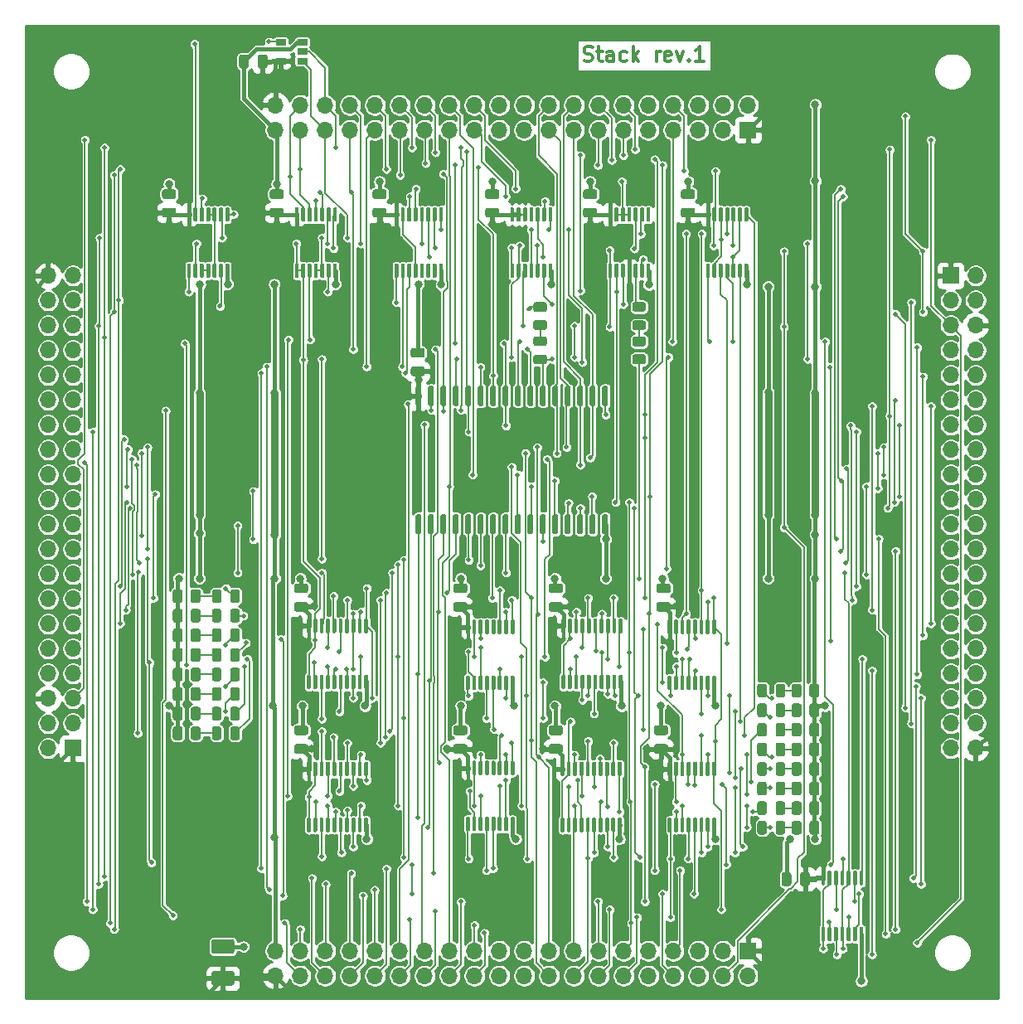
<source format=gbr>
%TF.GenerationSoftware,KiCad,Pcbnew,(5.1.10-1-10_14)*%
%TF.CreationDate,2021-12-06T08:26:31+01:00*%
%TF.ProjectId,stack,73746163-6b2e-46b6-9963-61645f706362,1*%
%TF.SameCoordinates,Original*%
%TF.FileFunction,Copper,L1,Top*%
%TF.FilePolarity,Positive*%
%FSLAX46Y46*%
G04 Gerber Fmt 4.6, Leading zero omitted, Abs format (unit mm)*
G04 Created by KiCad (PCBNEW (5.1.10-1-10_14)) date 2021-12-06 08:26:31*
%MOMM*%
%LPD*%
G01*
G04 APERTURE LIST*
%TA.AperFunction,NonConductor*%
%ADD10C,0.300000*%
%TD*%
%TA.AperFunction,SMDPad,CuDef*%
%ADD11R,1.060000X0.650000*%
%TD*%
%TA.AperFunction,ComponentPad*%
%ADD12O,1.700000X1.700000*%
%TD*%
%TA.AperFunction,ComponentPad*%
%ADD13R,1.700000X1.700000*%
%TD*%
%TA.AperFunction,ViaPad*%
%ADD14C,0.800000*%
%TD*%
%TA.AperFunction,ViaPad*%
%ADD15C,0.500000*%
%TD*%
%TA.AperFunction,Conductor*%
%ADD16C,0.400000*%
%TD*%
%TA.AperFunction,Conductor*%
%ADD17C,0.160000*%
%TD*%
%TA.AperFunction,Conductor*%
%ADD18C,0.800000*%
%TD*%
%TA.AperFunction,Conductor*%
%ADD19C,0.254000*%
%TD*%
%TA.AperFunction,Conductor*%
%ADD20C,0.100000*%
%TD*%
G04 APERTURE END LIST*
D10*
X107392857Y-53907142D02*
X107607142Y-53978571D01*
X107964285Y-53978571D01*
X108107142Y-53907142D01*
X108178571Y-53835714D01*
X108250000Y-53692857D01*
X108250000Y-53550000D01*
X108178571Y-53407142D01*
X108107142Y-53335714D01*
X107964285Y-53264285D01*
X107678571Y-53192857D01*
X107535714Y-53121428D01*
X107464285Y-53050000D01*
X107392857Y-52907142D01*
X107392857Y-52764285D01*
X107464285Y-52621428D01*
X107535714Y-52550000D01*
X107678571Y-52478571D01*
X108035714Y-52478571D01*
X108250000Y-52550000D01*
X108678571Y-52978571D02*
X109250000Y-52978571D01*
X108892857Y-52478571D02*
X108892857Y-53764285D01*
X108964285Y-53907142D01*
X109107142Y-53978571D01*
X109250000Y-53978571D01*
X110392857Y-53978571D02*
X110392857Y-53192857D01*
X110321428Y-53050000D01*
X110178571Y-52978571D01*
X109892857Y-52978571D01*
X109750000Y-53050000D01*
X110392857Y-53907142D02*
X110250000Y-53978571D01*
X109892857Y-53978571D01*
X109750000Y-53907142D01*
X109678571Y-53764285D01*
X109678571Y-53621428D01*
X109750000Y-53478571D01*
X109892857Y-53407142D01*
X110250000Y-53407142D01*
X110392857Y-53335714D01*
X111750000Y-53907142D02*
X111607142Y-53978571D01*
X111321428Y-53978571D01*
X111178571Y-53907142D01*
X111107142Y-53835714D01*
X111035714Y-53692857D01*
X111035714Y-53264285D01*
X111107142Y-53121428D01*
X111178571Y-53050000D01*
X111321428Y-52978571D01*
X111607142Y-52978571D01*
X111750000Y-53050000D01*
X112392857Y-53978571D02*
X112392857Y-52478571D01*
X112535714Y-53407142D02*
X112964285Y-53978571D01*
X112964285Y-52978571D02*
X112392857Y-53550000D01*
X114750000Y-53978571D02*
X114750000Y-52978571D01*
X114750000Y-53264285D02*
X114821428Y-53121428D01*
X114892857Y-53050000D01*
X115035714Y-52978571D01*
X115178571Y-52978571D01*
X116250000Y-53907142D02*
X116107142Y-53978571D01*
X115821428Y-53978571D01*
X115678571Y-53907142D01*
X115607142Y-53764285D01*
X115607142Y-53192857D01*
X115678571Y-53050000D01*
X115821428Y-52978571D01*
X116107142Y-52978571D01*
X116250000Y-53050000D01*
X116321428Y-53192857D01*
X116321428Y-53335714D01*
X115607142Y-53478571D01*
X116821428Y-52978571D02*
X117178571Y-53978571D01*
X117535714Y-52978571D01*
X118107142Y-53835714D02*
X118178571Y-53907142D01*
X118107142Y-53978571D01*
X118035714Y-53907142D01*
X118107142Y-53835714D01*
X118107142Y-53978571D01*
X119607142Y-53978571D02*
X118750000Y-53978571D01*
X119178571Y-53978571D02*
X119178571Y-52478571D01*
X119035714Y-52692857D01*
X118892857Y-52835714D01*
X118750000Y-52907142D01*
%TO.P,U2,32*%
%TO.N,VCC*%
%TA.AperFunction,SMDPad,CuDef*%
G36*
G01*
X90625000Y-89175000D02*
X90325000Y-89175000D01*
G75*
G02*
X90175000Y-89025000I0J150000D01*
G01*
X90175000Y-87275000D01*
G75*
G02*
X90325000Y-87125000I150000J0D01*
G01*
X90625000Y-87125000D01*
G75*
G02*
X90775000Y-87275000I0J-150000D01*
G01*
X90775000Y-89025000D01*
G75*
G02*
X90625000Y-89175000I-150000J0D01*
G01*
G37*
%TD.AperFunction*%
%TO.P,U2,31*%
%TO.N,/a7*%
%TA.AperFunction,SMDPad,CuDef*%
G36*
G01*
X91895000Y-89175000D02*
X91595000Y-89175000D01*
G75*
G02*
X91445000Y-89025000I0J150000D01*
G01*
X91445000Y-87275000D01*
G75*
G02*
X91595000Y-87125000I150000J0D01*
G01*
X91895000Y-87125000D01*
G75*
G02*
X92045000Y-87275000I0J-150000D01*
G01*
X92045000Y-89025000D01*
G75*
G02*
X91895000Y-89175000I-150000J0D01*
G01*
G37*
%TD.AperFunction*%
%TO.P,U2,30*%
%TO.N,/a6*%
%TA.AperFunction,SMDPad,CuDef*%
G36*
G01*
X93165000Y-89175000D02*
X92865000Y-89175000D01*
G75*
G02*
X92715000Y-89025000I0J150000D01*
G01*
X92715000Y-87275000D01*
G75*
G02*
X92865000Y-87125000I150000J0D01*
G01*
X93165000Y-87125000D01*
G75*
G02*
X93315000Y-87275000I0J-150000D01*
G01*
X93315000Y-89025000D01*
G75*
G02*
X93165000Y-89175000I-150000J0D01*
G01*
G37*
%TD.AperFunction*%
%TO.P,U2,29*%
%TO.N,/~we*%
%TA.AperFunction,SMDPad,CuDef*%
G36*
G01*
X94435000Y-89175000D02*
X94135000Y-89175000D01*
G75*
G02*
X93985000Y-89025000I0J150000D01*
G01*
X93985000Y-87275000D01*
G75*
G02*
X94135000Y-87125000I150000J0D01*
G01*
X94435000Y-87125000D01*
G75*
G02*
X94585000Y-87275000I0J-150000D01*
G01*
X94585000Y-89025000D01*
G75*
G02*
X94435000Y-89175000I-150000J0D01*
G01*
G37*
%TD.AperFunction*%
%TO.P,U2,28*%
%TO.N,/a5*%
%TA.AperFunction,SMDPad,CuDef*%
G36*
G01*
X95705000Y-89175000D02*
X95405000Y-89175000D01*
G75*
G02*
X95255000Y-89025000I0J150000D01*
G01*
X95255000Y-87275000D01*
G75*
G02*
X95405000Y-87125000I150000J0D01*
G01*
X95705000Y-87125000D01*
G75*
G02*
X95855000Y-87275000I0J-150000D01*
G01*
X95855000Y-89025000D01*
G75*
G02*
X95705000Y-89175000I-150000J0D01*
G01*
G37*
%TD.AperFunction*%
%TO.P,U2,27*%
%TO.N,/a8*%
%TA.AperFunction,SMDPad,CuDef*%
G36*
G01*
X96975000Y-89175000D02*
X96675000Y-89175000D01*
G75*
G02*
X96525000Y-89025000I0J150000D01*
G01*
X96525000Y-87275000D01*
G75*
G02*
X96675000Y-87125000I150000J0D01*
G01*
X96975000Y-87125000D01*
G75*
G02*
X97125000Y-87275000I0J-150000D01*
G01*
X97125000Y-89025000D01*
G75*
G02*
X96975000Y-89175000I-150000J0D01*
G01*
G37*
%TD.AperFunction*%
%TO.P,U2,26*%
%TO.N,/a9*%
%TA.AperFunction,SMDPad,CuDef*%
G36*
G01*
X98245000Y-89175000D02*
X97945000Y-89175000D01*
G75*
G02*
X97795000Y-89025000I0J150000D01*
G01*
X97795000Y-87275000D01*
G75*
G02*
X97945000Y-87125000I150000J0D01*
G01*
X98245000Y-87125000D01*
G75*
G02*
X98395000Y-87275000I0J-150000D01*
G01*
X98395000Y-89025000D01*
G75*
G02*
X98245000Y-89175000I-150000J0D01*
G01*
G37*
%TD.AperFunction*%
%TO.P,U2,25*%
%TO.N,/a4*%
%TA.AperFunction,SMDPad,CuDef*%
G36*
G01*
X99515000Y-89175000D02*
X99215000Y-89175000D01*
G75*
G02*
X99065000Y-89025000I0J150000D01*
G01*
X99065000Y-87275000D01*
G75*
G02*
X99215000Y-87125000I150000J0D01*
G01*
X99515000Y-87125000D01*
G75*
G02*
X99665000Y-87275000I0J-150000D01*
G01*
X99665000Y-89025000D01*
G75*
G02*
X99515000Y-89175000I-150000J0D01*
G01*
G37*
%TD.AperFunction*%
%TO.P,U2,24*%
%TO.N,/~oe*%
%TA.AperFunction,SMDPad,CuDef*%
G36*
G01*
X100785000Y-89175000D02*
X100485000Y-89175000D01*
G75*
G02*
X100335000Y-89025000I0J150000D01*
G01*
X100335000Y-87275000D01*
G75*
G02*
X100485000Y-87125000I150000J0D01*
G01*
X100785000Y-87125000D01*
G75*
G02*
X100935000Y-87275000I0J-150000D01*
G01*
X100935000Y-89025000D01*
G75*
G02*
X100785000Y-89175000I-150000J0D01*
G01*
G37*
%TD.AperFunction*%
%TO.P,U2,23*%
%TO.N,/a10*%
%TA.AperFunction,SMDPad,CuDef*%
G36*
G01*
X102055000Y-89175000D02*
X101755000Y-89175000D01*
G75*
G02*
X101605000Y-89025000I0J150000D01*
G01*
X101605000Y-87275000D01*
G75*
G02*
X101755000Y-87125000I150000J0D01*
G01*
X102055000Y-87125000D01*
G75*
G02*
X102205000Y-87275000I0J-150000D01*
G01*
X102205000Y-89025000D01*
G75*
G02*
X102055000Y-89175000I-150000J0D01*
G01*
G37*
%TD.AperFunction*%
%TO.P,U2,22*%
%TO.N,/~ce_bank*%
%TA.AperFunction,SMDPad,CuDef*%
G36*
G01*
X103325000Y-89175000D02*
X103025000Y-89175000D01*
G75*
G02*
X102875000Y-89025000I0J150000D01*
G01*
X102875000Y-87275000D01*
G75*
G02*
X103025000Y-87125000I150000J0D01*
G01*
X103325000Y-87125000D01*
G75*
G02*
X103475000Y-87275000I0J-150000D01*
G01*
X103475000Y-89025000D01*
G75*
G02*
X103325000Y-89175000I-150000J0D01*
G01*
G37*
%TD.AperFunction*%
%TO.P,U2,21*%
%TO.N,/d7*%
%TA.AperFunction,SMDPad,CuDef*%
G36*
G01*
X104595000Y-89175000D02*
X104295000Y-89175000D01*
G75*
G02*
X104145000Y-89025000I0J150000D01*
G01*
X104145000Y-87275000D01*
G75*
G02*
X104295000Y-87125000I150000J0D01*
G01*
X104595000Y-87125000D01*
G75*
G02*
X104745000Y-87275000I0J-150000D01*
G01*
X104745000Y-89025000D01*
G75*
G02*
X104595000Y-89175000I-150000J0D01*
G01*
G37*
%TD.AperFunction*%
%TO.P,U2,20*%
%TO.N,/d6*%
%TA.AperFunction,SMDPad,CuDef*%
G36*
G01*
X105865000Y-89175000D02*
X105565000Y-89175000D01*
G75*
G02*
X105415000Y-89025000I0J150000D01*
G01*
X105415000Y-87275000D01*
G75*
G02*
X105565000Y-87125000I150000J0D01*
G01*
X105865000Y-87125000D01*
G75*
G02*
X106015000Y-87275000I0J-150000D01*
G01*
X106015000Y-89025000D01*
G75*
G02*
X105865000Y-89175000I-150000J0D01*
G01*
G37*
%TD.AperFunction*%
%TO.P,U2,19*%
%TO.N,/d5*%
%TA.AperFunction,SMDPad,CuDef*%
G36*
G01*
X107135000Y-89175000D02*
X106835000Y-89175000D01*
G75*
G02*
X106685000Y-89025000I0J150000D01*
G01*
X106685000Y-87275000D01*
G75*
G02*
X106835000Y-87125000I150000J0D01*
G01*
X107135000Y-87125000D01*
G75*
G02*
X107285000Y-87275000I0J-150000D01*
G01*
X107285000Y-89025000D01*
G75*
G02*
X107135000Y-89175000I-150000J0D01*
G01*
G37*
%TD.AperFunction*%
%TO.P,U2,18*%
%TO.N,/d4*%
%TA.AperFunction,SMDPad,CuDef*%
G36*
G01*
X108405000Y-89175000D02*
X108105000Y-89175000D01*
G75*
G02*
X107955000Y-89025000I0J150000D01*
G01*
X107955000Y-87275000D01*
G75*
G02*
X108105000Y-87125000I150000J0D01*
G01*
X108405000Y-87125000D01*
G75*
G02*
X108555000Y-87275000I0J-150000D01*
G01*
X108555000Y-89025000D01*
G75*
G02*
X108405000Y-89175000I-150000J0D01*
G01*
G37*
%TD.AperFunction*%
%TO.P,U2,17*%
%TO.N,/d3*%
%TA.AperFunction,SMDPad,CuDef*%
G36*
G01*
X109675000Y-89175000D02*
X109375000Y-89175000D01*
G75*
G02*
X109225000Y-89025000I0J150000D01*
G01*
X109225000Y-87275000D01*
G75*
G02*
X109375000Y-87125000I150000J0D01*
G01*
X109675000Y-87125000D01*
G75*
G02*
X109825000Y-87275000I0J-150000D01*
G01*
X109825000Y-89025000D01*
G75*
G02*
X109675000Y-89175000I-150000J0D01*
G01*
G37*
%TD.AperFunction*%
%TO.P,U2,16*%
%TO.N,GND*%
%TA.AperFunction,SMDPad,CuDef*%
G36*
G01*
X109675000Y-102275000D02*
X109375000Y-102275000D01*
G75*
G02*
X109225000Y-102125000I0J150000D01*
G01*
X109225000Y-100375000D01*
G75*
G02*
X109375000Y-100225000I150000J0D01*
G01*
X109675000Y-100225000D01*
G75*
G02*
X109825000Y-100375000I0J-150000D01*
G01*
X109825000Y-102125000D01*
G75*
G02*
X109675000Y-102275000I-150000J0D01*
G01*
G37*
%TD.AperFunction*%
%TO.P,U2,15*%
%TO.N,/d2*%
%TA.AperFunction,SMDPad,CuDef*%
G36*
G01*
X108405000Y-102275000D02*
X108105000Y-102275000D01*
G75*
G02*
X107955000Y-102125000I0J150000D01*
G01*
X107955000Y-100375000D01*
G75*
G02*
X108105000Y-100225000I150000J0D01*
G01*
X108405000Y-100225000D01*
G75*
G02*
X108555000Y-100375000I0J-150000D01*
G01*
X108555000Y-102125000D01*
G75*
G02*
X108405000Y-102275000I-150000J0D01*
G01*
G37*
%TD.AperFunction*%
%TO.P,U2,14*%
%TO.N,/d1*%
%TA.AperFunction,SMDPad,CuDef*%
G36*
G01*
X107135000Y-102275000D02*
X106835000Y-102275000D01*
G75*
G02*
X106685000Y-102125000I0J150000D01*
G01*
X106685000Y-100375000D01*
G75*
G02*
X106835000Y-100225000I150000J0D01*
G01*
X107135000Y-100225000D01*
G75*
G02*
X107285000Y-100375000I0J-150000D01*
G01*
X107285000Y-102125000D01*
G75*
G02*
X107135000Y-102275000I-150000J0D01*
G01*
G37*
%TD.AperFunction*%
%TO.P,U2,13*%
%TO.N,/d0*%
%TA.AperFunction,SMDPad,CuDef*%
G36*
G01*
X105865000Y-102275000D02*
X105565000Y-102275000D01*
G75*
G02*
X105415000Y-102125000I0J150000D01*
G01*
X105415000Y-100375000D01*
G75*
G02*
X105565000Y-100225000I150000J0D01*
G01*
X105865000Y-100225000D01*
G75*
G02*
X106015000Y-100375000I0J-150000D01*
G01*
X106015000Y-102125000D01*
G75*
G02*
X105865000Y-102275000I-150000J0D01*
G01*
G37*
%TD.AperFunction*%
%TO.P,U2,12*%
%TO.N,/a0*%
%TA.AperFunction,SMDPad,CuDef*%
G36*
G01*
X104595000Y-102275000D02*
X104295000Y-102275000D01*
G75*
G02*
X104145000Y-102125000I0J150000D01*
G01*
X104145000Y-100375000D01*
G75*
G02*
X104295000Y-100225000I150000J0D01*
G01*
X104595000Y-100225000D01*
G75*
G02*
X104745000Y-100375000I0J-150000D01*
G01*
X104745000Y-102125000D01*
G75*
G02*
X104595000Y-102275000I-150000J0D01*
G01*
G37*
%TD.AperFunction*%
%TO.P,U2,11*%
%TO.N,/a1*%
%TA.AperFunction,SMDPad,CuDef*%
G36*
G01*
X103325000Y-102275000D02*
X103025000Y-102275000D01*
G75*
G02*
X102875000Y-102125000I0J150000D01*
G01*
X102875000Y-100375000D01*
G75*
G02*
X103025000Y-100225000I150000J0D01*
G01*
X103325000Y-100225000D01*
G75*
G02*
X103475000Y-100375000I0J-150000D01*
G01*
X103475000Y-102125000D01*
G75*
G02*
X103325000Y-102275000I-150000J0D01*
G01*
G37*
%TD.AperFunction*%
%TO.P,U2,10*%
%TO.N,/a2*%
%TA.AperFunction,SMDPad,CuDef*%
G36*
G01*
X102055000Y-102275000D02*
X101755000Y-102275000D01*
G75*
G02*
X101605000Y-102125000I0J150000D01*
G01*
X101605000Y-100375000D01*
G75*
G02*
X101755000Y-100225000I150000J0D01*
G01*
X102055000Y-100225000D01*
G75*
G02*
X102205000Y-100375000I0J-150000D01*
G01*
X102205000Y-102125000D01*
G75*
G02*
X102055000Y-102275000I-150000J0D01*
G01*
G37*
%TD.AperFunction*%
%TO.P,U2,9*%
%TO.N,/a3*%
%TA.AperFunction,SMDPad,CuDef*%
G36*
G01*
X100785000Y-102275000D02*
X100485000Y-102275000D01*
G75*
G02*
X100335000Y-102125000I0J150000D01*
G01*
X100335000Y-100375000D01*
G75*
G02*
X100485000Y-100225000I150000J0D01*
G01*
X100785000Y-100225000D01*
G75*
G02*
X100935000Y-100375000I0J-150000D01*
G01*
X100935000Y-102125000D01*
G75*
G02*
X100785000Y-102275000I-150000J0D01*
G01*
G37*
%TD.AperFunction*%
%TO.P,U2,8*%
%TO.N,/f0*%
%TA.AperFunction,SMDPad,CuDef*%
G36*
G01*
X99515000Y-102275000D02*
X99215000Y-102275000D01*
G75*
G02*
X99065000Y-102125000I0J150000D01*
G01*
X99065000Y-100375000D01*
G75*
G02*
X99215000Y-100225000I150000J0D01*
G01*
X99515000Y-100225000D01*
G75*
G02*
X99665000Y-100375000I0J-150000D01*
G01*
X99665000Y-102125000D01*
G75*
G02*
X99515000Y-102275000I-150000J0D01*
G01*
G37*
%TD.AperFunction*%
%TO.P,U2,7*%
%TO.N,/f2*%
%TA.AperFunction,SMDPad,CuDef*%
G36*
G01*
X98245000Y-102275000D02*
X97945000Y-102275000D01*
G75*
G02*
X97795000Y-102125000I0J150000D01*
G01*
X97795000Y-100375000D01*
G75*
G02*
X97945000Y-100225000I150000J0D01*
G01*
X98245000Y-100225000D01*
G75*
G02*
X98395000Y-100375000I0J-150000D01*
G01*
X98395000Y-102125000D01*
G75*
G02*
X98245000Y-102275000I-150000J0D01*
G01*
G37*
%TD.AperFunction*%
%TO.P,U2,6*%
%TO.N,/f7*%
%TA.AperFunction,SMDPad,CuDef*%
G36*
G01*
X96975000Y-102275000D02*
X96675000Y-102275000D01*
G75*
G02*
X96525000Y-102125000I0J150000D01*
G01*
X96525000Y-100375000D01*
G75*
G02*
X96675000Y-100225000I150000J0D01*
G01*
X96975000Y-100225000D01*
G75*
G02*
X97125000Y-100375000I0J-150000D01*
G01*
X97125000Y-102125000D01*
G75*
G02*
X96975000Y-102275000I-150000J0D01*
G01*
G37*
%TD.AperFunction*%
%TO.P,U2,5*%
%TO.N,/f4*%
%TA.AperFunction,SMDPad,CuDef*%
G36*
G01*
X95705000Y-102275000D02*
X95405000Y-102275000D01*
G75*
G02*
X95255000Y-102125000I0J150000D01*
G01*
X95255000Y-100375000D01*
G75*
G02*
X95405000Y-100225000I150000J0D01*
G01*
X95705000Y-100225000D01*
G75*
G02*
X95855000Y-100375000I0J-150000D01*
G01*
X95855000Y-102125000D01*
G75*
G02*
X95705000Y-102275000I-150000J0D01*
G01*
G37*
%TD.AperFunction*%
%TO.P,U2,4*%
%TO.N,/f1*%
%TA.AperFunction,SMDPad,CuDef*%
G36*
G01*
X94435000Y-102275000D02*
X94135000Y-102275000D01*
G75*
G02*
X93985000Y-102125000I0J150000D01*
G01*
X93985000Y-100375000D01*
G75*
G02*
X94135000Y-100225000I150000J0D01*
G01*
X94435000Y-100225000D01*
G75*
G02*
X94585000Y-100375000I0J-150000D01*
G01*
X94585000Y-102125000D01*
G75*
G02*
X94435000Y-102275000I-150000J0D01*
G01*
G37*
%TD.AperFunction*%
%TO.P,U2,3*%
%TO.N,/f3*%
%TA.AperFunction,SMDPad,CuDef*%
G36*
G01*
X93165000Y-102275000D02*
X92865000Y-102275000D01*
G75*
G02*
X92715000Y-102125000I0J150000D01*
G01*
X92715000Y-100375000D01*
G75*
G02*
X92865000Y-100225000I150000J0D01*
G01*
X93165000Y-100225000D01*
G75*
G02*
X93315000Y-100375000I0J-150000D01*
G01*
X93315000Y-102125000D01*
G75*
G02*
X93165000Y-102275000I-150000J0D01*
G01*
G37*
%TD.AperFunction*%
%TO.P,U2,2*%
%TO.N,/f5*%
%TA.AperFunction,SMDPad,CuDef*%
G36*
G01*
X91895000Y-102275000D02*
X91595000Y-102275000D01*
G75*
G02*
X91445000Y-102125000I0J150000D01*
G01*
X91445000Y-100375000D01*
G75*
G02*
X91595000Y-100225000I150000J0D01*
G01*
X91895000Y-100225000D01*
G75*
G02*
X92045000Y-100375000I0J-150000D01*
G01*
X92045000Y-102125000D01*
G75*
G02*
X91895000Y-102275000I-150000J0D01*
G01*
G37*
%TD.AperFunction*%
%TO.P,U2,1*%
%TO.N,/f6*%
%TA.AperFunction,SMDPad,CuDef*%
G36*
G01*
X90625000Y-102275000D02*
X90325000Y-102275000D01*
G75*
G02*
X90175000Y-102125000I0J150000D01*
G01*
X90175000Y-100375000D01*
G75*
G02*
X90325000Y-100225000I150000J0D01*
G01*
X90625000Y-100225000D01*
G75*
G02*
X90775000Y-100375000I0J-150000D01*
G01*
X90775000Y-102125000D01*
G75*
G02*
X90625000Y-102275000I-150000J0D01*
G01*
G37*
%TD.AperFunction*%
%TD*%
%TO.P,U9,20*%
%TO.N,VCC*%
%TA.AperFunction,SMDPad,CuDef*%
G36*
G01*
X105275000Y-126975000D02*
X105075000Y-126975000D01*
G75*
G02*
X104975000Y-126875000I0J100000D01*
G01*
X104975000Y-125600000D01*
G75*
G02*
X105075000Y-125500000I100000J0D01*
G01*
X105275000Y-125500000D01*
G75*
G02*
X105375000Y-125600000I0J-100000D01*
G01*
X105375000Y-126875000D01*
G75*
G02*
X105275000Y-126975000I-100000J0D01*
G01*
G37*
%TD.AperFunction*%
%TO.P,U9,19*%
%TO.N,/~oe_d_1*%
%TA.AperFunction,SMDPad,CuDef*%
G36*
G01*
X105925000Y-126975000D02*
X105725000Y-126975000D01*
G75*
G02*
X105625000Y-126875000I0J100000D01*
G01*
X105625000Y-125600000D01*
G75*
G02*
X105725000Y-125500000I100000J0D01*
G01*
X105925000Y-125500000D01*
G75*
G02*
X106025000Y-125600000I0J-100000D01*
G01*
X106025000Y-126875000D01*
G75*
G02*
X105925000Y-126975000I-100000J0D01*
G01*
G37*
%TD.AperFunction*%
%TO.P,U9,18*%
%TO.N,/d6*%
%TA.AperFunction,SMDPad,CuDef*%
G36*
G01*
X106575000Y-126975000D02*
X106375000Y-126975000D01*
G75*
G02*
X106275000Y-126875000I0J100000D01*
G01*
X106275000Y-125600000D01*
G75*
G02*
X106375000Y-125500000I100000J0D01*
G01*
X106575000Y-125500000D01*
G75*
G02*
X106675000Y-125600000I0J-100000D01*
G01*
X106675000Y-126875000D01*
G75*
G02*
X106575000Y-126975000I-100000J0D01*
G01*
G37*
%TD.AperFunction*%
%TO.P,U9,17*%
%TO.N,/Stack Pointer 1/c4*%
%TA.AperFunction,SMDPad,CuDef*%
G36*
G01*
X107225000Y-126975000D02*
X107025000Y-126975000D01*
G75*
G02*
X106925000Y-126875000I0J100000D01*
G01*
X106925000Y-125600000D01*
G75*
G02*
X107025000Y-125500000I100000J0D01*
G01*
X107225000Y-125500000D01*
G75*
G02*
X107325000Y-125600000I0J-100000D01*
G01*
X107325000Y-126875000D01*
G75*
G02*
X107225000Y-126975000I-100000J0D01*
G01*
G37*
%TD.AperFunction*%
%TO.P,U9,16*%
%TO.N,/d7*%
%TA.AperFunction,SMDPad,CuDef*%
G36*
G01*
X107875000Y-126975000D02*
X107675000Y-126975000D01*
G75*
G02*
X107575000Y-126875000I0J100000D01*
G01*
X107575000Y-125600000D01*
G75*
G02*
X107675000Y-125500000I100000J0D01*
G01*
X107875000Y-125500000D01*
G75*
G02*
X107975000Y-125600000I0J-100000D01*
G01*
X107975000Y-126875000D01*
G75*
G02*
X107875000Y-126975000I-100000J0D01*
G01*
G37*
%TD.AperFunction*%
%TO.P,U9,15*%
%TO.N,/Stack Pointer 1/c5*%
%TA.AperFunction,SMDPad,CuDef*%
G36*
G01*
X108525000Y-126975000D02*
X108325000Y-126975000D01*
G75*
G02*
X108225000Y-126875000I0J100000D01*
G01*
X108225000Y-125600000D01*
G75*
G02*
X108325000Y-125500000I100000J0D01*
G01*
X108525000Y-125500000D01*
G75*
G02*
X108625000Y-125600000I0J-100000D01*
G01*
X108625000Y-126875000D01*
G75*
G02*
X108525000Y-126975000I-100000J0D01*
G01*
G37*
%TD.AperFunction*%
%TO.P,U9,14*%
%TO.N,/d2*%
%TA.AperFunction,SMDPad,CuDef*%
G36*
G01*
X109175000Y-126975000D02*
X108975000Y-126975000D01*
G75*
G02*
X108875000Y-126875000I0J100000D01*
G01*
X108875000Y-125600000D01*
G75*
G02*
X108975000Y-125500000I100000J0D01*
G01*
X109175000Y-125500000D01*
G75*
G02*
X109275000Y-125600000I0J-100000D01*
G01*
X109275000Y-126875000D01*
G75*
G02*
X109175000Y-126975000I-100000J0D01*
G01*
G37*
%TD.AperFunction*%
%TO.P,U9,13*%
%TO.N,/Stack Pointer 1/c0*%
%TA.AperFunction,SMDPad,CuDef*%
G36*
G01*
X109825000Y-126975000D02*
X109625000Y-126975000D01*
G75*
G02*
X109525000Y-126875000I0J100000D01*
G01*
X109525000Y-125600000D01*
G75*
G02*
X109625000Y-125500000I100000J0D01*
G01*
X109825000Y-125500000D01*
G75*
G02*
X109925000Y-125600000I0J-100000D01*
G01*
X109925000Y-126875000D01*
G75*
G02*
X109825000Y-126975000I-100000J0D01*
G01*
G37*
%TD.AperFunction*%
%TO.P,U9,12*%
%TO.N,/d3*%
%TA.AperFunction,SMDPad,CuDef*%
G36*
G01*
X110475000Y-126975000D02*
X110275000Y-126975000D01*
G75*
G02*
X110175000Y-126875000I0J100000D01*
G01*
X110175000Y-125600000D01*
G75*
G02*
X110275000Y-125500000I100000J0D01*
G01*
X110475000Y-125500000D01*
G75*
G02*
X110575000Y-125600000I0J-100000D01*
G01*
X110575000Y-126875000D01*
G75*
G02*
X110475000Y-126975000I-100000J0D01*
G01*
G37*
%TD.AperFunction*%
%TO.P,U9,11*%
%TO.N,/Stack Pointer 1/c1*%
%TA.AperFunction,SMDPad,CuDef*%
G36*
G01*
X111125000Y-126975000D02*
X110925000Y-126975000D01*
G75*
G02*
X110825000Y-126875000I0J100000D01*
G01*
X110825000Y-125600000D01*
G75*
G02*
X110925000Y-125500000I100000J0D01*
G01*
X111125000Y-125500000D01*
G75*
G02*
X111225000Y-125600000I0J-100000D01*
G01*
X111225000Y-126875000D01*
G75*
G02*
X111125000Y-126975000I-100000J0D01*
G01*
G37*
%TD.AperFunction*%
%TO.P,U9,10*%
%TO.N,GND*%
%TA.AperFunction,SMDPad,CuDef*%
G36*
G01*
X111125000Y-132700000D02*
X110925000Y-132700000D01*
G75*
G02*
X110825000Y-132600000I0J100000D01*
G01*
X110825000Y-131325000D01*
G75*
G02*
X110925000Y-131225000I100000J0D01*
G01*
X111125000Y-131225000D01*
G75*
G02*
X111225000Y-131325000I0J-100000D01*
G01*
X111225000Y-132600000D01*
G75*
G02*
X111125000Y-132700000I-100000J0D01*
G01*
G37*
%TD.AperFunction*%
%TO.P,U9,9*%
%TO.N,/d1*%
%TA.AperFunction,SMDPad,CuDef*%
G36*
G01*
X110475000Y-132700000D02*
X110275000Y-132700000D01*
G75*
G02*
X110175000Y-132600000I0J100000D01*
G01*
X110175000Y-131325000D01*
G75*
G02*
X110275000Y-131225000I100000J0D01*
G01*
X110475000Y-131225000D01*
G75*
G02*
X110575000Y-131325000I0J-100000D01*
G01*
X110575000Y-132600000D01*
G75*
G02*
X110475000Y-132700000I-100000J0D01*
G01*
G37*
%TD.AperFunction*%
%TO.P,U9,8*%
%TO.N,/Stack Pointer 1/c3*%
%TA.AperFunction,SMDPad,CuDef*%
G36*
G01*
X109825000Y-132700000D02*
X109625000Y-132700000D01*
G75*
G02*
X109525000Y-132600000I0J100000D01*
G01*
X109525000Y-131325000D01*
G75*
G02*
X109625000Y-131225000I100000J0D01*
G01*
X109825000Y-131225000D01*
G75*
G02*
X109925000Y-131325000I0J-100000D01*
G01*
X109925000Y-132600000D01*
G75*
G02*
X109825000Y-132700000I-100000J0D01*
G01*
G37*
%TD.AperFunction*%
%TO.P,U9,7*%
%TO.N,/d0*%
%TA.AperFunction,SMDPad,CuDef*%
G36*
G01*
X109175000Y-132700000D02*
X108975000Y-132700000D01*
G75*
G02*
X108875000Y-132600000I0J100000D01*
G01*
X108875000Y-131325000D01*
G75*
G02*
X108975000Y-131225000I100000J0D01*
G01*
X109175000Y-131225000D01*
G75*
G02*
X109275000Y-131325000I0J-100000D01*
G01*
X109275000Y-132600000D01*
G75*
G02*
X109175000Y-132700000I-100000J0D01*
G01*
G37*
%TD.AperFunction*%
%TO.P,U9,6*%
%TO.N,/Stack Pointer 1/c2*%
%TA.AperFunction,SMDPad,CuDef*%
G36*
G01*
X108525000Y-132700000D02*
X108325000Y-132700000D01*
G75*
G02*
X108225000Y-132600000I0J100000D01*
G01*
X108225000Y-131325000D01*
G75*
G02*
X108325000Y-131225000I100000J0D01*
G01*
X108525000Y-131225000D01*
G75*
G02*
X108625000Y-131325000I0J-100000D01*
G01*
X108625000Y-132600000D01*
G75*
G02*
X108525000Y-132700000I-100000J0D01*
G01*
G37*
%TD.AperFunction*%
%TO.P,U9,5*%
%TO.N,/d5*%
%TA.AperFunction,SMDPad,CuDef*%
G36*
G01*
X107875000Y-132700000D02*
X107675000Y-132700000D01*
G75*
G02*
X107575000Y-132600000I0J100000D01*
G01*
X107575000Y-131325000D01*
G75*
G02*
X107675000Y-131225000I100000J0D01*
G01*
X107875000Y-131225000D01*
G75*
G02*
X107975000Y-131325000I0J-100000D01*
G01*
X107975000Y-132600000D01*
G75*
G02*
X107875000Y-132700000I-100000J0D01*
G01*
G37*
%TD.AperFunction*%
%TO.P,U9,4*%
%TO.N,/Stack Pointer 1/c7*%
%TA.AperFunction,SMDPad,CuDef*%
G36*
G01*
X107225000Y-132700000D02*
X107025000Y-132700000D01*
G75*
G02*
X106925000Y-132600000I0J100000D01*
G01*
X106925000Y-131325000D01*
G75*
G02*
X107025000Y-131225000I100000J0D01*
G01*
X107225000Y-131225000D01*
G75*
G02*
X107325000Y-131325000I0J-100000D01*
G01*
X107325000Y-132600000D01*
G75*
G02*
X107225000Y-132700000I-100000J0D01*
G01*
G37*
%TD.AperFunction*%
%TO.P,U9,3*%
%TO.N,/d4*%
%TA.AperFunction,SMDPad,CuDef*%
G36*
G01*
X106575000Y-132700000D02*
X106375000Y-132700000D01*
G75*
G02*
X106275000Y-132600000I0J100000D01*
G01*
X106275000Y-131325000D01*
G75*
G02*
X106375000Y-131225000I100000J0D01*
G01*
X106575000Y-131225000D01*
G75*
G02*
X106675000Y-131325000I0J-100000D01*
G01*
X106675000Y-132600000D01*
G75*
G02*
X106575000Y-132700000I-100000J0D01*
G01*
G37*
%TD.AperFunction*%
%TO.P,U9,2*%
%TO.N,/Stack Pointer 1/c6*%
%TA.AperFunction,SMDPad,CuDef*%
G36*
G01*
X105925000Y-132700000D02*
X105725000Y-132700000D01*
G75*
G02*
X105625000Y-132600000I0J100000D01*
G01*
X105625000Y-131325000D01*
G75*
G02*
X105725000Y-131225000I100000J0D01*
G01*
X105925000Y-131225000D01*
G75*
G02*
X106025000Y-131325000I0J-100000D01*
G01*
X106025000Y-132600000D01*
G75*
G02*
X105925000Y-132700000I-100000J0D01*
G01*
G37*
%TD.AperFunction*%
%TO.P,U9,1*%
%TO.N,/~oe_d_1*%
%TA.AperFunction,SMDPad,CuDef*%
G36*
G01*
X105275000Y-132700000D02*
X105075000Y-132700000D01*
G75*
G02*
X104975000Y-132600000I0J100000D01*
G01*
X104975000Y-131325000D01*
G75*
G02*
X105075000Y-131225000I100000J0D01*
G01*
X105275000Y-131225000D01*
G75*
G02*
X105375000Y-131325000I0J-100000D01*
G01*
X105375000Y-132600000D01*
G75*
G02*
X105275000Y-132700000I-100000J0D01*
G01*
G37*
%TD.AperFunction*%
%TD*%
%TO.P,C18,2*%
%TO.N,GND*%
%TA.AperFunction,SMDPad,CuDef*%
G36*
G01*
X73150000Y-53525000D02*
X73150000Y-54475000D01*
G75*
G02*
X72900000Y-54725000I-250000J0D01*
G01*
X72400000Y-54725000D01*
G75*
G02*
X72150000Y-54475000I0J250000D01*
G01*
X72150000Y-53525000D01*
G75*
G02*
X72400000Y-53275000I250000J0D01*
G01*
X72900000Y-53275000D01*
G75*
G02*
X73150000Y-53525000I0J-250000D01*
G01*
G37*
%TD.AperFunction*%
%TO.P,C18,1*%
%TO.N,VCC*%
%TA.AperFunction,SMDPad,CuDef*%
G36*
G01*
X75050000Y-53525000D02*
X75050000Y-54475000D01*
G75*
G02*
X74800000Y-54725000I-250000J0D01*
G01*
X74300000Y-54725000D01*
G75*
G02*
X74050000Y-54475000I0J250000D01*
G01*
X74050000Y-53525000D01*
G75*
G02*
X74300000Y-53275000I250000J0D01*
G01*
X74800000Y-53275000D01*
G75*
G02*
X75050000Y-53525000I0J-250000D01*
G01*
G37*
%TD.AperFunction*%
%TD*%
%TO.P,U17,14*%
%TO.N,VCC*%
%TA.AperFunction,SMDPad,CuDef*%
G36*
G01*
X100150000Y-70375000D02*
X99950000Y-70375000D01*
G75*
G02*
X99850000Y-70275000I0J100000D01*
G01*
X99850000Y-69000000D01*
G75*
G02*
X99950000Y-68900000I100000J0D01*
G01*
X100150000Y-68900000D01*
G75*
G02*
X100250000Y-69000000I0J-100000D01*
G01*
X100250000Y-70275000D01*
G75*
G02*
X100150000Y-70375000I-100000J0D01*
G01*
G37*
%TD.AperFunction*%
%TO.P,U17,13*%
%TA.AperFunction,SMDPad,CuDef*%
G36*
G01*
X100800000Y-70375000D02*
X100600000Y-70375000D01*
G75*
G02*
X100500000Y-70275000I0J100000D01*
G01*
X100500000Y-69000000D01*
G75*
G02*
X100600000Y-68900000I100000J0D01*
G01*
X100800000Y-68900000D01*
G75*
G02*
X100900000Y-69000000I0J-100000D01*
G01*
X100900000Y-70275000D01*
G75*
G02*
X100800000Y-70375000I-100000J0D01*
G01*
G37*
%TD.AperFunction*%
%TO.P,U17,12*%
%TA.AperFunction,SMDPad,CuDef*%
G36*
G01*
X101450000Y-70375000D02*
X101250000Y-70375000D01*
G75*
G02*
X101150000Y-70275000I0J100000D01*
G01*
X101150000Y-69000000D01*
G75*
G02*
X101250000Y-68900000I100000J0D01*
G01*
X101450000Y-68900000D01*
G75*
G02*
X101550000Y-69000000I0J-100000D01*
G01*
X101550000Y-70275000D01*
G75*
G02*
X101450000Y-70375000I-100000J0D01*
G01*
G37*
%TD.AperFunction*%
%TO.P,U17,11*%
%TO.N,Net-(U17-Pad11)*%
%TA.AperFunction,SMDPad,CuDef*%
G36*
G01*
X102100000Y-70375000D02*
X101900000Y-70375000D01*
G75*
G02*
X101800000Y-70275000I0J100000D01*
G01*
X101800000Y-69000000D01*
G75*
G02*
X101900000Y-68900000I100000J0D01*
G01*
X102100000Y-68900000D01*
G75*
G02*
X102200000Y-69000000I0J-100000D01*
G01*
X102200000Y-70275000D01*
G75*
G02*
X102100000Y-70375000I-100000J0D01*
G01*
G37*
%TD.AperFunction*%
%TO.P,U17,10*%
%TO.N,/~ena*%
%TA.AperFunction,SMDPad,CuDef*%
G36*
G01*
X102750000Y-70375000D02*
X102550000Y-70375000D01*
G75*
G02*
X102450000Y-70275000I0J100000D01*
G01*
X102450000Y-69000000D01*
G75*
G02*
X102550000Y-68900000I100000J0D01*
G01*
X102750000Y-68900000D01*
G75*
G02*
X102850000Y-69000000I0J-100000D01*
G01*
X102850000Y-70275000D01*
G75*
G02*
X102750000Y-70375000I-100000J0D01*
G01*
G37*
%TD.AperFunction*%
%TO.P,U17,9*%
%TO.N,/~sf_sel*%
%TA.AperFunction,SMDPad,CuDef*%
G36*
G01*
X103400000Y-70375000D02*
X103200000Y-70375000D01*
G75*
G02*
X103100000Y-70275000I0J100000D01*
G01*
X103100000Y-69000000D01*
G75*
G02*
X103200000Y-68900000I100000J0D01*
G01*
X103400000Y-68900000D01*
G75*
G02*
X103500000Y-69000000I0J-100000D01*
G01*
X103500000Y-70275000D01*
G75*
G02*
X103400000Y-70375000I-100000J0D01*
G01*
G37*
%TD.AperFunction*%
%TO.P,U17,8*%
%TO.N,/~ce_bank*%
%TA.AperFunction,SMDPad,CuDef*%
G36*
G01*
X104050000Y-70375000D02*
X103850000Y-70375000D01*
G75*
G02*
X103750000Y-70275000I0J100000D01*
G01*
X103750000Y-69000000D01*
G75*
G02*
X103850000Y-68900000I100000J0D01*
G01*
X104050000Y-68900000D01*
G75*
G02*
X104150000Y-69000000I0J-100000D01*
G01*
X104150000Y-70275000D01*
G75*
G02*
X104050000Y-70375000I-100000J0D01*
G01*
G37*
%TD.AperFunction*%
%TO.P,U17,7*%
%TO.N,GND*%
%TA.AperFunction,SMDPad,CuDef*%
G36*
G01*
X104050000Y-76100000D02*
X103850000Y-76100000D01*
G75*
G02*
X103750000Y-76000000I0J100000D01*
G01*
X103750000Y-74725000D01*
G75*
G02*
X103850000Y-74625000I100000J0D01*
G01*
X104050000Y-74625000D01*
G75*
G02*
X104150000Y-74725000I0J-100000D01*
G01*
X104150000Y-76000000D01*
G75*
G02*
X104050000Y-76100000I-100000J0D01*
G01*
G37*
%TD.AperFunction*%
%TO.P,U17,6*%
%TO.N,/ff_ena_cp*%
%TA.AperFunction,SMDPad,CuDef*%
G36*
G01*
X103400000Y-76100000D02*
X103200000Y-76100000D01*
G75*
G02*
X103100000Y-76000000I0J100000D01*
G01*
X103100000Y-74725000D01*
G75*
G02*
X103200000Y-74625000I100000J0D01*
G01*
X103400000Y-74625000D01*
G75*
G02*
X103500000Y-74725000I0J-100000D01*
G01*
X103500000Y-76000000D01*
G75*
G02*
X103400000Y-76100000I-100000J0D01*
G01*
G37*
%TD.AperFunction*%
%TO.P,U17,5*%
%TO.N,/~we*%
%TA.AperFunction,SMDPad,CuDef*%
G36*
G01*
X102750000Y-76100000D02*
X102550000Y-76100000D01*
G75*
G02*
X102450000Y-76000000I0J100000D01*
G01*
X102450000Y-74725000D01*
G75*
G02*
X102550000Y-74625000I100000J0D01*
G01*
X102750000Y-74625000D01*
G75*
G02*
X102850000Y-74725000I0J-100000D01*
G01*
X102850000Y-76000000D01*
G75*
G02*
X102750000Y-76100000I-100000J0D01*
G01*
G37*
%TD.AperFunction*%
%TO.P,U17,4*%
%TO.N,/~sel3*%
%TA.AperFunction,SMDPad,CuDef*%
G36*
G01*
X102100000Y-76100000D02*
X101900000Y-76100000D01*
G75*
G02*
X101800000Y-76000000I0J100000D01*
G01*
X101800000Y-74725000D01*
G75*
G02*
X101900000Y-74625000I100000J0D01*
G01*
X102100000Y-74625000D01*
G75*
G02*
X102200000Y-74725000I0J-100000D01*
G01*
X102200000Y-76000000D01*
G75*
G02*
X102100000Y-76100000I-100000J0D01*
G01*
G37*
%TD.AperFunction*%
%TO.P,U17,3*%
%TO.N,/~incdec_we*%
%TA.AperFunction,SMDPad,CuDef*%
G36*
G01*
X101450000Y-76100000D02*
X101250000Y-76100000D01*
G75*
G02*
X101150000Y-76000000I0J100000D01*
G01*
X101150000Y-74725000D01*
G75*
G02*
X101250000Y-74625000I100000J0D01*
G01*
X101450000Y-74625000D01*
G75*
G02*
X101550000Y-74725000I0J-100000D01*
G01*
X101550000Y-76000000D01*
G75*
G02*
X101450000Y-76100000I-100000J0D01*
G01*
G37*
%TD.AperFunction*%
%TO.P,U17,2*%
%TO.N,/~we*%
%TA.AperFunction,SMDPad,CuDef*%
G36*
G01*
X100800000Y-76100000D02*
X100600000Y-76100000D01*
G75*
G02*
X100500000Y-76000000I0J100000D01*
G01*
X100500000Y-74725000D01*
G75*
G02*
X100600000Y-74625000I100000J0D01*
G01*
X100800000Y-74625000D01*
G75*
G02*
X100900000Y-74725000I0J-100000D01*
G01*
X100900000Y-76000000D01*
G75*
G02*
X100800000Y-76100000I-100000J0D01*
G01*
G37*
%TD.AperFunction*%
%TO.P,U17,1*%
%TO.N,/~sel2*%
%TA.AperFunction,SMDPad,CuDef*%
G36*
G01*
X100150000Y-76100000D02*
X99950000Y-76100000D01*
G75*
G02*
X99850000Y-76000000I0J100000D01*
G01*
X99850000Y-74725000D01*
G75*
G02*
X99950000Y-74625000I100000J0D01*
G01*
X100150000Y-74625000D01*
G75*
G02*
X100250000Y-74725000I0J-100000D01*
G01*
X100250000Y-76000000D01*
G75*
G02*
X100150000Y-76100000I-100000J0D01*
G01*
G37*
%TD.AperFunction*%
%TD*%
%TO.P,U16,14*%
%TO.N,VCC*%
%TA.AperFunction,SMDPad,CuDef*%
G36*
G01*
X67150000Y-70375000D02*
X66950000Y-70375000D01*
G75*
G02*
X66850000Y-70275000I0J100000D01*
G01*
X66850000Y-69000000D01*
G75*
G02*
X66950000Y-68900000I100000J0D01*
G01*
X67150000Y-68900000D01*
G75*
G02*
X67250000Y-69000000I0J-100000D01*
G01*
X67250000Y-70275000D01*
G75*
G02*
X67150000Y-70375000I-100000J0D01*
G01*
G37*
%TD.AperFunction*%
%TO.P,U16,13*%
%TO.N,/xor_a_12_13*%
%TA.AperFunction,SMDPad,CuDef*%
G36*
G01*
X67800000Y-70375000D02*
X67600000Y-70375000D01*
G75*
G02*
X67500000Y-70275000I0J100000D01*
G01*
X67500000Y-69000000D01*
G75*
G02*
X67600000Y-68900000I100000J0D01*
G01*
X67800000Y-68900000D01*
G75*
G02*
X67900000Y-69000000I0J-100000D01*
G01*
X67900000Y-70275000D01*
G75*
G02*
X67800000Y-70375000I-100000J0D01*
G01*
G37*
%TD.AperFunction*%
%TO.P,U16,12*%
%TO.N,/nand_a_14_15*%
%TA.AperFunction,SMDPad,CuDef*%
G36*
G01*
X68450000Y-70375000D02*
X68250000Y-70375000D01*
G75*
G02*
X68150000Y-70275000I0J100000D01*
G01*
X68150000Y-69000000D01*
G75*
G02*
X68250000Y-68900000I100000J0D01*
G01*
X68450000Y-68900000D01*
G75*
G02*
X68550000Y-69000000I0J-100000D01*
G01*
X68550000Y-70275000D01*
G75*
G02*
X68450000Y-70375000I-100000J0D01*
G01*
G37*
%TD.AperFunction*%
%TO.P,U16,11*%
%TO.N,/nandxor*%
%TA.AperFunction,SMDPad,CuDef*%
G36*
G01*
X69100000Y-70375000D02*
X68900000Y-70375000D01*
G75*
G02*
X68800000Y-70275000I0J100000D01*
G01*
X68800000Y-69000000D01*
G75*
G02*
X68900000Y-68900000I100000J0D01*
G01*
X69100000Y-68900000D01*
G75*
G02*
X69200000Y-69000000I0J-100000D01*
G01*
X69200000Y-70275000D01*
G75*
G02*
X69100000Y-70375000I-100000J0D01*
G01*
G37*
%TD.AperFunction*%
%TO.P,U16,10*%
%TA.AperFunction,SMDPad,CuDef*%
G36*
G01*
X69750000Y-70375000D02*
X69550000Y-70375000D01*
G75*
G02*
X69450000Y-70275000I0J100000D01*
G01*
X69450000Y-69000000D01*
G75*
G02*
X69550000Y-68900000I100000J0D01*
G01*
X69750000Y-68900000D01*
G75*
G02*
X69850000Y-69000000I0J-100000D01*
G01*
X69850000Y-70275000D01*
G75*
G02*
X69750000Y-70375000I-100000J0D01*
G01*
G37*
%TD.AperFunction*%
%TO.P,U16,9*%
%TO.N,/a12*%
%TA.AperFunction,SMDPad,CuDef*%
G36*
G01*
X70400000Y-70375000D02*
X70200000Y-70375000D01*
G75*
G02*
X70100000Y-70275000I0J100000D01*
G01*
X70100000Y-69000000D01*
G75*
G02*
X70200000Y-68900000I100000J0D01*
G01*
X70400000Y-68900000D01*
G75*
G02*
X70500000Y-69000000I0J-100000D01*
G01*
X70500000Y-70275000D01*
G75*
G02*
X70400000Y-70375000I-100000J0D01*
G01*
G37*
%TD.AperFunction*%
%TO.P,U16,8*%
%TO.N,/~sf_sel*%
%TA.AperFunction,SMDPad,CuDef*%
G36*
G01*
X71050000Y-70375000D02*
X70850000Y-70375000D01*
G75*
G02*
X70750000Y-70275000I0J100000D01*
G01*
X70750000Y-69000000D01*
G75*
G02*
X70850000Y-68900000I100000J0D01*
G01*
X71050000Y-68900000D01*
G75*
G02*
X71150000Y-69000000I0J-100000D01*
G01*
X71150000Y-70275000D01*
G75*
G02*
X71050000Y-70375000I-100000J0D01*
G01*
G37*
%TD.AperFunction*%
%TO.P,U16,7*%
%TO.N,GND*%
%TA.AperFunction,SMDPad,CuDef*%
G36*
G01*
X71050000Y-76100000D02*
X70850000Y-76100000D01*
G75*
G02*
X70750000Y-76000000I0J100000D01*
G01*
X70750000Y-74725000D01*
G75*
G02*
X70850000Y-74625000I100000J0D01*
G01*
X71050000Y-74625000D01*
G75*
G02*
X71150000Y-74725000I0J-100000D01*
G01*
X71150000Y-76000000D01*
G75*
G02*
X71050000Y-76100000I-100000J0D01*
G01*
G37*
%TD.AperFunction*%
%TO.P,U16,6*%
%TO.N,/nand_a_10_15*%
%TA.AperFunction,SMDPad,CuDef*%
G36*
G01*
X70400000Y-76100000D02*
X70200000Y-76100000D01*
G75*
G02*
X70100000Y-76000000I0J100000D01*
G01*
X70100000Y-74725000D01*
G75*
G02*
X70200000Y-74625000I100000J0D01*
G01*
X70400000Y-74625000D01*
G75*
G02*
X70500000Y-74725000I0J-100000D01*
G01*
X70500000Y-76000000D01*
G75*
G02*
X70400000Y-76100000I-100000J0D01*
G01*
G37*
%TD.AperFunction*%
%TO.P,U16,5*%
%TO.N,/nandxor*%
%TA.AperFunction,SMDPad,CuDef*%
G36*
G01*
X69750000Y-76100000D02*
X69550000Y-76100000D01*
G75*
G02*
X69450000Y-76000000I0J100000D01*
G01*
X69450000Y-74725000D01*
G75*
G02*
X69550000Y-74625000I100000J0D01*
G01*
X69750000Y-74625000D01*
G75*
G02*
X69850000Y-74725000I0J-100000D01*
G01*
X69850000Y-76000000D01*
G75*
G02*
X69750000Y-76100000I-100000J0D01*
G01*
G37*
%TD.AperFunction*%
%TO.P,U16,4*%
%TO.N,/nand_a_10_12*%
%TA.AperFunction,SMDPad,CuDef*%
G36*
G01*
X69100000Y-76100000D02*
X68900000Y-76100000D01*
G75*
G02*
X68800000Y-76000000I0J100000D01*
G01*
X68800000Y-74725000D01*
G75*
G02*
X68900000Y-74625000I100000J0D01*
G01*
X69100000Y-74625000D01*
G75*
G02*
X69200000Y-74725000I0J-100000D01*
G01*
X69200000Y-76000000D01*
G75*
G02*
X69100000Y-76100000I-100000J0D01*
G01*
G37*
%TD.AperFunction*%
%TO.P,U16,3*%
%TA.AperFunction,SMDPad,CuDef*%
G36*
G01*
X68450000Y-76100000D02*
X68250000Y-76100000D01*
G75*
G02*
X68150000Y-76000000I0J100000D01*
G01*
X68150000Y-74725000D01*
G75*
G02*
X68250000Y-74625000I100000J0D01*
G01*
X68450000Y-74625000D01*
G75*
G02*
X68550000Y-74725000I0J-100000D01*
G01*
X68550000Y-76000000D01*
G75*
G02*
X68450000Y-76100000I-100000J0D01*
G01*
G37*
%TD.AperFunction*%
%TO.P,U16,2*%
%TO.N,/nand_a_10_11*%
%TA.AperFunction,SMDPad,CuDef*%
G36*
G01*
X67800000Y-76100000D02*
X67600000Y-76100000D01*
G75*
G02*
X67500000Y-76000000I0J100000D01*
G01*
X67500000Y-74725000D01*
G75*
G02*
X67600000Y-74625000I100000J0D01*
G01*
X67800000Y-74625000D01*
G75*
G02*
X67900000Y-74725000I0J-100000D01*
G01*
X67900000Y-76000000D01*
G75*
G02*
X67800000Y-76100000I-100000J0D01*
G01*
G37*
%TD.AperFunction*%
%TO.P,U16,1*%
%TO.N,/~a12*%
%TA.AperFunction,SMDPad,CuDef*%
G36*
G01*
X67150000Y-76100000D02*
X66950000Y-76100000D01*
G75*
G02*
X66850000Y-76000000I0J100000D01*
G01*
X66850000Y-74725000D01*
G75*
G02*
X66950000Y-74625000I100000J0D01*
G01*
X67150000Y-74625000D01*
G75*
G02*
X67250000Y-74725000I0J-100000D01*
G01*
X67250000Y-76000000D01*
G75*
G02*
X67150000Y-76100000I-100000J0D01*
G01*
G37*
%TD.AperFunction*%
%TD*%
D11*
%TO.P,U15,5*%
%TO.N,VCC*%
X76400000Y-53950000D03*
%TO.P,U15,4*%
%TO.N,/xor_a_12_13*%
X76400000Y-52050000D03*
%TO.P,U15,3*%
%TO.N,GND*%
X78600000Y-52050000D03*
%TO.P,U15,2*%
%TO.N,/a13*%
X78600000Y-53000000D03*
%TO.P,U15,1*%
%TO.N,/a12*%
X78600000Y-53950000D03*
%TD*%
%TO.P,U14,14*%
%TO.N,VCC*%
%TA.AperFunction,SMDPad,CuDef*%
G36*
G01*
X78150000Y-70375000D02*
X77950000Y-70375000D01*
G75*
G02*
X77850000Y-70275000I0J100000D01*
G01*
X77850000Y-69000000D01*
G75*
G02*
X77950000Y-68900000I100000J0D01*
G01*
X78150000Y-68900000D01*
G75*
G02*
X78250000Y-69000000I0J-100000D01*
G01*
X78250000Y-70275000D01*
G75*
G02*
X78150000Y-70375000I-100000J0D01*
G01*
G37*
%TD.AperFunction*%
%TO.P,U14,13*%
%TO.N,/a15*%
%TA.AperFunction,SMDPad,CuDef*%
G36*
G01*
X78800000Y-70375000D02*
X78600000Y-70375000D01*
G75*
G02*
X78500000Y-70275000I0J100000D01*
G01*
X78500000Y-69000000D01*
G75*
G02*
X78600000Y-68900000I100000J0D01*
G01*
X78800000Y-68900000D01*
G75*
G02*
X78900000Y-69000000I0J-100000D01*
G01*
X78900000Y-70275000D01*
G75*
G02*
X78800000Y-70375000I-100000J0D01*
G01*
G37*
%TD.AperFunction*%
%TO.P,U14,12*%
%TO.N,/a14*%
%TA.AperFunction,SMDPad,CuDef*%
G36*
G01*
X79450000Y-70375000D02*
X79250000Y-70375000D01*
G75*
G02*
X79150000Y-70275000I0J100000D01*
G01*
X79150000Y-69000000D01*
G75*
G02*
X79250000Y-68900000I100000J0D01*
G01*
X79450000Y-68900000D01*
G75*
G02*
X79550000Y-69000000I0J-100000D01*
G01*
X79550000Y-70275000D01*
G75*
G02*
X79450000Y-70375000I-100000J0D01*
G01*
G37*
%TD.AperFunction*%
%TO.P,U14,11*%
%TO.N,/nand_a_14_15*%
%TA.AperFunction,SMDPad,CuDef*%
G36*
G01*
X80100000Y-70375000D02*
X79900000Y-70375000D01*
G75*
G02*
X79800000Y-70275000I0J100000D01*
G01*
X79800000Y-69000000D01*
G75*
G02*
X79900000Y-68900000I100000J0D01*
G01*
X80100000Y-68900000D01*
G75*
G02*
X80200000Y-69000000I0J-100000D01*
G01*
X80200000Y-70275000D01*
G75*
G02*
X80100000Y-70375000I-100000J0D01*
G01*
G37*
%TD.AperFunction*%
%TO.P,U14,10*%
%TO.N,/a10*%
%TA.AperFunction,SMDPad,CuDef*%
G36*
G01*
X80750000Y-70375000D02*
X80550000Y-70375000D01*
G75*
G02*
X80450000Y-70275000I0J100000D01*
G01*
X80450000Y-69000000D01*
G75*
G02*
X80550000Y-68900000I100000J0D01*
G01*
X80750000Y-68900000D01*
G75*
G02*
X80850000Y-69000000I0J-100000D01*
G01*
X80850000Y-70275000D01*
G75*
G02*
X80750000Y-70375000I-100000J0D01*
G01*
G37*
%TD.AperFunction*%
%TO.P,U14,9*%
%TO.N,/a11*%
%TA.AperFunction,SMDPad,CuDef*%
G36*
G01*
X81400000Y-70375000D02*
X81200000Y-70375000D01*
G75*
G02*
X81100000Y-70275000I0J100000D01*
G01*
X81100000Y-69000000D01*
G75*
G02*
X81200000Y-68900000I100000J0D01*
G01*
X81400000Y-68900000D01*
G75*
G02*
X81500000Y-69000000I0J-100000D01*
G01*
X81500000Y-70275000D01*
G75*
G02*
X81400000Y-70375000I-100000J0D01*
G01*
G37*
%TD.AperFunction*%
%TO.P,U14,8*%
%TO.N,/nand_a_10_11*%
%TA.AperFunction,SMDPad,CuDef*%
G36*
G01*
X82050000Y-70375000D02*
X81850000Y-70375000D01*
G75*
G02*
X81750000Y-70275000I0J100000D01*
G01*
X81750000Y-69000000D01*
G75*
G02*
X81850000Y-68900000I100000J0D01*
G01*
X82050000Y-68900000D01*
G75*
G02*
X82150000Y-69000000I0J-100000D01*
G01*
X82150000Y-70275000D01*
G75*
G02*
X82050000Y-70375000I-100000J0D01*
G01*
G37*
%TD.AperFunction*%
%TO.P,U14,7*%
%TO.N,GND*%
%TA.AperFunction,SMDPad,CuDef*%
G36*
G01*
X82050000Y-76100000D02*
X81850000Y-76100000D01*
G75*
G02*
X81750000Y-76000000I0J100000D01*
G01*
X81750000Y-74725000D01*
G75*
G02*
X81850000Y-74625000I100000J0D01*
G01*
X82050000Y-74625000D01*
G75*
G02*
X82150000Y-74725000I0J-100000D01*
G01*
X82150000Y-76000000D01*
G75*
G02*
X82050000Y-76100000I-100000J0D01*
G01*
G37*
%TD.AperFunction*%
%TO.P,U14,6*%
%TO.N,/~a12*%
%TA.AperFunction,SMDPad,CuDef*%
G36*
G01*
X81400000Y-76100000D02*
X81200000Y-76100000D01*
G75*
G02*
X81100000Y-76000000I0J100000D01*
G01*
X81100000Y-74725000D01*
G75*
G02*
X81200000Y-74625000I100000J0D01*
G01*
X81400000Y-74625000D01*
G75*
G02*
X81500000Y-74725000I0J-100000D01*
G01*
X81500000Y-76000000D01*
G75*
G02*
X81400000Y-76100000I-100000J0D01*
G01*
G37*
%TD.AperFunction*%
%TO.P,U14,5*%
%TO.N,/a12*%
%TA.AperFunction,SMDPad,CuDef*%
G36*
G01*
X80750000Y-76100000D02*
X80550000Y-76100000D01*
G75*
G02*
X80450000Y-76000000I0J100000D01*
G01*
X80450000Y-74725000D01*
G75*
G02*
X80550000Y-74625000I100000J0D01*
G01*
X80750000Y-74625000D01*
G75*
G02*
X80850000Y-74725000I0J-100000D01*
G01*
X80850000Y-76000000D01*
G75*
G02*
X80750000Y-76100000I-100000J0D01*
G01*
G37*
%TD.AperFunction*%
%TO.P,U14,4*%
%TA.AperFunction,SMDPad,CuDef*%
G36*
G01*
X80100000Y-76100000D02*
X79900000Y-76100000D01*
G75*
G02*
X79800000Y-76000000I0J100000D01*
G01*
X79800000Y-74725000D01*
G75*
G02*
X79900000Y-74625000I100000J0D01*
G01*
X80100000Y-74625000D01*
G75*
G02*
X80200000Y-74725000I0J-100000D01*
G01*
X80200000Y-76000000D01*
G75*
G02*
X80100000Y-76100000I-100000J0D01*
G01*
G37*
%TD.AperFunction*%
%TO.P,U14,3*%
%TO.N,/~a11*%
%TA.AperFunction,SMDPad,CuDef*%
G36*
G01*
X79450000Y-76100000D02*
X79250000Y-76100000D01*
G75*
G02*
X79150000Y-76000000I0J100000D01*
G01*
X79150000Y-74725000D01*
G75*
G02*
X79250000Y-74625000I100000J0D01*
G01*
X79450000Y-74625000D01*
G75*
G02*
X79550000Y-74725000I0J-100000D01*
G01*
X79550000Y-76000000D01*
G75*
G02*
X79450000Y-76100000I-100000J0D01*
G01*
G37*
%TD.AperFunction*%
%TO.P,U14,2*%
%TO.N,/a11*%
%TA.AperFunction,SMDPad,CuDef*%
G36*
G01*
X78800000Y-76100000D02*
X78600000Y-76100000D01*
G75*
G02*
X78500000Y-76000000I0J100000D01*
G01*
X78500000Y-74725000D01*
G75*
G02*
X78600000Y-74625000I100000J0D01*
G01*
X78800000Y-74625000D01*
G75*
G02*
X78900000Y-74725000I0J-100000D01*
G01*
X78900000Y-76000000D01*
G75*
G02*
X78800000Y-76100000I-100000J0D01*
G01*
G37*
%TD.AperFunction*%
%TO.P,U14,1*%
%TA.AperFunction,SMDPad,CuDef*%
G36*
G01*
X78150000Y-76100000D02*
X77950000Y-76100000D01*
G75*
G02*
X77850000Y-76000000I0J100000D01*
G01*
X77850000Y-74725000D01*
G75*
G02*
X77950000Y-74625000I100000J0D01*
G01*
X78150000Y-74625000D01*
G75*
G02*
X78250000Y-74725000I0J-100000D01*
G01*
X78250000Y-76000000D01*
G75*
G02*
X78150000Y-76100000I-100000J0D01*
G01*
G37*
%TD.AperFunction*%
%TD*%
%TO.P,U13,14*%
%TO.N,VCC*%
%TA.AperFunction,SMDPad,CuDef*%
G36*
G01*
X131900000Y-138125000D02*
X131700000Y-138125000D01*
G75*
G02*
X131600000Y-138025000I0J100000D01*
G01*
X131600000Y-136750000D01*
G75*
G02*
X131700000Y-136650000I100000J0D01*
G01*
X131900000Y-136650000D01*
G75*
G02*
X132000000Y-136750000I0J-100000D01*
G01*
X132000000Y-138025000D01*
G75*
G02*
X131900000Y-138125000I-100000J0D01*
G01*
G37*
%TD.AperFunction*%
%TO.P,U13,13*%
%TO.N,/~incdec_we*%
%TA.AperFunction,SMDPad,CuDef*%
G36*
G01*
X132550000Y-138125000D02*
X132350000Y-138125000D01*
G75*
G02*
X132250000Y-138025000I0J100000D01*
G01*
X132250000Y-136750000D01*
G75*
G02*
X132350000Y-136650000I100000J0D01*
G01*
X132550000Y-136650000D01*
G75*
G02*
X132650000Y-136750000I0J-100000D01*
G01*
X132650000Y-138025000D01*
G75*
G02*
X132550000Y-138125000I-100000J0D01*
G01*
G37*
%TD.AperFunction*%
%TO.P,U13,12*%
%TO.N,/d3*%
%TA.AperFunction,SMDPad,CuDef*%
G36*
G01*
X133200000Y-138125000D02*
X133000000Y-138125000D01*
G75*
G02*
X132900000Y-138025000I0J100000D01*
G01*
X132900000Y-136750000D01*
G75*
G02*
X133000000Y-136650000I100000J0D01*
G01*
X133200000Y-136650000D01*
G75*
G02*
X133300000Y-136750000I0J-100000D01*
G01*
X133300000Y-138025000D01*
G75*
G02*
X133200000Y-138125000I-100000J0D01*
G01*
G37*
%TD.AperFunction*%
%TO.P,U13,11*%
%TO.N,/down_1*%
%TA.AperFunction,SMDPad,CuDef*%
G36*
G01*
X133850000Y-138125000D02*
X133650000Y-138125000D01*
G75*
G02*
X133550000Y-138025000I0J100000D01*
G01*
X133550000Y-136750000D01*
G75*
G02*
X133650000Y-136650000I100000J0D01*
G01*
X133850000Y-136650000D01*
G75*
G02*
X133950000Y-136750000I0J-100000D01*
G01*
X133950000Y-138025000D01*
G75*
G02*
X133850000Y-138125000I-100000J0D01*
G01*
G37*
%TD.AperFunction*%
%TO.P,U13,10*%
%TO.N,/~incdec_we*%
%TA.AperFunction,SMDPad,CuDef*%
G36*
G01*
X134500000Y-138125000D02*
X134300000Y-138125000D01*
G75*
G02*
X134200000Y-138025000I0J100000D01*
G01*
X134200000Y-136750000D01*
G75*
G02*
X134300000Y-136650000I100000J0D01*
G01*
X134500000Y-136650000D01*
G75*
G02*
X134600000Y-136750000I0J-100000D01*
G01*
X134600000Y-138025000D01*
G75*
G02*
X134500000Y-138125000I-100000J0D01*
G01*
G37*
%TD.AperFunction*%
%TO.P,U13,9*%
%TO.N,/d2*%
%TA.AperFunction,SMDPad,CuDef*%
G36*
G01*
X135150000Y-138125000D02*
X134950000Y-138125000D01*
G75*
G02*
X134850000Y-138025000I0J100000D01*
G01*
X134850000Y-136750000D01*
G75*
G02*
X134950000Y-136650000I100000J0D01*
G01*
X135150000Y-136650000D01*
G75*
G02*
X135250000Y-136750000I0J-100000D01*
G01*
X135250000Y-138025000D01*
G75*
G02*
X135150000Y-138125000I-100000J0D01*
G01*
G37*
%TD.AperFunction*%
%TO.P,U13,8*%
%TO.N,/down_0*%
%TA.AperFunction,SMDPad,CuDef*%
G36*
G01*
X135800000Y-138125000D02*
X135600000Y-138125000D01*
G75*
G02*
X135500000Y-138025000I0J100000D01*
G01*
X135500000Y-136750000D01*
G75*
G02*
X135600000Y-136650000I100000J0D01*
G01*
X135800000Y-136650000D01*
G75*
G02*
X135900000Y-136750000I0J-100000D01*
G01*
X135900000Y-138025000D01*
G75*
G02*
X135800000Y-138125000I-100000J0D01*
G01*
G37*
%TD.AperFunction*%
%TO.P,U13,7*%
%TO.N,GND*%
%TA.AperFunction,SMDPad,CuDef*%
G36*
G01*
X135800000Y-143850000D02*
X135600000Y-143850000D01*
G75*
G02*
X135500000Y-143750000I0J100000D01*
G01*
X135500000Y-142475000D01*
G75*
G02*
X135600000Y-142375000I100000J0D01*
G01*
X135800000Y-142375000D01*
G75*
G02*
X135900000Y-142475000I0J-100000D01*
G01*
X135900000Y-143750000D01*
G75*
G02*
X135800000Y-143850000I-100000J0D01*
G01*
G37*
%TD.AperFunction*%
%TO.P,U13,6*%
%TO.N,/up_1*%
%TA.AperFunction,SMDPad,CuDef*%
G36*
G01*
X135150000Y-143850000D02*
X134950000Y-143850000D01*
G75*
G02*
X134850000Y-143750000I0J100000D01*
G01*
X134850000Y-142475000D01*
G75*
G02*
X134950000Y-142375000I100000J0D01*
G01*
X135150000Y-142375000D01*
G75*
G02*
X135250000Y-142475000I0J-100000D01*
G01*
X135250000Y-143750000D01*
G75*
G02*
X135150000Y-143850000I-100000J0D01*
G01*
G37*
%TD.AperFunction*%
%TO.P,U13,5*%
%TO.N,/d1*%
%TA.AperFunction,SMDPad,CuDef*%
G36*
G01*
X134500000Y-143850000D02*
X134300000Y-143850000D01*
G75*
G02*
X134200000Y-143750000I0J100000D01*
G01*
X134200000Y-142475000D01*
G75*
G02*
X134300000Y-142375000I100000J0D01*
G01*
X134500000Y-142375000D01*
G75*
G02*
X134600000Y-142475000I0J-100000D01*
G01*
X134600000Y-143750000D01*
G75*
G02*
X134500000Y-143850000I-100000J0D01*
G01*
G37*
%TD.AperFunction*%
%TO.P,U13,4*%
%TO.N,/~incdec_we*%
%TA.AperFunction,SMDPad,CuDef*%
G36*
G01*
X133850000Y-143850000D02*
X133650000Y-143850000D01*
G75*
G02*
X133550000Y-143750000I0J100000D01*
G01*
X133550000Y-142475000D01*
G75*
G02*
X133650000Y-142375000I100000J0D01*
G01*
X133850000Y-142375000D01*
G75*
G02*
X133950000Y-142475000I0J-100000D01*
G01*
X133950000Y-143750000D01*
G75*
G02*
X133850000Y-143850000I-100000J0D01*
G01*
G37*
%TD.AperFunction*%
%TO.P,U13,3*%
%TO.N,/up_0*%
%TA.AperFunction,SMDPad,CuDef*%
G36*
G01*
X133200000Y-143850000D02*
X133000000Y-143850000D01*
G75*
G02*
X132900000Y-143750000I0J100000D01*
G01*
X132900000Y-142475000D01*
G75*
G02*
X133000000Y-142375000I100000J0D01*
G01*
X133200000Y-142375000D01*
G75*
G02*
X133300000Y-142475000I0J-100000D01*
G01*
X133300000Y-143750000D01*
G75*
G02*
X133200000Y-143850000I-100000J0D01*
G01*
G37*
%TD.AperFunction*%
%TO.P,U13,2*%
%TO.N,/d0*%
%TA.AperFunction,SMDPad,CuDef*%
G36*
G01*
X132550000Y-143850000D02*
X132350000Y-143850000D01*
G75*
G02*
X132250000Y-143750000I0J100000D01*
G01*
X132250000Y-142475000D01*
G75*
G02*
X132350000Y-142375000I100000J0D01*
G01*
X132550000Y-142375000D01*
G75*
G02*
X132650000Y-142475000I0J-100000D01*
G01*
X132650000Y-143750000D01*
G75*
G02*
X132550000Y-143850000I-100000J0D01*
G01*
G37*
%TD.AperFunction*%
%TO.P,U13,1*%
%TO.N,/~incdec_we*%
%TA.AperFunction,SMDPad,CuDef*%
G36*
G01*
X131900000Y-143850000D02*
X131700000Y-143850000D01*
G75*
G02*
X131600000Y-143750000I0J100000D01*
G01*
X131600000Y-142475000D01*
G75*
G02*
X131700000Y-142375000I100000J0D01*
G01*
X131900000Y-142375000D01*
G75*
G02*
X132000000Y-142475000I0J-100000D01*
G01*
X132000000Y-143750000D01*
G75*
G02*
X131900000Y-143850000I-100000J0D01*
G01*
G37*
%TD.AperFunction*%
%TD*%
%TO.P,U12,14*%
%TO.N,VCC*%
%TA.AperFunction,SMDPad,CuDef*%
G36*
G01*
X120150000Y-70375000D02*
X119950000Y-70375000D01*
G75*
G02*
X119850000Y-70275000I0J100000D01*
G01*
X119850000Y-69000000D01*
G75*
G02*
X119950000Y-68900000I100000J0D01*
G01*
X120150000Y-68900000D01*
G75*
G02*
X120250000Y-69000000I0J-100000D01*
G01*
X120250000Y-70275000D01*
G75*
G02*
X120150000Y-70375000I-100000J0D01*
G01*
G37*
%TD.AperFunction*%
%TO.P,U12,13*%
%TO.N,/~we*%
%TA.AperFunction,SMDPad,CuDef*%
G36*
G01*
X120800000Y-70375000D02*
X120600000Y-70375000D01*
G75*
G02*
X120500000Y-70275000I0J100000D01*
G01*
X120500000Y-69000000D01*
G75*
G02*
X120600000Y-68900000I100000J0D01*
G01*
X120800000Y-68900000D01*
G75*
G02*
X120900000Y-69000000I0J-100000D01*
G01*
X120900000Y-70275000D01*
G75*
G02*
X120800000Y-70375000I-100000J0D01*
G01*
G37*
%TD.AperFunction*%
%TO.P,U12,12*%
%TO.N,/~sel0*%
%TA.AperFunction,SMDPad,CuDef*%
G36*
G01*
X121450000Y-70375000D02*
X121250000Y-70375000D01*
G75*
G02*
X121150000Y-70275000I0J100000D01*
G01*
X121150000Y-69000000D01*
G75*
G02*
X121250000Y-68900000I100000J0D01*
G01*
X121450000Y-68900000D01*
G75*
G02*
X121550000Y-69000000I0J-100000D01*
G01*
X121550000Y-70275000D01*
G75*
G02*
X121450000Y-70375000I-100000J0D01*
G01*
G37*
%TD.AperFunction*%
%TO.P,U12,11*%
%TO.N,/~load_0*%
%TA.AperFunction,SMDPad,CuDef*%
G36*
G01*
X122100000Y-70375000D02*
X121900000Y-70375000D01*
G75*
G02*
X121800000Y-70275000I0J100000D01*
G01*
X121800000Y-69000000D01*
G75*
G02*
X121900000Y-68900000I100000J0D01*
G01*
X122100000Y-68900000D01*
G75*
G02*
X122200000Y-69000000I0J-100000D01*
G01*
X122200000Y-70275000D01*
G75*
G02*
X122100000Y-70375000I-100000J0D01*
G01*
G37*
%TD.AperFunction*%
%TO.P,U12,10*%
%TO.N,/~we*%
%TA.AperFunction,SMDPad,CuDef*%
G36*
G01*
X122750000Y-70375000D02*
X122550000Y-70375000D01*
G75*
G02*
X122450000Y-70275000I0J100000D01*
G01*
X122450000Y-69000000D01*
G75*
G02*
X122550000Y-68900000I100000J0D01*
G01*
X122750000Y-68900000D01*
G75*
G02*
X122850000Y-69000000I0J-100000D01*
G01*
X122850000Y-70275000D01*
G75*
G02*
X122750000Y-70375000I-100000J0D01*
G01*
G37*
%TD.AperFunction*%
%TO.P,U12,9*%
%TO.N,/~sel1*%
%TA.AperFunction,SMDPad,CuDef*%
G36*
G01*
X123400000Y-70375000D02*
X123200000Y-70375000D01*
G75*
G02*
X123100000Y-70275000I0J100000D01*
G01*
X123100000Y-69000000D01*
G75*
G02*
X123200000Y-68900000I100000J0D01*
G01*
X123400000Y-68900000D01*
G75*
G02*
X123500000Y-69000000I0J-100000D01*
G01*
X123500000Y-70275000D01*
G75*
G02*
X123400000Y-70375000I-100000J0D01*
G01*
G37*
%TD.AperFunction*%
%TO.P,U12,8*%
%TO.N,/~load_1*%
%TA.AperFunction,SMDPad,CuDef*%
G36*
G01*
X124050000Y-70375000D02*
X123850000Y-70375000D01*
G75*
G02*
X123750000Y-70275000I0J100000D01*
G01*
X123750000Y-69000000D01*
G75*
G02*
X123850000Y-68900000I100000J0D01*
G01*
X124050000Y-68900000D01*
G75*
G02*
X124150000Y-69000000I0J-100000D01*
G01*
X124150000Y-70275000D01*
G75*
G02*
X124050000Y-70375000I-100000J0D01*
G01*
G37*
%TD.AperFunction*%
%TO.P,U12,7*%
%TO.N,GND*%
%TA.AperFunction,SMDPad,CuDef*%
G36*
G01*
X124050000Y-76100000D02*
X123850000Y-76100000D01*
G75*
G02*
X123750000Y-76000000I0J100000D01*
G01*
X123750000Y-74725000D01*
G75*
G02*
X123850000Y-74625000I100000J0D01*
G01*
X124050000Y-74625000D01*
G75*
G02*
X124150000Y-74725000I0J-100000D01*
G01*
X124150000Y-76000000D01*
G75*
G02*
X124050000Y-76100000I-100000J0D01*
G01*
G37*
%TD.AperFunction*%
%TO.P,U12,6*%
%TO.N,/~oe_d_1*%
%TA.AperFunction,SMDPad,CuDef*%
G36*
G01*
X123400000Y-76100000D02*
X123200000Y-76100000D01*
G75*
G02*
X123100000Y-76000000I0J100000D01*
G01*
X123100000Y-74725000D01*
G75*
G02*
X123200000Y-74625000I100000J0D01*
G01*
X123400000Y-74625000D01*
G75*
G02*
X123500000Y-74725000I0J-100000D01*
G01*
X123500000Y-76000000D01*
G75*
G02*
X123400000Y-76100000I-100000J0D01*
G01*
G37*
%TD.AperFunction*%
%TO.P,U12,5*%
%TO.N,/~sel1*%
%TA.AperFunction,SMDPad,CuDef*%
G36*
G01*
X122750000Y-76100000D02*
X122550000Y-76100000D01*
G75*
G02*
X122450000Y-76000000I0J100000D01*
G01*
X122450000Y-74725000D01*
G75*
G02*
X122550000Y-74625000I100000J0D01*
G01*
X122750000Y-74625000D01*
G75*
G02*
X122850000Y-74725000I0J-100000D01*
G01*
X122850000Y-76000000D01*
G75*
G02*
X122750000Y-76100000I-100000J0D01*
G01*
G37*
%TD.AperFunction*%
%TO.P,U12,4*%
%TO.N,/~oe*%
%TA.AperFunction,SMDPad,CuDef*%
G36*
G01*
X122100000Y-76100000D02*
X121900000Y-76100000D01*
G75*
G02*
X121800000Y-76000000I0J100000D01*
G01*
X121800000Y-74725000D01*
G75*
G02*
X121900000Y-74625000I100000J0D01*
G01*
X122100000Y-74625000D01*
G75*
G02*
X122200000Y-74725000I0J-100000D01*
G01*
X122200000Y-76000000D01*
G75*
G02*
X122100000Y-76100000I-100000J0D01*
G01*
G37*
%TD.AperFunction*%
%TO.P,U12,3*%
%TO.N,/~oe_d_0*%
%TA.AperFunction,SMDPad,CuDef*%
G36*
G01*
X121450000Y-76100000D02*
X121250000Y-76100000D01*
G75*
G02*
X121150000Y-76000000I0J100000D01*
G01*
X121150000Y-74725000D01*
G75*
G02*
X121250000Y-74625000I100000J0D01*
G01*
X121450000Y-74625000D01*
G75*
G02*
X121550000Y-74725000I0J-100000D01*
G01*
X121550000Y-76000000D01*
G75*
G02*
X121450000Y-76100000I-100000J0D01*
G01*
G37*
%TD.AperFunction*%
%TO.P,U12,2*%
%TO.N,/~sel0*%
%TA.AperFunction,SMDPad,CuDef*%
G36*
G01*
X120800000Y-76100000D02*
X120600000Y-76100000D01*
G75*
G02*
X120500000Y-76000000I0J100000D01*
G01*
X120500000Y-74725000D01*
G75*
G02*
X120600000Y-74625000I100000J0D01*
G01*
X120800000Y-74625000D01*
G75*
G02*
X120900000Y-74725000I0J-100000D01*
G01*
X120900000Y-76000000D01*
G75*
G02*
X120800000Y-76100000I-100000J0D01*
G01*
G37*
%TD.AperFunction*%
%TO.P,U12,1*%
%TO.N,/~oe*%
%TA.AperFunction,SMDPad,CuDef*%
G36*
G01*
X120150000Y-76100000D02*
X119950000Y-76100000D01*
G75*
G02*
X119850000Y-76000000I0J100000D01*
G01*
X119850000Y-74725000D01*
G75*
G02*
X119950000Y-74625000I100000J0D01*
G01*
X120150000Y-74625000D01*
G75*
G02*
X120250000Y-74725000I0J-100000D01*
G01*
X120250000Y-76000000D01*
G75*
G02*
X120150000Y-76100000I-100000J0D01*
G01*
G37*
%TD.AperFunction*%
%TD*%
%TO.P,U11,14*%
%TO.N,VCC*%
%TA.AperFunction,SMDPad,CuDef*%
G36*
G01*
X110150000Y-70375000D02*
X109950000Y-70375000D01*
G75*
G02*
X109850000Y-70275000I0J100000D01*
G01*
X109850000Y-69000000D01*
G75*
G02*
X109950000Y-68900000I100000J0D01*
G01*
X110150000Y-68900000D01*
G75*
G02*
X110250000Y-69000000I0J-100000D01*
G01*
X110250000Y-70275000D01*
G75*
G02*
X110150000Y-70375000I-100000J0D01*
G01*
G37*
%TD.AperFunction*%
%TO.P,U11,13*%
%TO.N,GND*%
%TA.AperFunction,SMDPad,CuDef*%
G36*
G01*
X110800000Y-70375000D02*
X110600000Y-70375000D01*
G75*
G02*
X110500000Y-70275000I0J100000D01*
G01*
X110500000Y-69000000D01*
G75*
G02*
X110600000Y-68900000I100000J0D01*
G01*
X110800000Y-68900000D01*
G75*
G02*
X110900000Y-69000000I0J-100000D01*
G01*
X110900000Y-70275000D01*
G75*
G02*
X110800000Y-70375000I-100000J0D01*
G01*
G37*
%TD.AperFunction*%
%TO.P,U11,12*%
%TA.AperFunction,SMDPad,CuDef*%
G36*
G01*
X111450000Y-70375000D02*
X111250000Y-70375000D01*
G75*
G02*
X111150000Y-70275000I0J100000D01*
G01*
X111150000Y-69000000D01*
G75*
G02*
X111250000Y-68900000I100000J0D01*
G01*
X111450000Y-68900000D01*
G75*
G02*
X111550000Y-69000000I0J-100000D01*
G01*
X111550000Y-70275000D01*
G75*
G02*
X111450000Y-70375000I-100000J0D01*
G01*
G37*
%TD.AperFunction*%
%TO.P,U11,11*%
%TA.AperFunction,SMDPad,CuDef*%
G36*
G01*
X112100000Y-70375000D02*
X111900000Y-70375000D01*
G75*
G02*
X111800000Y-70275000I0J100000D01*
G01*
X111800000Y-69000000D01*
G75*
G02*
X111900000Y-68900000I100000J0D01*
G01*
X112100000Y-68900000D01*
G75*
G02*
X112200000Y-69000000I0J-100000D01*
G01*
X112200000Y-70275000D01*
G75*
G02*
X112100000Y-70375000I-100000J0D01*
G01*
G37*
%TD.AperFunction*%
%TO.P,U11,10*%
%TO.N,/~rst*%
%TA.AperFunction,SMDPad,CuDef*%
G36*
G01*
X112750000Y-70375000D02*
X112550000Y-70375000D01*
G75*
G02*
X112450000Y-70275000I0J100000D01*
G01*
X112450000Y-69000000D01*
G75*
G02*
X112550000Y-68900000I100000J0D01*
G01*
X112750000Y-68900000D01*
G75*
G02*
X112850000Y-69000000I0J-100000D01*
G01*
X112850000Y-70275000D01*
G75*
G02*
X112750000Y-70375000I-100000J0D01*
G01*
G37*
%TD.AperFunction*%
%TO.P,U11,9*%
%TO.N,/rst*%
%TA.AperFunction,SMDPad,CuDef*%
G36*
G01*
X113400000Y-70375000D02*
X113200000Y-70375000D01*
G75*
G02*
X113100000Y-70275000I0J100000D01*
G01*
X113100000Y-69000000D01*
G75*
G02*
X113200000Y-68900000I100000J0D01*
G01*
X113400000Y-68900000D01*
G75*
G02*
X113500000Y-69000000I0J-100000D01*
G01*
X113500000Y-70275000D01*
G75*
G02*
X113400000Y-70375000I-100000J0D01*
G01*
G37*
%TD.AperFunction*%
%TO.P,U11,8*%
%TO.N,Net-(U11-Pad8)*%
%TA.AperFunction,SMDPad,CuDef*%
G36*
G01*
X114050000Y-70375000D02*
X113850000Y-70375000D01*
G75*
G02*
X113750000Y-70275000I0J100000D01*
G01*
X113750000Y-69000000D01*
G75*
G02*
X113850000Y-68900000I100000J0D01*
G01*
X114050000Y-68900000D01*
G75*
G02*
X114150000Y-69000000I0J-100000D01*
G01*
X114150000Y-70275000D01*
G75*
G02*
X114050000Y-70375000I-100000J0D01*
G01*
G37*
%TD.AperFunction*%
%TO.P,U11,7*%
%TO.N,GND*%
%TA.AperFunction,SMDPad,CuDef*%
G36*
G01*
X114050000Y-76100000D02*
X113850000Y-76100000D01*
G75*
G02*
X113750000Y-76000000I0J100000D01*
G01*
X113750000Y-74725000D01*
G75*
G02*
X113850000Y-74625000I100000J0D01*
G01*
X114050000Y-74625000D01*
G75*
G02*
X114150000Y-74725000I0J-100000D01*
G01*
X114150000Y-76000000D01*
G75*
G02*
X114050000Y-76100000I-100000J0D01*
G01*
G37*
%TD.AperFunction*%
%TO.P,U11,6*%
%TO.N,/~ena*%
%TA.AperFunction,SMDPad,CuDef*%
G36*
G01*
X113400000Y-76100000D02*
X113200000Y-76100000D01*
G75*
G02*
X113100000Y-76000000I0J100000D01*
G01*
X113100000Y-74725000D01*
G75*
G02*
X113200000Y-74625000I100000J0D01*
G01*
X113400000Y-74625000D01*
G75*
G02*
X113500000Y-74725000I0J-100000D01*
G01*
X113500000Y-76000000D01*
G75*
G02*
X113400000Y-76100000I-100000J0D01*
G01*
G37*
%TD.AperFunction*%
%TO.P,U11,5*%
%TO.N,/ena*%
%TA.AperFunction,SMDPad,CuDef*%
G36*
G01*
X112750000Y-76100000D02*
X112550000Y-76100000D01*
G75*
G02*
X112450000Y-76000000I0J100000D01*
G01*
X112450000Y-74725000D01*
G75*
G02*
X112550000Y-74625000I100000J0D01*
G01*
X112750000Y-74625000D01*
G75*
G02*
X112850000Y-74725000I0J-100000D01*
G01*
X112850000Y-76000000D01*
G75*
G02*
X112750000Y-76100000I-100000J0D01*
G01*
G37*
%TD.AperFunction*%
%TO.P,U11,4*%
%TO.N,VCC*%
%TA.AperFunction,SMDPad,CuDef*%
G36*
G01*
X112100000Y-76100000D02*
X111900000Y-76100000D01*
G75*
G02*
X111800000Y-76000000I0J100000D01*
G01*
X111800000Y-74725000D01*
G75*
G02*
X111900000Y-74625000I100000J0D01*
G01*
X112100000Y-74625000D01*
G75*
G02*
X112200000Y-74725000I0J-100000D01*
G01*
X112200000Y-76000000D01*
G75*
G02*
X112100000Y-76100000I-100000J0D01*
G01*
G37*
%TD.AperFunction*%
%TO.P,U11,3*%
%TO.N,/ff_ena_cp*%
%TA.AperFunction,SMDPad,CuDef*%
G36*
G01*
X111450000Y-76100000D02*
X111250000Y-76100000D01*
G75*
G02*
X111150000Y-76000000I0J100000D01*
G01*
X111150000Y-74725000D01*
G75*
G02*
X111250000Y-74625000I100000J0D01*
G01*
X111450000Y-74625000D01*
G75*
G02*
X111550000Y-74725000I0J-100000D01*
G01*
X111550000Y-76000000D01*
G75*
G02*
X111450000Y-76100000I-100000J0D01*
G01*
G37*
%TD.AperFunction*%
%TO.P,U11,2*%
%TO.N,/d0*%
%TA.AperFunction,SMDPad,CuDef*%
G36*
G01*
X110800000Y-76100000D02*
X110600000Y-76100000D01*
G75*
G02*
X110500000Y-76000000I0J100000D01*
G01*
X110500000Y-74725000D01*
G75*
G02*
X110600000Y-74625000I100000J0D01*
G01*
X110800000Y-74625000D01*
G75*
G02*
X110900000Y-74725000I0J-100000D01*
G01*
X110900000Y-76000000D01*
G75*
G02*
X110800000Y-76100000I-100000J0D01*
G01*
G37*
%TD.AperFunction*%
%TO.P,U11,1*%
%TO.N,/~rst*%
%TA.AperFunction,SMDPad,CuDef*%
G36*
G01*
X110150000Y-76100000D02*
X109950000Y-76100000D01*
G75*
G02*
X109850000Y-76000000I0J100000D01*
G01*
X109850000Y-74725000D01*
G75*
G02*
X109950000Y-74625000I100000J0D01*
G01*
X110150000Y-74625000D01*
G75*
G02*
X110250000Y-74725000I0J-100000D01*
G01*
X110250000Y-76000000D01*
G75*
G02*
X110150000Y-76100000I-100000J0D01*
G01*
G37*
%TD.AperFunction*%
%TD*%
%TO.P,U10,20*%
%TO.N,VCC*%
%TA.AperFunction,SMDPad,CuDef*%
G36*
G01*
X79375000Y-126975000D02*
X79175000Y-126975000D01*
G75*
G02*
X79075000Y-126875000I0J100000D01*
G01*
X79075000Y-125600000D01*
G75*
G02*
X79175000Y-125500000I100000J0D01*
G01*
X79375000Y-125500000D01*
G75*
G02*
X79475000Y-125600000I0J-100000D01*
G01*
X79475000Y-126875000D01*
G75*
G02*
X79375000Y-126975000I-100000J0D01*
G01*
G37*
%TD.AperFunction*%
%TO.P,U10,19*%
%TO.N,/~a11*%
%TA.AperFunction,SMDPad,CuDef*%
G36*
G01*
X80025000Y-126975000D02*
X79825000Y-126975000D01*
G75*
G02*
X79725000Y-126875000I0J100000D01*
G01*
X79725000Y-125600000D01*
G75*
G02*
X79825000Y-125500000I100000J0D01*
G01*
X80025000Y-125500000D01*
G75*
G02*
X80125000Y-125600000I0J-100000D01*
G01*
X80125000Y-126875000D01*
G75*
G02*
X80025000Y-126975000I-100000J0D01*
G01*
G37*
%TD.AperFunction*%
%TO.P,U10,18*%
%TO.N,/f0*%
%TA.AperFunction,SMDPad,CuDef*%
G36*
G01*
X80675000Y-126975000D02*
X80475000Y-126975000D01*
G75*
G02*
X80375000Y-126875000I0J100000D01*
G01*
X80375000Y-125600000D01*
G75*
G02*
X80475000Y-125500000I100000J0D01*
G01*
X80675000Y-125500000D01*
G75*
G02*
X80775000Y-125600000I0J-100000D01*
G01*
X80775000Y-126875000D01*
G75*
G02*
X80675000Y-126975000I-100000J0D01*
G01*
G37*
%TD.AperFunction*%
%TO.P,U10,17*%
%TO.N,/Stack Pointer 1/c4*%
%TA.AperFunction,SMDPad,CuDef*%
G36*
G01*
X81325000Y-126975000D02*
X81125000Y-126975000D01*
G75*
G02*
X81025000Y-126875000I0J100000D01*
G01*
X81025000Y-125600000D01*
G75*
G02*
X81125000Y-125500000I100000J0D01*
G01*
X81325000Y-125500000D01*
G75*
G02*
X81425000Y-125600000I0J-100000D01*
G01*
X81425000Y-126875000D01*
G75*
G02*
X81325000Y-126975000I-100000J0D01*
G01*
G37*
%TD.AperFunction*%
%TO.P,U10,16*%
%TO.N,/f1*%
%TA.AperFunction,SMDPad,CuDef*%
G36*
G01*
X81975000Y-126975000D02*
X81775000Y-126975000D01*
G75*
G02*
X81675000Y-126875000I0J100000D01*
G01*
X81675000Y-125600000D01*
G75*
G02*
X81775000Y-125500000I100000J0D01*
G01*
X81975000Y-125500000D01*
G75*
G02*
X82075000Y-125600000I0J-100000D01*
G01*
X82075000Y-126875000D01*
G75*
G02*
X81975000Y-126975000I-100000J0D01*
G01*
G37*
%TD.AperFunction*%
%TO.P,U10,15*%
%TO.N,/Stack Pointer 1/c5*%
%TA.AperFunction,SMDPad,CuDef*%
G36*
G01*
X82625000Y-126975000D02*
X82425000Y-126975000D01*
G75*
G02*
X82325000Y-126875000I0J100000D01*
G01*
X82325000Y-125600000D01*
G75*
G02*
X82425000Y-125500000I100000J0D01*
G01*
X82625000Y-125500000D01*
G75*
G02*
X82725000Y-125600000I0J-100000D01*
G01*
X82725000Y-126875000D01*
G75*
G02*
X82625000Y-126975000I-100000J0D01*
G01*
G37*
%TD.AperFunction*%
%TO.P,U10,14*%
%TO.N,/f2*%
%TA.AperFunction,SMDPad,CuDef*%
G36*
G01*
X83275000Y-126975000D02*
X83075000Y-126975000D01*
G75*
G02*
X82975000Y-126875000I0J100000D01*
G01*
X82975000Y-125600000D01*
G75*
G02*
X83075000Y-125500000I100000J0D01*
G01*
X83275000Y-125500000D01*
G75*
G02*
X83375000Y-125600000I0J-100000D01*
G01*
X83375000Y-126875000D01*
G75*
G02*
X83275000Y-126975000I-100000J0D01*
G01*
G37*
%TD.AperFunction*%
%TO.P,U10,13*%
%TO.N,/Stack Pointer 1/c6*%
%TA.AperFunction,SMDPad,CuDef*%
G36*
G01*
X83925000Y-126975000D02*
X83725000Y-126975000D01*
G75*
G02*
X83625000Y-126875000I0J100000D01*
G01*
X83625000Y-125600000D01*
G75*
G02*
X83725000Y-125500000I100000J0D01*
G01*
X83925000Y-125500000D01*
G75*
G02*
X84025000Y-125600000I0J-100000D01*
G01*
X84025000Y-126875000D01*
G75*
G02*
X83925000Y-126975000I-100000J0D01*
G01*
G37*
%TD.AperFunction*%
%TO.P,U10,12*%
%TO.N,/f3*%
%TA.AperFunction,SMDPad,CuDef*%
G36*
G01*
X84575000Y-126975000D02*
X84375000Y-126975000D01*
G75*
G02*
X84275000Y-126875000I0J100000D01*
G01*
X84275000Y-125600000D01*
G75*
G02*
X84375000Y-125500000I100000J0D01*
G01*
X84575000Y-125500000D01*
G75*
G02*
X84675000Y-125600000I0J-100000D01*
G01*
X84675000Y-126875000D01*
G75*
G02*
X84575000Y-126975000I-100000J0D01*
G01*
G37*
%TD.AperFunction*%
%TO.P,U10,11*%
%TO.N,/Stack Pointer 1/c7*%
%TA.AperFunction,SMDPad,CuDef*%
G36*
G01*
X85225000Y-126975000D02*
X85025000Y-126975000D01*
G75*
G02*
X84925000Y-126875000I0J100000D01*
G01*
X84925000Y-125600000D01*
G75*
G02*
X85025000Y-125500000I100000J0D01*
G01*
X85225000Y-125500000D01*
G75*
G02*
X85325000Y-125600000I0J-100000D01*
G01*
X85325000Y-126875000D01*
G75*
G02*
X85225000Y-126975000I-100000J0D01*
G01*
G37*
%TD.AperFunction*%
%TO.P,U10,10*%
%TO.N,GND*%
%TA.AperFunction,SMDPad,CuDef*%
G36*
G01*
X85225000Y-132700000D02*
X85025000Y-132700000D01*
G75*
G02*
X84925000Y-132600000I0J100000D01*
G01*
X84925000Y-131325000D01*
G75*
G02*
X85025000Y-131225000I100000J0D01*
G01*
X85225000Y-131225000D01*
G75*
G02*
X85325000Y-131325000I0J-100000D01*
G01*
X85325000Y-132600000D01*
G75*
G02*
X85225000Y-132700000I-100000J0D01*
G01*
G37*
%TD.AperFunction*%
%TO.P,U10,9*%
%TO.N,/f7*%
%TA.AperFunction,SMDPad,CuDef*%
G36*
G01*
X84575000Y-132700000D02*
X84375000Y-132700000D01*
G75*
G02*
X84275000Y-132600000I0J100000D01*
G01*
X84275000Y-131325000D01*
G75*
G02*
X84375000Y-131225000I100000J0D01*
G01*
X84575000Y-131225000D01*
G75*
G02*
X84675000Y-131325000I0J-100000D01*
G01*
X84675000Y-132600000D01*
G75*
G02*
X84575000Y-132700000I-100000J0D01*
G01*
G37*
%TD.AperFunction*%
%TO.P,U10,8*%
%TO.N,/Stack Pointer 1/c3*%
%TA.AperFunction,SMDPad,CuDef*%
G36*
G01*
X83925000Y-132700000D02*
X83725000Y-132700000D01*
G75*
G02*
X83625000Y-132600000I0J100000D01*
G01*
X83625000Y-131325000D01*
G75*
G02*
X83725000Y-131225000I100000J0D01*
G01*
X83925000Y-131225000D01*
G75*
G02*
X84025000Y-131325000I0J-100000D01*
G01*
X84025000Y-132600000D01*
G75*
G02*
X83925000Y-132700000I-100000J0D01*
G01*
G37*
%TD.AperFunction*%
%TO.P,U10,7*%
%TO.N,/f6*%
%TA.AperFunction,SMDPad,CuDef*%
G36*
G01*
X83275000Y-132700000D02*
X83075000Y-132700000D01*
G75*
G02*
X82975000Y-132600000I0J100000D01*
G01*
X82975000Y-131325000D01*
G75*
G02*
X83075000Y-131225000I100000J0D01*
G01*
X83275000Y-131225000D01*
G75*
G02*
X83375000Y-131325000I0J-100000D01*
G01*
X83375000Y-132600000D01*
G75*
G02*
X83275000Y-132700000I-100000J0D01*
G01*
G37*
%TD.AperFunction*%
%TO.P,U10,6*%
%TO.N,/Stack Pointer 1/c2*%
%TA.AperFunction,SMDPad,CuDef*%
G36*
G01*
X82625000Y-132700000D02*
X82425000Y-132700000D01*
G75*
G02*
X82325000Y-132600000I0J100000D01*
G01*
X82325000Y-131325000D01*
G75*
G02*
X82425000Y-131225000I100000J0D01*
G01*
X82625000Y-131225000D01*
G75*
G02*
X82725000Y-131325000I0J-100000D01*
G01*
X82725000Y-132600000D01*
G75*
G02*
X82625000Y-132700000I-100000J0D01*
G01*
G37*
%TD.AperFunction*%
%TO.P,U10,5*%
%TO.N,/f5*%
%TA.AperFunction,SMDPad,CuDef*%
G36*
G01*
X81975000Y-132700000D02*
X81775000Y-132700000D01*
G75*
G02*
X81675000Y-132600000I0J100000D01*
G01*
X81675000Y-131325000D01*
G75*
G02*
X81775000Y-131225000I100000J0D01*
G01*
X81975000Y-131225000D01*
G75*
G02*
X82075000Y-131325000I0J-100000D01*
G01*
X82075000Y-132600000D01*
G75*
G02*
X81975000Y-132700000I-100000J0D01*
G01*
G37*
%TD.AperFunction*%
%TO.P,U10,4*%
%TO.N,/Stack Pointer 1/c1*%
%TA.AperFunction,SMDPad,CuDef*%
G36*
G01*
X81325000Y-132700000D02*
X81125000Y-132700000D01*
G75*
G02*
X81025000Y-132600000I0J100000D01*
G01*
X81025000Y-131325000D01*
G75*
G02*
X81125000Y-131225000I100000J0D01*
G01*
X81325000Y-131225000D01*
G75*
G02*
X81425000Y-131325000I0J-100000D01*
G01*
X81425000Y-132600000D01*
G75*
G02*
X81325000Y-132700000I-100000J0D01*
G01*
G37*
%TD.AperFunction*%
%TO.P,U10,3*%
%TO.N,/f4*%
%TA.AperFunction,SMDPad,CuDef*%
G36*
G01*
X80675000Y-132700000D02*
X80475000Y-132700000D01*
G75*
G02*
X80375000Y-132600000I0J100000D01*
G01*
X80375000Y-131325000D01*
G75*
G02*
X80475000Y-131225000I100000J0D01*
G01*
X80675000Y-131225000D01*
G75*
G02*
X80775000Y-131325000I0J-100000D01*
G01*
X80775000Y-132600000D01*
G75*
G02*
X80675000Y-132700000I-100000J0D01*
G01*
G37*
%TD.AperFunction*%
%TO.P,U10,2*%
%TO.N,/Stack Pointer 1/c0*%
%TA.AperFunction,SMDPad,CuDef*%
G36*
G01*
X80025000Y-132700000D02*
X79825000Y-132700000D01*
G75*
G02*
X79725000Y-132600000I0J100000D01*
G01*
X79725000Y-131325000D01*
G75*
G02*
X79825000Y-131225000I100000J0D01*
G01*
X80025000Y-131225000D01*
G75*
G02*
X80125000Y-131325000I0J-100000D01*
G01*
X80125000Y-132600000D01*
G75*
G02*
X80025000Y-132700000I-100000J0D01*
G01*
G37*
%TD.AperFunction*%
%TO.P,U10,1*%
%TO.N,/~a11*%
%TA.AperFunction,SMDPad,CuDef*%
G36*
G01*
X79375000Y-132700000D02*
X79175000Y-132700000D01*
G75*
G02*
X79075000Y-132600000I0J100000D01*
G01*
X79075000Y-131325000D01*
G75*
G02*
X79175000Y-131225000I100000J0D01*
G01*
X79375000Y-131225000D01*
G75*
G02*
X79475000Y-131325000I0J-100000D01*
G01*
X79475000Y-132600000D01*
G75*
G02*
X79375000Y-132700000I-100000J0D01*
G01*
G37*
%TD.AperFunction*%
%TD*%
%TO.P,U8,16*%
%TO.N,VCC*%
%TA.AperFunction,SMDPad,CuDef*%
G36*
G01*
X95625000Y-126875000D02*
X95425000Y-126875000D01*
G75*
G02*
X95325000Y-126775000I0J100000D01*
G01*
X95325000Y-125500000D01*
G75*
G02*
X95425000Y-125400000I100000J0D01*
G01*
X95625000Y-125400000D01*
G75*
G02*
X95725000Y-125500000I0J-100000D01*
G01*
X95725000Y-126775000D01*
G75*
G02*
X95625000Y-126875000I-100000J0D01*
G01*
G37*
%TD.AperFunction*%
%TO.P,U8,15*%
%TO.N,/d4*%
%TA.AperFunction,SMDPad,CuDef*%
G36*
G01*
X96275000Y-126875000D02*
X96075000Y-126875000D01*
G75*
G02*
X95975000Y-126775000I0J100000D01*
G01*
X95975000Y-125500000D01*
G75*
G02*
X96075000Y-125400000I100000J0D01*
G01*
X96275000Y-125400000D01*
G75*
G02*
X96375000Y-125500000I0J-100000D01*
G01*
X96375000Y-126775000D01*
G75*
G02*
X96275000Y-126875000I-100000J0D01*
G01*
G37*
%TD.AperFunction*%
%TO.P,U8,14*%
%TO.N,/rst*%
%TA.AperFunction,SMDPad,CuDef*%
G36*
G01*
X96925000Y-126875000D02*
X96725000Y-126875000D01*
G75*
G02*
X96625000Y-126775000I0J100000D01*
G01*
X96625000Y-125500000D01*
G75*
G02*
X96725000Y-125400000I100000J0D01*
G01*
X96925000Y-125400000D01*
G75*
G02*
X97025000Y-125500000I0J-100000D01*
G01*
X97025000Y-126775000D01*
G75*
G02*
X96925000Y-126875000I-100000J0D01*
G01*
G37*
%TD.AperFunction*%
%TO.P,U8,13*%
%TO.N,Net-(U8-Pad13)*%
%TA.AperFunction,SMDPad,CuDef*%
G36*
G01*
X97575000Y-126875000D02*
X97375000Y-126875000D01*
G75*
G02*
X97275000Y-126775000I0J100000D01*
G01*
X97275000Y-125500000D01*
G75*
G02*
X97375000Y-125400000I100000J0D01*
G01*
X97575000Y-125400000D01*
G75*
G02*
X97675000Y-125500000I0J-100000D01*
G01*
X97675000Y-126775000D01*
G75*
G02*
X97575000Y-126875000I-100000J0D01*
G01*
G37*
%TD.AperFunction*%
%TO.P,U8,12*%
%TO.N,Net-(U8-Pad12)*%
%TA.AperFunction,SMDPad,CuDef*%
G36*
G01*
X98225000Y-126875000D02*
X98025000Y-126875000D01*
G75*
G02*
X97925000Y-126775000I0J100000D01*
G01*
X97925000Y-125500000D01*
G75*
G02*
X98025000Y-125400000I100000J0D01*
G01*
X98225000Y-125400000D01*
G75*
G02*
X98325000Y-125500000I0J-100000D01*
G01*
X98325000Y-126775000D01*
G75*
G02*
X98225000Y-126875000I-100000J0D01*
G01*
G37*
%TD.AperFunction*%
%TO.P,U8,11*%
%TO.N,/~load_1*%
%TA.AperFunction,SMDPad,CuDef*%
G36*
G01*
X98875000Y-126875000D02*
X98675000Y-126875000D01*
G75*
G02*
X98575000Y-126775000I0J100000D01*
G01*
X98575000Y-125500000D01*
G75*
G02*
X98675000Y-125400000I100000J0D01*
G01*
X98875000Y-125400000D01*
G75*
G02*
X98975000Y-125500000I0J-100000D01*
G01*
X98975000Y-126775000D01*
G75*
G02*
X98875000Y-126875000I-100000J0D01*
G01*
G37*
%TD.AperFunction*%
%TO.P,U8,10*%
%TO.N,/d6*%
%TA.AperFunction,SMDPad,CuDef*%
G36*
G01*
X99525000Y-126875000D02*
X99325000Y-126875000D01*
G75*
G02*
X99225000Y-126775000I0J100000D01*
G01*
X99225000Y-125500000D01*
G75*
G02*
X99325000Y-125400000I100000J0D01*
G01*
X99525000Y-125400000D01*
G75*
G02*
X99625000Y-125500000I0J-100000D01*
G01*
X99625000Y-126775000D01*
G75*
G02*
X99525000Y-126875000I-100000J0D01*
G01*
G37*
%TD.AperFunction*%
%TO.P,U8,9*%
%TO.N,/d7*%
%TA.AperFunction,SMDPad,CuDef*%
G36*
G01*
X100175000Y-126875000D02*
X99975000Y-126875000D01*
G75*
G02*
X99875000Y-126775000I0J100000D01*
G01*
X99875000Y-125500000D01*
G75*
G02*
X99975000Y-125400000I100000J0D01*
G01*
X100175000Y-125400000D01*
G75*
G02*
X100275000Y-125500000I0J-100000D01*
G01*
X100275000Y-126775000D01*
G75*
G02*
X100175000Y-126875000I-100000J0D01*
G01*
G37*
%TD.AperFunction*%
%TO.P,U8,8*%
%TO.N,GND*%
%TA.AperFunction,SMDPad,CuDef*%
G36*
G01*
X100175000Y-132600000D02*
X99975000Y-132600000D01*
G75*
G02*
X99875000Y-132500000I0J100000D01*
G01*
X99875000Y-131225000D01*
G75*
G02*
X99975000Y-131125000I100000J0D01*
G01*
X100175000Y-131125000D01*
G75*
G02*
X100275000Y-131225000I0J-100000D01*
G01*
X100275000Y-132500000D01*
G75*
G02*
X100175000Y-132600000I-100000J0D01*
G01*
G37*
%TD.AperFunction*%
%TO.P,U8,7*%
%TO.N,/Stack Pointer 1/c7*%
%TA.AperFunction,SMDPad,CuDef*%
G36*
G01*
X99525000Y-132600000D02*
X99325000Y-132600000D01*
G75*
G02*
X99225000Y-132500000I0J100000D01*
G01*
X99225000Y-131225000D01*
G75*
G02*
X99325000Y-131125000I100000J0D01*
G01*
X99525000Y-131125000D01*
G75*
G02*
X99625000Y-131225000I0J-100000D01*
G01*
X99625000Y-132500000D01*
G75*
G02*
X99525000Y-132600000I-100000J0D01*
G01*
G37*
%TD.AperFunction*%
%TO.P,U8,6*%
%TO.N,/Stack Pointer 1/c6*%
%TA.AperFunction,SMDPad,CuDef*%
G36*
G01*
X98875000Y-132600000D02*
X98675000Y-132600000D01*
G75*
G02*
X98575000Y-132500000I0J100000D01*
G01*
X98575000Y-131225000D01*
G75*
G02*
X98675000Y-131125000I100000J0D01*
G01*
X98875000Y-131125000D01*
G75*
G02*
X98975000Y-131225000I0J-100000D01*
G01*
X98975000Y-132500000D01*
G75*
G02*
X98875000Y-132600000I-100000J0D01*
G01*
G37*
%TD.AperFunction*%
%TO.P,U8,5*%
%TO.N,/Stack Pointer 1/~carry*%
%TA.AperFunction,SMDPad,CuDef*%
G36*
G01*
X98225000Y-132600000D02*
X98025000Y-132600000D01*
G75*
G02*
X97925000Y-132500000I0J100000D01*
G01*
X97925000Y-131225000D01*
G75*
G02*
X98025000Y-131125000I100000J0D01*
G01*
X98225000Y-131125000D01*
G75*
G02*
X98325000Y-131225000I0J-100000D01*
G01*
X98325000Y-132500000D01*
G75*
G02*
X98225000Y-132600000I-100000J0D01*
G01*
G37*
%TD.AperFunction*%
%TO.P,U8,4*%
%TO.N,/Stack Pointer 1/~borrow*%
%TA.AperFunction,SMDPad,CuDef*%
G36*
G01*
X97575000Y-132600000D02*
X97375000Y-132600000D01*
G75*
G02*
X97275000Y-132500000I0J100000D01*
G01*
X97275000Y-131225000D01*
G75*
G02*
X97375000Y-131125000I100000J0D01*
G01*
X97575000Y-131125000D01*
G75*
G02*
X97675000Y-131225000I0J-100000D01*
G01*
X97675000Y-132500000D01*
G75*
G02*
X97575000Y-132600000I-100000J0D01*
G01*
G37*
%TD.AperFunction*%
%TO.P,U8,3*%
%TO.N,/Stack Pointer 1/c4*%
%TA.AperFunction,SMDPad,CuDef*%
G36*
G01*
X96925000Y-132600000D02*
X96725000Y-132600000D01*
G75*
G02*
X96625000Y-132500000I0J100000D01*
G01*
X96625000Y-131225000D01*
G75*
G02*
X96725000Y-131125000I100000J0D01*
G01*
X96925000Y-131125000D01*
G75*
G02*
X97025000Y-131225000I0J-100000D01*
G01*
X97025000Y-132500000D01*
G75*
G02*
X96925000Y-132600000I-100000J0D01*
G01*
G37*
%TD.AperFunction*%
%TO.P,U8,2*%
%TO.N,/Stack Pointer 1/c5*%
%TA.AperFunction,SMDPad,CuDef*%
G36*
G01*
X96275000Y-132600000D02*
X96075000Y-132600000D01*
G75*
G02*
X95975000Y-132500000I0J100000D01*
G01*
X95975000Y-131225000D01*
G75*
G02*
X96075000Y-131125000I100000J0D01*
G01*
X96275000Y-131125000D01*
G75*
G02*
X96375000Y-131225000I0J-100000D01*
G01*
X96375000Y-132500000D01*
G75*
G02*
X96275000Y-132600000I-100000J0D01*
G01*
G37*
%TD.AperFunction*%
%TO.P,U8,1*%
%TO.N,/d5*%
%TA.AperFunction,SMDPad,CuDef*%
G36*
G01*
X95625000Y-132600000D02*
X95425000Y-132600000D01*
G75*
G02*
X95325000Y-132500000I0J100000D01*
G01*
X95325000Y-131225000D01*
G75*
G02*
X95425000Y-131125000I100000J0D01*
G01*
X95625000Y-131125000D01*
G75*
G02*
X95725000Y-131225000I0J-100000D01*
G01*
X95725000Y-132500000D01*
G75*
G02*
X95625000Y-132600000I-100000J0D01*
G01*
G37*
%TD.AperFunction*%
%TD*%
%TO.P,U7,16*%
%TO.N,VCC*%
%TA.AperFunction,SMDPad,CuDef*%
G36*
G01*
X116225000Y-126975000D02*
X116025000Y-126975000D01*
G75*
G02*
X115925000Y-126875000I0J100000D01*
G01*
X115925000Y-125600000D01*
G75*
G02*
X116025000Y-125500000I100000J0D01*
G01*
X116225000Y-125500000D01*
G75*
G02*
X116325000Y-125600000I0J-100000D01*
G01*
X116325000Y-126875000D01*
G75*
G02*
X116225000Y-126975000I-100000J0D01*
G01*
G37*
%TD.AperFunction*%
%TO.P,U7,15*%
%TO.N,/d0*%
%TA.AperFunction,SMDPad,CuDef*%
G36*
G01*
X116875000Y-126975000D02*
X116675000Y-126975000D01*
G75*
G02*
X116575000Y-126875000I0J100000D01*
G01*
X116575000Y-125600000D01*
G75*
G02*
X116675000Y-125500000I100000J0D01*
G01*
X116875000Y-125500000D01*
G75*
G02*
X116975000Y-125600000I0J-100000D01*
G01*
X116975000Y-126875000D01*
G75*
G02*
X116875000Y-126975000I-100000J0D01*
G01*
G37*
%TD.AperFunction*%
%TO.P,U7,14*%
%TO.N,/rst*%
%TA.AperFunction,SMDPad,CuDef*%
G36*
G01*
X117525000Y-126975000D02*
X117325000Y-126975000D01*
G75*
G02*
X117225000Y-126875000I0J100000D01*
G01*
X117225000Y-125600000D01*
G75*
G02*
X117325000Y-125500000I100000J0D01*
G01*
X117525000Y-125500000D01*
G75*
G02*
X117625000Y-125600000I0J-100000D01*
G01*
X117625000Y-126875000D01*
G75*
G02*
X117525000Y-126975000I-100000J0D01*
G01*
G37*
%TD.AperFunction*%
%TO.P,U7,13*%
%TO.N,/Stack Pointer 1/~borrow*%
%TA.AperFunction,SMDPad,CuDef*%
G36*
G01*
X118175000Y-126975000D02*
X117975000Y-126975000D01*
G75*
G02*
X117875000Y-126875000I0J100000D01*
G01*
X117875000Y-125600000D01*
G75*
G02*
X117975000Y-125500000I100000J0D01*
G01*
X118175000Y-125500000D01*
G75*
G02*
X118275000Y-125600000I0J-100000D01*
G01*
X118275000Y-126875000D01*
G75*
G02*
X118175000Y-126975000I-100000J0D01*
G01*
G37*
%TD.AperFunction*%
%TO.P,U7,12*%
%TO.N,/Stack Pointer 1/~carry*%
%TA.AperFunction,SMDPad,CuDef*%
G36*
G01*
X118825000Y-126975000D02*
X118625000Y-126975000D01*
G75*
G02*
X118525000Y-126875000I0J100000D01*
G01*
X118525000Y-125600000D01*
G75*
G02*
X118625000Y-125500000I100000J0D01*
G01*
X118825000Y-125500000D01*
G75*
G02*
X118925000Y-125600000I0J-100000D01*
G01*
X118925000Y-126875000D01*
G75*
G02*
X118825000Y-126975000I-100000J0D01*
G01*
G37*
%TD.AperFunction*%
%TO.P,U7,11*%
%TO.N,/~load_1*%
%TA.AperFunction,SMDPad,CuDef*%
G36*
G01*
X119475000Y-126975000D02*
X119275000Y-126975000D01*
G75*
G02*
X119175000Y-126875000I0J100000D01*
G01*
X119175000Y-125600000D01*
G75*
G02*
X119275000Y-125500000I100000J0D01*
G01*
X119475000Y-125500000D01*
G75*
G02*
X119575000Y-125600000I0J-100000D01*
G01*
X119575000Y-126875000D01*
G75*
G02*
X119475000Y-126975000I-100000J0D01*
G01*
G37*
%TD.AperFunction*%
%TO.P,U7,10*%
%TO.N,/d2*%
%TA.AperFunction,SMDPad,CuDef*%
G36*
G01*
X120125000Y-126975000D02*
X119925000Y-126975000D01*
G75*
G02*
X119825000Y-126875000I0J100000D01*
G01*
X119825000Y-125600000D01*
G75*
G02*
X119925000Y-125500000I100000J0D01*
G01*
X120125000Y-125500000D01*
G75*
G02*
X120225000Y-125600000I0J-100000D01*
G01*
X120225000Y-126875000D01*
G75*
G02*
X120125000Y-126975000I-100000J0D01*
G01*
G37*
%TD.AperFunction*%
%TO.P,U7,9*%
%TO.N,/d3*%
%TA.AperFunction,SMDPad,CuDef*%
G36*
G01*
X120775000Y-126975000D02*
X120575000Y-126975000D01*
G75*
G02*
X120475000Y-126875000I0J100000D01*
G01*
X120475000Y-125600000D01*
G75*
G02*
X120575000Y-125500000I100000J0D01*
G01*
X120775000Y-125500000D01*
G75*
G02*
X120875000Y-125600000I0J-100000D01*
G01*
X120875000Y-126875000D01*
G75*
G02*
X120775000Y-126975000I-100000J0D01*
G01*
G37*
%TD.AperFunction*%
%TO.P,U7,8*%
%TO.N,GND*%
%TA.AperFunction,SMDPad,CuDef*%
G36*
G01*
X120775000Y-132700000D02*
X120575000Y-132700000D01*
G75*
G02*
X120475000Y-132600000I0J100000D01*
G01*
X120475000Y-131325000D01*
G75*
G02*
X120575000Y-131225000I100000J0D01*
G01*
X120775000Y-131225000D01*
G75*
G02*
X120875000Y-131325000I0J-100000D01*
G01*
X120875000Y-132600000D01*
G75*
G02*
X120775000Y-132700000I-100000J0D01*
G01*
G37*
%TD.AperFunction*%
%TO.P,U7,7*%
%TO.N,/Stack Pointer 1/c3*%
%TA.AperFunction,SMDPad,CuDef*%
G36*
G01*
X120125000Y-132700000D02*
X119925000Y-132700000D01*
G75*
G02*
X119825000Y-132600000I0J100000D01*
G01*
X119825000Y-131325000D01*
G75*
G02*
X119925000Y-131225000I100000J0D01*
G01*
X120125000Y-131225000D01*
G75*
G02*
X120225000Y-131325000I0J-100000D01*
G01*
X120225000Y-132600000D01*
G75*
G02*
X120125000Y-132700000I-100000J0D01*
G01*
G37*
%TD.AperFunction*%
%TO.P,U7,6*%
%TO.N,/Stack Pointer 1/c2*%
%TA.AperFunction,SMDPad,CuDef*%
G36*
G01*
X119475000Y-132700000D02*
X119275000Y-132700000D01*
G75*
G02*
X119175000Y-132600000I0J100000D01*
G01*
X119175000Y-131325000D01*
G75*
G02*
X119275000Y-131225000I100000J0D01*
G01*
X119475000Y-131225000D01*
G75*
G02*
X119575000Y-131325000I0J-100000D01*
G01*
X119575000Y-132600000D01*
G75*
G02*
X119475000Y-132700000I-100000J0D01*
G01*
G37*
%TD.AperFunction*%
%TO.P,U7,5*%
%TO.N,/up_1*%
%TA.AperFunction,SMDPad,CuDef*%
G36*
G01*
X118825000Y-132700000D02*
X118625000Y-132700000D01*
G75*
G02*
X118525000Y-132600000I0J100000D01*
G01*
X118525000Y-131325000D01*
G75*
G02*
X118625000Y-131225000I100000J0D01*
G01*
X118825000Y-131225000D01*
G75*
G02*
X118925000Y-131325000I0J-100000D01*
G01*
X118925000Y-132600000D01*
G75*
G02*
X118825000Y-132700000I-100000J0D01*
G01*
G37*
%TD.AperFunction*%
%TO.P,U7,4*%
%TO.N,/down_1*%
%TA.AperFunction,SMDPad,CuDef*%
G36*
G01*
X118175000Y-132700000D02*
X117975000Y-132700000D01*
G75*
G02*
X117875000Y-132600000I0J100000D01*
G01*
X117875000Y-131325000D01*
G75*
G02*
X117975000Y-131225000I100000J0D01*
G01*
X118175000Y-131225000D01*
G75*
G02*
X118275000Y-131325000I0J-100000D01*
G01*
X118275000Y-132600000D01*
G75*
G02*
X118175000Y-132700000I-100000J0D01*
G01*
G37*
%TD.AperFunction*%
%TO.P,U7,3*%
%TO.N,/Stack Pointer 1/c0*%
%TA.AperFunction,SMDPad,CuDef*%
G36*
G01*
X117525000Y-132700000D02*
X117325000Y-132700000D01*
G75*
G02*
X117225000Y-132600000I0J100000D01*
G01*
X117225000Y-131325000D01*
G75*
G02*
X117325000Y-131225000I100000J0D01*
G01*
X117525000Y-131225000D01*
G75*
G02*
X117625000Y-131325000I0J-100000D01*
G01*
X117625000Y-132600000D01*
G75*
G02*
X117525000Y-132700000I-100000J0D01*
G01*
G37*
%TD.AperFunction*%
%TO.P,U7,2*%
%TO.N,/Stack Pointer 1/c1*%
%TA.AperFunction,SMDPad,CuDef*%
G36*
G01*
X116875000Y-132700000D02*
X116675000Y-132700000D01*
G75*
G02*
X116575000Y-132600000I0J100000D01*
G01*
X116575000Y-131325000D01*
G75*
G02*
X116675000Y-131225000I100000J0D01*
G01*
X116875000Y-131225000D01*
G75*
G02*
X116975000Y-131325000I0J-100000D01*
G01*
X116975000Y-132600000D01*
G75*
G02*
X116875000Y-132700000I-100000J0D01*
G01*
G37*
%TD.AperFunction*%
%TO.P,U7,1*%
%TO.N,/d1*%
%TA.AperFunction,SMDPad,CuDef*%
G36*
G01*
X116225000Y-132700000D02*
X116025000Y-132700000D01*
G75*
G02*
X115925000Y-132600000I0J100000D01*
G01*
X115925000Y-131325000D01*
G75*
G02*
X116025000Y-131225000I100000J0D01*
G01*
X116225000Y-131225000D01*
G75*
G02*
X116325000Y-131325000I0J-100000D01*
G01*
X116325000Y-132600000D01*
G75*
G02*
X116225000Y-132700000I-100000J0D01*
G01*
G37*
%TD.AperFunction*%
%TD*%
%TO.P,U6,20*%
%TO.N,VCC*%
%TA.AperFunction,SMDPad,CuDef*%
G36*
G01*
X79375000Y-112375000D02*
X79175000Y-112375000D01*
G75*
G02*
X79075000Y-112275000I0J100000D01*
G01*
X79075000Y-111000000D01*
G75*
G02*
X79175000Y-110900000I100000J0D01*
G01*
X79375000Y-110900000D01*
G75*
G02*
X79475000Y-111000000I0J-100000D01*
G01*
X79475000Y-112275000D01*
G75*
G02*
X79375000Y-112375000I-100000J0D01*
G01*
G37*
%TD.AperFunction*%
%TO.P,U6,19*%
%TO.N,/a11*%
%TA.AperFunction,SMDPad,CuDef*%
G36*
G01*
X80025000Y-112375000D02*
X79825000Y-112375000D01*
G75*
G02*
X79725000Y-112275000I0J100000D01*
G01*
X79725000Y-111000000D01*
G75*
G02*
X79825000Y-110900000I100000J0D01*
G01*
X80025000Y-110900000D01*
G75*
G02*
X80125000Y-111000000I0J-100000D01*
G01*
X80125000Y-112275000D01*
G75*
G02*
X80025000Y-112375000I-100000J0D01*
G01*
G37*
%TD.AperFunction*%
%TO.P,U6,18*%
%TO.N,/f0*%
%TA.AperFunction,SMDPad,CuDef*%
G36*
G01*
X80675000Y-112375000D02*
X80475000Y-112375000D01*
G75*
G02*
X80375000Y-112275000I0J100000D01*
G01*
X80375000Y-111000000D01*
G75*
G02*
X80475000Y-110900000I100000J0D01*
G01*
X80675000Y-110900000D01*
G75*
G02*
X80775000Y-111000000I0J-100000D01*
G01*
X80775000Y-112275000D01*
G75*
G02*
X80675000Y-112375000I-100000J0D01*
G01*
G37*
%TD.AperFunction*%
%TO.P,U6,17*%
%TO.N,/Stack Pointer 0/c4*%
%TA.AperFunction,SMDPad,CuDef*%
G36*
G01*
X81325000Y-112375000D02*
X81125000Y-112375000D01*
G75*
G02*
X81025000Y-112275000I0J100000D01*
G01*
X81025000Y-111000000D01*
G75*
G02*
X81125000Y-110900000I100000J0D01*
G01*
X81325000Y-110900000D01*
G75*
G02*
X81425000Y-111000000I0J-100000D01*
G01*
X81425000Y-112275000D01*
G75*
G02*
X81325000Y-112375000I-100000J0D01*
G01*
G37*
%TD.AperFunction*%
%TO.P,U6,16*%
%TO.N,/f1*%
%TA.AperFunction,SMDPad,CuDef*%
G36*
G01*
X81975000Y-112375000D02*
X81775000Y-112375000D01*
G75*
G02*
X81675000Y-112275000I0J100000D01*
G01*
X81675000Y-111000000D01*
G75*
G02*
X81775000Y-110900000I100000J0D01*
G01*
X81975000Y-110900000D01*
G75*
G02*
X82075000Y-111000000I0J-100000D01*
G01*
X82075000Y-112275000D01*
G75*
G02*
X81975000Y-112375000I-100000J0D01*
G01*
G37*
%TD.AperFunction*%
%TO.P,U6,15*%
%TO.N,/Stack Pointer 0/c5*%
%TA.AperFunction,SMDPad,CuDef*%
G36*
G01*
X82625000Y-112375000D02*
X82425000Y-112375000D01*
G75*
G02*
X82325000Y-112275000I0J100000D01*
G01*
X82325000Y-111000000D01*
G75*
G02*
X82425000Y-110900000I100000J0D01*
G01*
X82625000Y-110900000D01*
G75*
G02*
X82725000Y-111000000I0J-100000D01*
G01*
X82725000Y-112275000D01*
G75*
G02*
X82625000Y-112375000I-100000J0D01*
G01*
G37*
%TD.AperFunction*%
%TO.P,U6,14*%
%TO.N,/f2*%
%TA.AperFunction,SMDPad,CuDef*%
G36*
G01*
X83275000Y-112375000D02*
X83075000Y-112375000D01*
G75*
G02*
X82975000Y-112275000I0J100000D01*
G01*
X82975000Y-111000000D01*
G75*
G02*
X83075000Y-110900000I100000J0D01*
G01*
X83275000Y-110900000D01*
G75*
G02*
X83375000Y-111000000I0J-100000D01*
G01*
X83375000Y-112275000D01*
G75*
G02*
X83275000Y-112375000I-100000J0D01*
G01*
G37*
%TD.AperFunction*%
%TO.P,U6,13*%
%TO.N,/Stack Pointer 0/c6*%
%TA.AperFunction,SMDPad,CuDef*%
G36*
G01*
X83925000Y-112375000D02*
X83725000Y-112375000D01*
G75*
G02*
X83625000Y-112275000I0J100000D01*
G01*
X83625000Y-111000000D01*
G75*
G02*
X83725000Y-110900000I100000J0D01*
G01*
X83925000Y-110900000D01*
G75*
G02*
X84025000Y-111000000I0J-100000D01*
G01*
X84025000Y-112275000D01*
G75*
G02*
X83925000Y-112375000I-100000J0D01*
G01*
G37*
%TD.AperFunction*%
%TO.P,U6,12*%
%TO.N,/f3*%
%TA.AperFunction,SMDPad,CuDef*%
G36*
G01*
X84575000Y-112375000D02*
X84375000Y-112375000D01*
G75*
G02*
X84275000Y-112275000I0J100000D01*
G01*
X84275000Y-111000000D01*
G75*
G02*
X84375000Y-110900000I100000J0D01*
G01*
X84575000Y-110900000D01*
G75*
G02*
X84675000Y-111000000I0J-100000D01*
G01*
X84675000Y-112275000D01*
G75*
G02*
X84575000Y-112375000I-100000J0D01*
G01*
G37*
%TD.AperFunction*%
%TO.P,U6,11*%
%TO.N,/Stack Pointer 0/c7*%
%TA.AperFunction,SMDPad,CuDef*%
G36*
G01*
X85225000Y-112375000D02*
X85025000Y-112375000D01*
G75*
G02*
X84925000Y-112275000I0J100000D01*
G01*
X84925000Y-111000000D01*
G75*
G02*
X85025000Y-110900000I100000J0D01*
G01*
X85225000Y-110900000D01*
G75*
G02*
X85325000Y-111000000I0J-100000D01*
G01*
X85325000Y-112275000D01*
G75*
G02*
X85225000Y-112375000I-100000J0D01*
G01*
G37*
%TD.AperFunction*%
%TO.P,U6,10*%
%TO.N,GND*%
%TA.AperFunction,SMDPad,CuDef*%
G36*
G01*
X85225000Y-118100000D02*
X85025000Y-118100000D01*
G75*
G02*
X84925000Y-118000000I0J100000D01*
G01*
X84925000Y-116725000D01*
G75*
G02*
X85025000Y-116625000I100000J0D01*
G01*
X85225000Y-116625000D01*
G75*
G02*
X85325000Y-116725000I0J-100000D01*
G01*
X85325000Y-118000000D01*
G75*
G02*
X85225000Y-118100000I-100000J0D01*
G01*
G37*
%TD.AperFunction*%
%TO.P,U6,9*%
%TO.N,/f7*%
%TA.AperFunction,SMDPad,CuDef*%
G36*
G01*
X84575000Y-118100000D02*
X84375000Y-118100000D01*
G75*
G02*
X84275000Y-118000000I0J100000D01*
G01*
X84275000Y-116725000D01*
G75*
G02*
X84375000Y-116625000I100000J0D01*
G01*
X84575000Y-116625000D01*
G75*
G02*
X84675000Y-116725000I0J-100000D01*
G01*
X84675000Y-118000000D01*
G75*
G02*
X84575000Y-118100000I-100000J0D01*
G01*
G37*
%TD.AperFunction*%
%TO.P,U6,8*%
%TO.N,/Stack Pointer 0/c3*%
%TA.AperFunction,SMDPad,CuDef*%
G36*
G01*
X83925000Y-118100000D02*
X83725000Y-118100000D01*
G75*
G02*
X83625000Y-118000000I0J100000D01*
G01*
X83625000Y-116725000D01*
G75*
G02*
X83725000Y-116625000I100000J0D01*
G01*
X83925000Y-116625000D01*
G75*
G02*
X84025000Y-116725000I0J-100000D01*
G01*
X84025000Y-118000000D01*
G75*
G02*
X83925000Y-118100000I-100000J0D01*
G01*
G37*
%TD.AperFunction*%
%TO.P,U6,7*%
%TO.N,/f6*%
%TA.AperFunction,SMDPad,CuDef*%
G36*
G01*
X83275000Y-118100000D02*
X83075000Y-118100000D01*
G75*
G02*
X82975000Y-118000000I0J100000D01*
G01*
X82975000Y-116725000D01*
G75*
G02*
X83075000Y-116625000I100000J0D01*
G01*
X83275000Y-116625000D01*
G75*
G02*
X83375000Y-116725000I0J-100000D01*
G01*
X83375000Y-118000000D01*
G75*
G02*
X83275000Y-118100000I-100000J0D01*
G01*
G37*
%TD.AperFunction*%
%TO.P,U6,6*%
%TO.N,/Stack Pointer 0/c2*%
%TA.AperFunction,SMDPad,CuDef*%
G36*
G01*
X82625000Y-118100000D02*
X82425000Y-118100000D01*
G75*
G02*
X82325000Y-118000000I0J100000D01*
G01*
X82325000Y-116725000D01*
G75*
G02*
X82425000Y-116625000I100000J0D01*
G01*
X82625000Y-116625000D01*
G75*
G02*
X82725000Y-116725000I0J-100000D01*
G01*
X82725000Y-118000000D01*
G75*
G02*
X82625000Y-118100000I-100000J0D01*
G01*
G37*
%TD.AperFunction*%
%TO.P,U6,5*%
%TO.N,/f5*%
%TA.AperFunction,SMDPad,CuDef*%
G36*
G01*
X81975000Y-118100000D02*
X81775000Y-118100000D01*
G75*
G02*
X81675000Y-118000000I0J100000D01*
G01*
X81675000Y-116725000D01*
G75*
G02*
X81775000Y-116625000I100000J0D01*
G01*
X81975000Y-116625000D01*
G75*
G02*
X82075000Y-116725000I0J-100000D01*
G01*
X82075000Y-118000000D01*
G75*
G02*
X81975000Y-118100000I-100000J0D01*
G01*
G37*
%TD.AperFunction*%
%TO.P,U6,4*%
%TO.N,/Stack Pointer 0/c1*%
%TA.AperFunction,SMDPad,CuDef*%
G36*
G01*
X81325000Y-118100000D02*
X81125000Y-118100000D01*
G75*
G02*
X81025000Y-118000000I0J100000D01*
G01*
X81025000Y-116725000D01*
G75*
G02*
X81125000Y-116625000I100000J0D01*
G01*
X81325000Y-116625000D01*
G75*
G02*
X81425000Y-116725000I0J-100000D01*
G01*
X81425000Y-118000000D01*
G75*
G02*
X81325000Y-118100000I-100000J0D01*
G01*
G37*
%TD.AperFunction*%
%TO.P,U6,3*%
%TO.N,/f4*%
%TA.AperFunction,SMDPad,CuDef*%
G36*
G01*
X80675000Y-118100000D02*
X80475000Y-118100000D01*
G75*
G02*
X80375000Y-118000000I0J100000D01*
G01*
X80375000Y-116725000D01*
G75*
G02*
X80475000Y-116625000I100000J0D01*
G01*
X80675000Y-116625000D01*
G75*
G02*
X80775000Y-116725000I0J-100000D01*
G01*
X80775000Y-118000000D01*
G75*
G02*
X80675000Y-118100000I-100000J0D01*
G01*
G37*
%TD.AperFunction*%
%TO.P,U6,2*%
%TO.N,/Stack Pointer 0/c0*%
%TA.AperFunction,SMDPad,CuDef*%
G36*
G01*
X80025000Y-118100000D02*
X79825000Y-118100000D01*
G75*
G02*
X79725000Y-118000000I0J100000D01*
G01*
X79725000Y-116725000D01*
G75*
G02*
X79825000Y-116625000I100000J0D01*
G01*
X80025000Y-116625000D01*
G75*
G02*
X80125000Y-116725000I0J-100000D01*
G01*
X80125000Y-118000000D01*
G75*
G02*
X80025000Y-118100000I-100000J0D01*
G01*
G37*
%TD.AperFunction*%
%TO.P,U6,1*%
%TO.N,/a11*%
%TA.AperFunction,SMDPad,CuDef*%
G36*
G01*
X79375000Y-118100000D02*
X79175000Y-118100000D01*
G75*
G02*
X79075000Y-118000000I0J100000D01*
G01*
X79075000Y-116725000D01*
G75*
G02*
X79175000Y-116625000I100000J0D01*
G01*
X79375000Y-116625000D01*
G75*
G02*
X79475000Y-116725000I0J-100000D01*
G01*
X79475000Y-118000000D01*
G75*
G02*
X79375000Y-118100000I-100000J0D01*
G01*
G37*
%TD.AperFunction*%
%TD*%
%TO.P,U5,20*%
%TO.N,VCC*%
%TA.AperFunction,SMDPad,CuDef*%
G36*
G01*
X105375000Y-112375000D02*
X105175000Y-112375000D01*
G75*
G02*
X105075000Y-112275000I0J100000D01*
G01*
X105075000Y-111000000D01*
G75*
G02*
X105175000Y-110900000I100000J0D01*
G01*
X105375000Y-110900000D01*
G75*
G02*
X105475000Y-111000000I0J-100000D01*
G01*
X105475000Y-112275000D01*
G75*
G02*
X105375000Y-112375000I-100000J0D01*
G01*
G37*
%TD.AperFunction*%
%TO.P,U5,19*%
%TO.N,/~oe_d_0*%
%TA.AperFunction,SMDPad,CuDef*%
G36*
G01*
X106025000Y-112375000D02*
X105825000Y-112375000D01*
G75*
G02*
X105725000Y-112275000I0J100000D01*
G01*
X105725000Y-111000000D01*
G75*
G02*
X105825000Y-110900000I100000J0D01*
G01*
X106025000Y-110900000D01*
G75*
G02*
X106125000Y-111000000I0J-100000D01*
G01*
X106125000Y-112275000D01*
G75*
G02*
X106025000Y-112375000I-100000J0D01*
G01*
G37*
%TD.AperFunction*%
%TO.P,U5,18*%
%TO.N,/d6*%
%TA.AperFunction,SMDPad,CuDef*%
G36*
G01*
X106675000Y-112375000D02*
X106475000Y-112375000D01*
G75*
G02*
X106375000Y-112275000I0J100000D01*
G01*
X106375000Y-111000000D01*
G75*
G02*
X106475000Y-110900000I100000J0D01*
G01*
X106675000Y-110900000D01*
G75*
G02*
X106775000Y-111000000I0J-100000D01*
G01*
X106775000Y-112275000D01*
G75*
G02*
X106675000Y-112375000I-100000J0D01*
G01*
G37*
%TD.AperFunction*%
%TO.P,U5,17*%
%TO.N,/Stack Pointer 0/c4*%
%TA.AperFunction,SMDPad,CuDef*%
G36*
G01*
X107325000Y-112375000D02*
X107125000Y-112375000D01*
G75*
G02*
X107025000Y-112275000I0J100000D01*
G01*
X107025000Y-111000000D01*
G75*
G02*
X107125000Y-110900000I100000J0D01*
G01*
X107325000Y-110900000D01*
G75*
G02*
X107425000Y-111000000I0J-100000D01*
G01*
X107425000Y-112275000D01*
G75*
G02*
X107325000Y-112375000I-100000J0D01*
G01*
G37*
%TD.AperFunction*%
%TO.P,U5,16*%
%TO.N,/d7*%
%TA.AperFunction,SMDPad,CuDef*%
G36*
G01*
X107975000Y-112375000D02*
X107775000Y-112375000D01*
G75*
G02*
X107675000Y-112275000I0J100000D01*
G01*
X107675000Y-111000000D01*
G75*
G02*
X107775000Y-110900000I100000J0D01*
G01*
X107975000Y-110900000D01*
G75*
G02*
X108075000Y-111000000I0J-100000D01*
G01*
X108075000Y-112275000D01*
G75*
G02*
X107975000Y-112375000I-100000J0D01*
G01*
G37*
%TD.AperFunction*%
%TO.P,U5,15*%
%TO.N,/Stack Pointer 0/c5*%
%TA.AperFunction,SMDPad,CuDef*%
G36*
G01*
X108625000Y-112375000D02*
X108425000Y-112375000D01*
G75*
G02*
X108325000Y-112275000I0J100000D01*
G01*
X108325000Y-111000000D01*
G75*
G02*
X108425000Y-110900000I100000J0D01*
G01*
X108625000Y-110900000D01*
G75*
G02*
X108725000Y-111000000I0J-100000D01*
G01*
X108725000Y-112275000D01*
G75*
G02*
X108625000Y-112375000I-100000J0D01*
G01*
G37*
%TD.AperFunction*%
%TO.P,U5,14*%
%TO.N,/d2*%
%TA.AperFunction,SMDPad,CuDef*%
G36*
G01*
X109275000Y-112375000D02*
X109075000Y-112375000D01*
G75*
G02*
X108975000Y-112275000I0J100000D01*
G01*
X108975000Y-111000000D01*
G75*
G02*
X109075000Y-110900000I100000J0D01*
G01*
X109275000Y-110900000D01*
G75*
G02*
X109375000Y-111000000I0J-100000D01*
G01*
X109375000Y-112275000D01*
G75*
G02*
X109275000Y-112375000I-100000J0D01*
G01*
G37*
%TD.AperFunction*%
%TO.P,U5,13*%
%TO.N,/Stack Pointer 0/c0*%
%TA.AperFunction,SMDPad,CuDef*%
G36*
G01*
X109925000Y-112375000D02*
X109725000Y-112375000D01*
G75*
G02*
X109625000Y-112275000I0J100000D01*
G01*
X109625000Y-111000000D01*
G75*
G02*
X109725000Y-110900000I100000J0D01*
G01*
X109925000Y-110900000D01*
G75*
G02*
X110025000Y-111000000I0J-100000D01*
G01*
X110025000Y-112275000D01*
G75*
G02*
X109925000Y-112375000I-100000J0D01*
G01*
G37*
%TD.AperFunction*%
%TO.P,U5,12*%
%TO.N,/d3*%
%TA.AperFunction,SMDPad,CuDef*%
G36*
G01*
X110575000Y-112375000D02*
X110375000Y-112375000D01*
G75*
G02*
X110275000Y-112275000I0J100000D01*
G01*
X110275000Y-111000000D01*
G75*
G02*
X110375000Y-110900000I100000J0D01*
G01*
X110575000Y-110900000D01*
G75*
G02*
X110675000Y-111000000I0J-100000D01*
G01*
X110675000Y-112275000D01*
G75*
G02*
X110575000Y-112375000I-100000J0D01*
G01*
G37*
%TD.AperFunction*%
%TO.P,U5,11*%
%TO.N,/Stack Pointer 0/c1*%
%TA.AperFunction,SMDPad,CuDef*%
G36*
G01*
X111225000Y-112375000D02*
X111025000Y-112375000D01*
G75*
G02*
X110925000Y-112275000I0J100000D01*
G01*
X110925000Y-111000000D01*
G75*
G02*
X111025000Y-110900000I100000J0D01*
G01*
X111225000Y-110900000D01*
G75*
G02*
X111325000Y-111000000I0J-100000D01*
G01*
X111325000Y-112275000D01*
G75*
G02*
X111225000Y-112375000I-100000J0D01*
G01*
G37*
%TD.AperFunction*%
%TO.P,U5,10*%
%TO.N,GND*%
%TA.AperFunction,SMDPad,CuDef*%
G36*
G01*
X111225000Y-118100000D02*
X111025000Y-118100000D01*
G75*
G02*
X110925000Y-118000000I0J100000D01*
G01*
X110925000Y-116725000D01*
G75*
G02*
X111025000Y-116625000I100000J0D01*
G01*
X111225000Y-116625000D01*
G75*
G02*
X111325000Y-116725000I0J-100000D01*
G01*
X111325000Y-118000000D01*
G75*
G02*
X111225000Y-118100000I-100000J0D01*
G01*
G37*
%TD.AperFunction*%
%TO.P,U5,9*%
%TO.N,/d1*%
%TA.AperFunction,SMDPad,CuDef*%
G36*
G01*
X110575000Y-118100000D02*
X110375000Y-118100000D01*
G75*
G02*
X110275000Y-118000000I0J100000D01*
G01*
X110275000Y-116725000D01*
G75*
G02*
X110375000Y-116625000I100000J0D01*
G01*
X110575000Y-116625000D01*
G75*
G02*
X110675000Y-116725000I0J-100000D01*
G01*
X110675000Y-118000000D01*
G75*
G02*
X110575000Y-118100000I-100000J0D01*
G01*
G37*
%TD.AperFunction*%
%TO.P,U5,8*%
%TO.N,/Stack Pointer 0/c3*%
%TA.AperFunction,SMDPad,CuDef*%
G36*
G01*
X109925000Y-118100000D02*
X109725000Y-118100000D01*
G75*
G02*
X109625000Y-118000000I0J100000D01*
G01*
X109625000Y-116725000D01*
G75*
G02*
X109725000Y-116625000I100000J0D01*
G01*
X109925000Y-116625000D01*
G75*
G02*
X110025000Y-116725000I0J-100000D01*
G01*
X110025000Y-118000000D01*
G75*
G02*
X109925000Y-118100000I-100000J0D01*
G01*
G37*
%TD.AperFunction*%
%TO.P,U5,7*%
%TO.N,/d0*%
%TA.AperFunction,SMDPad,CuDef*%
G36*
G01*
X109275000Y-118100000D02*
X109075000Y-118100000D01*
G75*
G02*
X108975000Y-118000000I0J100000D01*
G01*
X108975000Y-116725000D01*
G75*
G02*
X109075000Y-116625000I100000J0D01*
G01*
X109275000Y-116625000D01*
G75*
G02*
X109375000Y-116725000I0J-100000D01*
G01*
X109375000Y-118000000D01*
G75*
G02*
X109275000Y-118100000I-100000J0D01*
G01*
G37*
%TD.AperFunction*%
%TO.P,U5,6*%
%TO.N,/Stack Pointer 0/c2*%
%TA.AperFunction,SMDPad,CuDef*%
G36*
G01*
X108625000Y-118100000D02*
X108425000Y-118100000D01*
G75*
G02*
X108325000Y-118000000I0J100000D01*
G01*
X108325000Y-116725000D01*
G75*
G02*
X108425000Y-116625000I100000J0D01*
G01*
X108625000Y-116625000D01*
G75*
G02*
X108725000Y-116725000I0J-100000D01*
G01*
X108725000Y-118000000D01*
G75*
G02*
X108625000Y-118100000I-100000J0D01*
G01*
G37*
%TD.AperFunction*%
%TO.P,U5,5*%
%TO.N,/d5*%
%TA.AperFunction,SMDPad,CuDef*%
G36*
G01*
X107975000Y-118100000D02*
X107775000Y-118100000D01*
G75*
G02*
X107675000Y-118000000I0J100000D01*
G01*
X107675000Y-116725000D01*
G75*
G02*
X107775000Y-116625000I100000J0D01*
G01*
X107975000Y-116625000D01*
G75*
G02*
X108075000Y-116725000I0J-100000D01*
G01*
X108075000Y-118000000D01*
G75*
G02*
X107975000Y-118100000I-100000J0D01*
G01*
G37*
%TD.AperFunction*%
%TO.P,U5,4*%
%TO.N,/Stack Pointer 0/c7*%
%TA.AperFunction,SMDPad,CuDef*%
G36*
G01*
X107325000Y-118100000D02*
X107125000Y-118100000D01*
G75*
G02*
X107025000Y-118000000I0J100000D01*
G01*
X107025000Y-116725000D01*
G75*
G02*
X107125000Y-116625000I100000J0D01*
G01*
X107325000Y-116625000D01*
G75*
G02*
X107425000Y-116725000I0J-100000D01*
G01*
X107425000Y-118000000D01*
G75*
G02*
X107325000Y-118100000I-100000J0D01*
G01*
G37*
%TD.AperFunction*%
%TO.P,U5,3*%
%TO.N,/d4*%
%TA.AperFunction,SMDPad,CuDef*%
G36*
G01*
X106675000Y-118100000D02*
X106475000Y-118100000D01*
G75*
G02*
X106375000Y-118000000I0J100000D01*
G01*
X106375000Y-116725000D01*
G75*
G02*
X106475000Y-116625000I100000J0D01*
G01*
X106675000Y-116625000D01*
G75*
G02*
X106775000Y-116725000I0J-100000D01*
G01*
X106775000Y-118000000D01*
G75*
G02*
X106675000Y-118100000I-100000J0D01*
G01*
G37*
%TD.AperFunction*%
%TO.P,U5,2*%
%TO.N,/Stack Pointer 0/c6*%
%TA.AperFunction,SMDPad,CuDef*%
G36*
G01*
X106025000Y-118100000D02*
X105825000Y-118100000D01*
G75*
G02*
X105725000Y-118000000I0J100000D01*
G01*
X105725000Y-116725000D01*
G75*
G02*
X105825000Y-116625000I100000J0D01*
G01*
X106025000Y-116625000D01*
G75*
G02*
X106125000Y-116725000I0J-100000D01*
G01*
X106125000Y-118000000D01*
G75*
G02*
X106025000Y-118100000I-100000J0D01*
G01*
G37*
%TD.AperFunction*%
%TO.P,U5,1*%
%TO.N,/~oe_d_0*%
%TA.AperFunction,SMDPad,CuDef*%
G36*
G01*
X105375000Y-118100000D02*
X105175000Y-118100000D01*
G75*
G02*
X105075000Y-118000000I0J100000D01*
G01*
X105075000Y-116725000D01*
G75*
G02*
X105175000Y-116625000I100000J0D01*
G01*
X105375000Y-116625000D01*
G75*
G02*
X105475000Y-116725000I0J-100000D01*
G01*
X105475000Y-118000000D01*
G75*
G02*
X105375000Y-118100000I-100000J0D01*
G01*
G37*
%TD.AperFunction*%
%TD*%
%TO.P,U4,16*%
%TO.N,VCC*%
%TA.AperFunction,SMDPad,CuDef*%
G36*
G01*
X95625000Y-112475000D02*
X95425000Y-112475000D01*
G75*
G02*
X95325000Y-112375000I0J100000D01*
G01*
X95325000Y-111100000D01*
G75*
G02*
X95425000Y-111000000I100000J0D01*
G01*
X95625000Y-111000000D01*
G75*
G02*
X95725000Y-111100000I0J-100000D01*
G01*
X95725000Y-112375000D01*
G75*
G02*
X95625000Y-112475000I-100000J0D01*
G01*
G37*
%TD.AperFunction*%
%TO.P,U4,15*%
%TO.N,/d4*%
%TA.AperFunction,SMDPad,CuDef*%
G36*
G01*
X96275000Y-112475000D02*
X96075000Y-112475000D01*
G75*
G02*
X95975000Y-112375000I0J100000D01*
G01*
X95975000Y-111100000D01*
G75*
G02*
X96075000Y-111000000I100000J0D01*
G01*
X96275000Y-111000000D01*
G75*
G02*
X96375000Y-111100000I0J-100000D01*
G01*
X96375000Y-112375000D01*
G75*
G02*
X96275000Y-112475000I-100000J0D01*
G01*
G37*
%TD.AperFunction*%
%TO.P,U4,14*%
%TO.N,/rst*%
%TA.AperFunction,SMDPad,CuDef*%
G36*
G01*
X96925000Y-112475000D02*
X96725000Y-112475000D01*
G75*
G02*
X96625000Y-112375000I0J100000D01*
G01*
X96625000Y-111100000D01*
G75*
G02*
X96725000Y-111000000I100000J0D01*
G01*
X96925000Y-111000000D01*
G75*
G02*
X97025000Y-111100000I0J-100000D01*
G01*
X97025000Y-112375000D01*
G75*
G02*
X96925000Y-112475000I-100000J0D01*
G01*
G37*
%TD.AperFunction*%
%TO.P,U4,13*%
%TO.N,Net-(U4-Pad13)*%
%TA.AperFunction,SMDPad,CuDef*%
G36*
G01*
X97575000Y-112475000D02*
X97375000Y-112475000D01*
G75*
G02*
X97275000Y-112375000I0J100000D01*
G01*
X97275000Y-111100000D01*
G75*
G02*
X97375000Y-111000000I100000J0D01*
G01*
X97575000Y-111000000D01*
G75*
G02*
X97675000Y-111100000I0J-100000D01*
G01*
X97675000Y-112375000D01*
G75*
G02*
X97575000Y-112475000I-100000J0D01*
G01*
G37*
%TD.AperFunction*%
%TO.P,U4,12*%
%TO.N,Net-(U4-Pad12)*%
%TA.AperFunction,SMDPad,CuDef*%
G36*
G01*
X98225000Y-112475000D02*
X98025000Y-112475000D01*
G75*
G02*
X97925000Y-112375000I0J100000D01*
G01*
X97925000Y-111100000D01*
G75*
G02*
X98025000Y-111000000I100000J0D01*
G01*
X98225000Y-111000000D01*
G75*
G02*
X98325000Y-111100000I0J-100000D01*
G01*
X98325000Y-112375000D01*
G75*
G02*
X98225000Y-112475000I-100000J0D01*
G01*
G37*
%TD.AperFunction*%
%TO.P,U4,11*%
%TO.N,/~load_0*%
%TA.AperFunction,SMDPad,CuDef*%
G36*
G01*
X98875000Y-112475000D02*
X98675000Y-112475000D01*
G75*
G02*
X98575000Y-112375000I0J100000D01*
G01*
X98575000Y-111100000D01*
G75*
G02*
X98675000Y-111000000I100000J0D01*
G01*
X98875000Y-111000000D01*
G75*
G02*
X98975000Y-111100000I0J-100000D01*
G01*
X98975000Y-112375000D01*
G75*
G02*
X98875000Y-112475000I-100000J0D01*
G01*
G37*
%TD.AperFunction*%
%TO.P,U4,10*%
%TO.N,/d6*%
%TA.AperFunction,SMDPad,CuDef*%
G36*
G01*
X99525000Y-112475000D02*
X99325000Y-112475000D01*
G75*
G02*
X99225000Y-112375000I0J100000D01*
G01*
X99225000Y-111100000D01*
G75*
G02*
X99325000Y-111000000I100000J0D01*
G01*
X99525000Y-111000000D01*
G75*
G02*
X99625000Y-111100000I0J-100000D01*
G01*
X99625000Y-112375000D01*
G75*
G02*
X99525000Y-112475000I-100000J0D01*
G01*
G37*
%TD.AperFunction*%
%TO.P,U4,9*%
%TO.N,/d7*%
%TA.AperFunction,SMDPad,CuDef*%
G36*
G01*
X100175000Y-112475000D02*
X99975000Y-112475000D01*
G75*
G02*
X99875000Y-112375000I0J100000D01*
G01*
X99875000Y-111100000D01*
G75*
G02*
X99975000Y-111000000I100000J0D01*
G01*
X100175000Y-111000000D01*
G75*
G02*
X100275000Y-111100000I0J-100000D01*
G01*
X100275000Y-112375000D01*
G75*
G02*
X100175000Y-112475000I-100000J0D01*
G01*
G37*
%TD.AperFunction*%
%TO.P,U4,8*%
%TO.N,GND*%
%TA.AperFunction,SMDPad,CuDef*%
G36*
G01*
X100175000Y-118200000D02*
X99975000Y-118200000D01*
G75*
G02*
X99875000Y-118100000I0J100000D01*
G01*
X99875000Y-116825000D01*
G75*
G02*
X99975000Y-116725000I100000J0D01*
G01*
X100175000Y-116725000D01*
G75*
G02*
X100275000Y-116825000I0J-100000D01*
G01*
X100275000Y-118100000D01*
G75*
G02*
X100175000Y-118200000I-100000J0D01*
G01*
G37*
%TD.AperFunction*%
%TO.P,U4,7*%
%TO.N,/Stack Pointer 0/c7*%
%TA.AperFunction,SMDPad,CuDef*%
G36*
G01*
X99525000Y-118200000D02*
X99325000Y-118200000D01*
G75*
G02*
X99225000Y-118100000I0J100000D01*
G01*
X99225000Y-116825000D01*
G75*
G02*
X99325000Y-116725000I100000J0D01*
G01*
X99525000Y-116725000D01*
G75*
G02*
X99625000Y-116825000I0J-100000D01*
G01*
X99625000Y-118100000D01*
G75*
G02*
X99525000Y-118200000I-100000J0D01*
G01*
G37*
%TD.AperFunction*%
%TO.P,U4,6*%
%TO.N,/Stack Pointer 0/c6*%
%TA.AperFunction,SMDPad,CuDef*%
G36*
G01*
X98875000Y-118200000D02*
X98675000Y-118200000D01*
G75*
G02*
X98575000Y-118100000I0J100000D01*
G01*
X98575000Y-116825000D01*
G75*
G02*
X98675000Y-116725000I100000J0D01*
G01*
X98875000Y-116725000D01*
G75*
G02*
X98975000Y-116825000I0J-100000D01*
G01*
X98975000Y-118100000D01*
G75*
G02*
X98875000Y-118200000I-100000J0D01*
G01*
G37*
%TD.AperFunction*%
%TO.P,U4,5*%
%TO.N,/Stack Pointer 0/~carry*%
%TA.AperFunction,SMDPad,CuDef*%
G36*
G01*
X98225000Y-118200000D02*
X98025000Y-118200000D01*
G75*
G02*
X97925000Y-118100000I0J100000D01*
G01*
X97925000Y-116825000D01*
G75*
G02*
X98025000Y-116725000I100000J0D01*
G01*
X98225000Y-116725000D01*
G75*
G02*
X98325000Y-116825000I0J-100000D01*
G01*
X98325000Y-118100000D01*
G75*
G02*
X98225000Y-118200000I-100000J0D01*
G01*
G37*
%TD.AperFunction*%
%TO.P,U4,4*%
%TO.N,/Stack Pointer 0/~borrow*%
%TA.AperFunction,SMDPad,CuDef*%
G36*
G01*
X97575000Y-118200000D02*
X97375000Y-118200000D01*
G75*
G02*
X97275000Y-118100000I0J100000D01*
G01*
X97275000Y-116825000D01*
G75*
G02*
X97375000Y-116725000I100000J0D01*
G01*
X97575000Y-116725000D01*
G75*
G02*
X97675000Y-116825000I0J-100000D01*
G01*
X97675000Y-118100000D01*
G75*
G02*
X97575000Y-118200000I-100000J0D01*
G01*
G37*
%TD.AperFunction*%
%TO.P,U4,3*%
%TO.N,/Stack Pointer 0/c4*%
%TA.AperFunction,SMDPad,CuDef*%
G36*
G01*
X96925000Y-118200000D02*
X96725000Y-118200000D01*
G75*
G02*
X96625000Y-118100000I0J100000D01*
G01*
X96625000Y-116825000D01*
G75*
G02*
X96725000Y-116725000I100000J0D01*
G01*
X96925000Y-116725000D01*
G75*
G02*
X97025000Y-116825000I0J-100000D01*
G01*
X97025000Y-118100000D01*
G75*
G02*
X96925000Y-118200000I-100000J0D01*
G01*
G37*
%TD.AperFunction*%
%TO.P,U4,2*%
%TO.N,/Stack Pointer 0/c5*%
%TA.AperFunction,SMDPad,CuDef*%
G36*
G01*
X96275000Y-118200000D02*
X96075000Y-118200000D01*
G75*
G02*
X95975000Y-118100000I0J100000D01*
G01*
X95975000Y-116825000D01*
G75*
G02*
X96075000Y-116725000I100000J0D01*
G01*
X96275000Y-116725000D01*
G75*
G02*
X96375000Y-116825000I0J-100000D01*
G01*
X96375000Y-118100000D01*
G75*
G02*
X96275000Y-118200000I-100000J0D01*
G01*
G37*
%TD.AperFunction*%
%TO.P,U4,1*%
%TO.N,/d5*%
%TA.AperFunction,SMDPad,CuDef*%
G36*
G01*
X95625000Y-118200000D02*
X95425000Y-118200000D01*
G75*
G02*
X95325000Y-118100000I0J100000D01*
G01*
X95325000Y-116825000D01*
G75*
G02*
X95425000Y-116725000I100000J0D01*
G01*
X95625000Y-116725000D01*
G75*
G02*
X95725000Y-116825000I0J-100000D01*
G01*
X95725000Y-118100000D01*
G75*
G02*
X95625000Y-118200000I-100000J0D01*
G01*
G37*
%TD.AperFunction*%
%TD*%
%TO.P,U3,16*%
%TO.N,VCC*%
%TA.AperFunction,SMDPad,CuDef*%
G36*
G01*
X116225000Y-112475000D02*
X116025000Y-112475000D01*
G75*
G02*
X115925000Y-112375000I0J100000D01*
G01*
X115925000Y-111100000D01*
G75*
G02*
X116025000Y-111000000I100000J0D01*
G01*
X116225000Y-111000000D01*
G75*
G02*
X116325000Y-111100000I0J-100000D01*
G01*
X116325000Y-112375000D01*
G75*
G02*
X116225000Y-112475000I-100000J0D01*
G01*
G37*
%TD.AperFunction*%
%TO.P,U3,15*%
%TO.N,/d0*%
%TA.AperFunction,SMDPad,CuDef*%
G36*
G01*
X116875000Y-112475000D02*
X116675000Y-112475000D01*
G75*
G02*
X116575000Y-112375000I0J100000D01*
G01*
X116575000Y-111100000D01*
G75*
G02*
X116675000Y-111000000I100000J0D01*
G01*
X116875000Y-111000000D01*
G75*
G02*
X116975000Y-111100000I0J-100000D01*
G01*
X116975000Y-112375000D01*
G75*
G02*
X116875000Y-112475000I-100000J0D01*
G01*
G37*
%TD.AperFunction*%
%TO.P,U3,14*%
%TO.N,/rst*%
%TA.AperFunction,SMDPad,CuDef*%
G36*
G01*
X117525000Y-112475000D02*
X117325000Y-112475000D01*
G75*
G02*
X117225000Y-112375000I0J100000D01*
G01*
X117225000Y-111100000D01*
G75*
G02*
X117325000Y-111000000I100000J0D01*
G01*
X117525000Y-111000000D01*
G75*
G02*
X117625000Y-111100000I0J-100000D01*
G01*
X117625000Y-112375000D01*
G75*
G02*
X117525000Y-112475000I-100000J0D01*
G01*
G37*
%TD.AperFunction*%
%TO.P,U3,13*%
%TO.N,/Stack Pointer 0/~borrow*%
%TA.AperFunction,SMDPad,CuDef*%
G36*
G01*
X118175000Y-112475000D02*
X117975000Y-112475000D01*
G75*
G02*
X117875000Y-112375000I0J100000D01*
G01*
X117875000Y-111100000D01*
G75*
G02*
X117975000Y-111000000I100000J0D01*
G01*
X118175000Y-111000000D01*
G75*
G02*
X118275000Y-111100000I0J-100000D01*
G01*
X118275000Y-112375000D01*
G75*
G02*
X118175000Y-112475000I-100000J0D01*
G01*
G37*
%TD.AperFunction*%
%TO.P,U3,12*%
%TO.N,/Stack Pointer 0/~carry*%
%TA.AperFunction,SMDPad,CuDef*%
G36*
G01*
X118825000Y-112475000D02*
X118625000Y-112475000D01*
G75*
G02*
X118525000Y-112375000I0J100000D01*
G01*
X118525000Y-111100000D01*
G75*
G02*
X118625000Y-111000000I100000J0D01*
G01*
X118825000Y-111000000D01*
G75*
G02*
X118925000Y-111100000I0J-100000D01*
G01*
X118925000Y-112375000D01*
G75*
G02*
X118825000Y-112475000I-100000J0D01*
G01*
G37*
%TD.AperFunction*%
%TO.P,U3,11*%
%TO.N,/~load_0*%
%TA.AperFunction,SMDPad,CuDef*%
G36*
G01*
X119475000Y-112475000D02*
X119275000Y-112475000D01*
G75*
G02*
X119175000Y-112375000I0J100000D01*
G01*
X119175000Y-111100000D01*
G75*
G02*
X119275000Y-111000000I100000J0D01*
G01*
X119475000Y-111000000D01*
G75*
G02*
X119575000Y-111100000I0J-100000D01*
G01*
X119575000Y-112375000D01*
G75*
G02*
X119475000Y-112475000I-100000J0D01*
G01*
G37*
%TD.AperFunction*%
%TO.P,U3,10*%
%TO.N,/d2*%
%TA.AperFunction,SMDPad,CuDef*%
G36*
G01*
X120125000Y-112475000D02*
X119925000Y-112475000D01*
G75*
G02*
X119825000Y-112375000I0J100000D01*
G01*
X119825000Y-111100000D01*
G75*
G02*
X119925000Y-111000000I100000J0D01*
G01*
X120125000Y-111000000D01*
G75*
G02*
X120225000Y-111100000I0J-100000D01*
G01*
X120225000Y-112375000D01*
G75*
G02*
X120125000Y-112475000I-100000J0D01*
G01*
G37*
%TD.AperFunction*%
%TO.P,U3,9*%
%TO.N,/d3*%
%TA.AperFunction,SMDPad,CuDef*%
G36*
G01*
X120775000Y-112475000D02*
X120575000Y-112475000D01*
G75*
G02*
X120475000Y-112375000I0J100000D01*
G01*
X120475000Y-111100000D01*
G75*
G02*
X120575000Y-111000000I100000J0D01*
G01*
X120775000Y-111000000D01*
G75*
G02*
X120875000Y-111100000I0J-100000D01*
G01*
X120875000Y-112375000D01*
G75*
G02*
X120775000Y-112475000I-100000J0D01*
G01*
G37*
%TD.AperFunction*%
%TO.P,U3,8*%
%TO.N,GND*%
%TA.AperFunction,SMDPad,CuDef*%
G36*
G01*
X120775000Y-118200000D02*
X120575000Y-118200000D01*
G75*
G02*
X120475000Y-118100000I0J100000D01*
G01*
X120475000Y-116825000D01*
G75*
G02*
X120575000Y-116725000I100000J0D01*
G01*
X120775000Y-116725000D01*
G75*
G02*
X120875000Y-116825000I0J-100000D01*
G01*
X120875000Y-118100000D01*
G75*
G02*
X120775000Y-118200000I-100000J0D01*
G01*
G37*
%TD.AperFunction*%
%TO.P,U3,7*%
%TO.N,/Stack Pointer 0/c3*%
%TA.AperFunction,SMDPad,CuDef*%
G36*
G01*
X120125000Y-118200000D02*
X119925000Y-118200000D01*
G75*
G02*
X119825000Y-118100000I0J100000D01*
G01*
X119825000Y-116825000D01*
G75*
G02*
X119925000Y-116725000I100000J0D01*
G01*
X120125000Y-116725000D01*
G75*
G02*
X120225000Y-116825000I0J-100000D01*
G01*
X120225000Y-118100000D01*
G75*
G02*
X120125000Y-118200000I-100000J0D01*
G01*
G37*
%TD.AperFunction*%
%TO.P,U3,6*%
%TO.N,/Stack Pointer 0/c2*%
%TA.AperFunction,SMDPad,CuDef*%
G36*
G01*
X119475000Y-118200000D02*
X119275000Y-118200000D01*
G75*
G02*
X119175000Y-118100000I0J100000D01*
G01*
X119175000Y-116825000D01*
G75*
G02*
X119275000Y-116725000I100000J0D01*
G01*
X119475000Y-116725000D01*
G75*
G02*
X119575000Y-116825000I0J-100000D01*
G01*
X119575000Y-118100000D01*
G75*
G02*
X119475000Y-118200000I-100000J0D01*
G01*
G37*
%TD.AperFunction*%
%TO.P,U3,5*%
%TO.N,/up_0*%
%TA.AperFunction,SMDPad,CuDef*%
G36*
G01*
X118825000Y-118200000D02*
X118625000Y-118200000D01*
G75*
G02*
X118525000Y-118100000I0J100000D01*
G01*
X118525000Y-116825000D01*
G75*
G02*
X118625000Y-116725000I100000J0D01*
G01*
X118825000Y-116725000D01*
G75*
G02*
X118925000Y-116825000I0J-100000D01*
G01*
X118925000Y-118100000D01*
G75*
G02*
X118825000Y-118200000I-100000J0D01*
G01*
G37*
%TD.AperFunction*%
%TO.P,U3,4*%
%TO.N,/down_0*%
%TA.AperFunction,SMDPad,CuDef*%
G36*
G01*
X118175000Y-118200000D02*
X117975000Y-118200000D01*
G75*
G02*
X117875000Y-118100000I0J100000D01*
G01*
X117875000Y-116825000D01*
G75*
G02*
X117975000Y-116725000I100000J0D01*
G01*
X118175000Y-116725000D01*
G75*
G02*
X118275000Y-116825000I0J-100000D01*
G01*
X118275000Y-118100000D01*
G75*
G02*
X118175000Y-118200000I-100000J0D01*
G01*
G37*
%TD.AperFunction*%
%TO.P,U3,3*%
%TO.N,/Stack Pointer 0/c0*%
%TA.AperFunction,SMDPad,CuDef*%
G36*
G01*
X117525000Y-118200000D02*
X117325000Y-118200000D01*
G75*
G02*
X117225000Y-118100000I0J100000D01*
G01*
X117225000Y-116825000D01*
G75*
G02*
X117325000Y-116725000I100000J0D01*
G01*
X117525000Y-116725000D01*
G75*
G02*
X117625000Y-116825000I0J-100000D01*
G01*
X117625000Y-118100000D01*
G75*
G02*
X117525000Y-118200000I-100000J0D01*
G01*
G37*
%TD.AperFunction*%
%TO.P,U3,2*%
%TO.N,/Stack Pointer 0/c1*%
%TA.AperFunction,SMDPad,CuDef*%
G36*
G01*
X116875000Y-118200000D02*
X116675000Y-118200000D01*
G75*
G02*
X116575000Y-118100000I0J100000D01*
G01*
X116575000Y-116825000D01*
G75*
G02*
X116675000Y-116725000I100000J0D01*
G01*
X116875000Y-116725000D01*
G75*
G02*
X116975000Y-116825000I0J-100000D01*
G01*
X116975000Y-118100000D01*
G75*
G02*
X116875000Y-118200000I-100000J0D01*
G01*
G37*
%TD.AperFunction*%
%TO.P,U3,1*%
%TO.N,/d1*%
%TA.AperFunction,SMDPad,CuDef*%
G36*
G01*
X116225000Y-118200000D02*
X116025000Y-118200000D01*
G75*
G02*
X115925000Y-118100000I0J100000D01*
G01*
X115925000Y-116825000D01*
G75*
G02*
X116025000Y-116725000I100000J0D01*
G01*
X116225000Y-116725000D01*
G75*
G02*
X116325000Y-116825000I0J-100000D01*
G01*
X116325000Y-118100000D01*
G75*
G02*
X116225000Y-118200000I-100000J0D01*
G01*
G37*
%TD.AperFunction*%
%TD*%
%TO.P,U1,16*%
%TO.N,VCC*%
%TA.AperFunction,SMDPad,CuDef*%
G36*
G01*
X88325000Y-70375000D02*
X88125000Y-70375000D01*
G75*
G02*
X88025000Y-70275000I0J100000D01*
G01*
X88025000Y-69000000D01*
G75*
G02*
X88125000Y-68900000I100000J0D01*
G01*
X88325000Y-68900000D01*
G75*
G02*
X88425000Y-69000000I0J-100000D01*
G01*
X88425000Y-70275000D01*
G75*
G02*
X88325000Y-70375000I-100000J0D01*
G01*
G37*
%TD.AperFunction*%
%TO.P,U1,15*%
%TO.N,/~sel_control*%
%TA.AperFunction,SMDPad,CuDef*%
G36*
G01*
X88975000Y-70375000D02*
X88775000Y-70375000D01*
G75*
G02*
X88675000Y-70275000I0J100000D01*
G01*
X88675000Y-69000000D01*
G75*
G02*
X88775000Y-68900000I100000J0D01*
G01*
X88975000Y-68900000D01*
G75*
G02*
X89075000Y-69000000I0J-100000D01*
G01*
X89075000Y-70275000D01*
G75*
G02*
X88975000Y-70375000I-100000J0D01*
G01*
G37*
%TD.AperFunction*%
%TO.P,U1,14*%
%TO.N,/a0*%
%TA.AperFunction,SMDPad,CuDef*%
G36*
G01*
X89625000Y-70375000D02*
X89425000Y-70375000D01*
G75*
G02*
X89325000Y-70275000I0J100000D01*
G01*
X89325000Y-69000000D01*
G75*
G02*
X89425000Y-68900000I100000J0D01*
G01*
X89625000Y-68900000D01*
G75*
G02*
X89725000Y-69000000I0J-100000D01*
G01*
X89725000Y-70275000D01*
G75*
G02*
X89625000Y-70375000I-100000J0D01*
G01*
G37*
%TD.AperFunction*%
%TO.P,U1,13*%
%TO.N,/a1*%
%TA.AperFunction,SMDPad,CuDef*%
G36*
G01*
X90275000Y-70375000D02*
X90075000Y-70375000D01*
G75*
G02*
X89975000Y-70275000I0J100000D01*
G01*
X89975000Y-69000000D01*
G75*
G02*
X90075000Y-68900000I100000J0D01*
G01*
X90275000Y-68900000D01*
G75*
G02*
X90375000Y-69000000I0J-100000D01*
G01*
X90375000Y-70275000D01*
G75*
G02*
X90275000Y-70375000I-100000J0D01*
G01*
G37*
%TD.AperFunction*%
%TO.P,U1,12*%
%TO.N,/~sel0*%
%TA.AperFunction,SMDPad,CuDef*%
G36*
G01*
X90925000Y-70375000D02*
X90725000Y-70375000D01*
G75*
G02*
X90625000Y-70275000I0J100000D01*
G01*
X90625000Y-69000000D01*
G75*
G02*
X90725000Y-68900000I100000J0D01*
G01*
X90925000Y-68900000D01*
G75*
G02*
X91025000Y-69000000I0J-100000D01*
G01*
X91025000Y-70275000D01*
G75*
G02*
X90925000Y-70375000I-100000J0D01*
G01*
G37*
%TD.AperFunction*%
%TO.P,U1,11*%
%TO.N,/~sel1*%
%TA.AperFunction,SMDPad,CuDef*%
G36*
G01*
X91575000Y-70375000D02*
X91375000Y-70375000D01*
G75*
G02*
X91275000Y-70275000I0J100000D01*
G01*
X91275000Y-69000000D01*
G75*
G02*
X91375000Y-68900000I100000J0D01*
G01*
X91575000Y-68900000D01*
G75*
G02*
X91675000Y-69000000I0J-100000D01*
G01*
X91675000Y-70275000D01*
G75*
G02*
X91575000Y-70375000I-100000J0D01*
G01*
G37*
%TD.AperFunction*%
%TO.P,U1,10*%
%TO.N,/~sel2*%
%TA.AperFunction,SMDPad,CuDef*%
G36*
G01*
X92225000Y-70375000D02*
X92025000Y-70375000D01*
G75*
G02*
X91925000Y-70275000I0J100000D01*
G01*
X91925000Y-69000000D01*
G75*
G02*
X92025000Y-68900000I100000J0D01*
G01*
X92225000Y-68900000D01*
G75*
G02*
X92325000Y-69000000I0J-100000D01*
G01*
X92325000Y-70275000D01*
G75*
G02*
X92225000Y-70375000I-100000J0D01*
G01*
G37*
%TD.AperFunction*%
%TO.P,U1,9*%
%TO.N,/~sel3*%
%TA.AperFunction,SMDPad,CuDef*%
G36*
G01*
X92875000Y-70375000D02*
X92675000Y-70375000D01*
G75*
G02*
X92575000Y-70275000I0J100000D01*
G01*
X92575000Y-69000000D01*
G75*
G02*
X92675000Y-68900000I100000J0D01*
G01*
X92875000Y-68900000D01*
G75*
G02*
X92975000Y-69000000I0J-100000D01*
G01*
X92975000Y-70275000D01*
G75*
G02*
X92875000Y-70375000I-100000J0D01*
G01*
G37*
%TD.AperFunction*%
%TO.P,U1,8*%
%TO.N,GND*%
%TA.AperFunction,SMDPad,CuDef*%
G36*
G01*
X92875000Y-76100000D02*
X92675000Y-76100000D01*
G75*
G02*
X92575000Y-76000000I0J100000D01*
G01*
X92575000Y-74725000D01*
G75*
G02*
X92675000Y-74625000I100000J0D01*
G01*
X92875000Y-74625000D01*
G75*
G02*
X92975000Y-74725000I0J-100000D01*
G01*
X92975000Y-76000000D01*
G75*
G02*
X92875000Y-76100000I-100000J0D01*
G01*
G37*
%TD.AperFunction*%
%TO.P,U1,7*%
%TO.N,Net-(U1-Pad7)*%
%TA.AperFunction,SMDPad,CuDef*%
G36*
G01*
X92225000Y-76100000D02*
X92025000Y-76100000D01*
G75*
G02*
X91925000Y-76000000I0J100000D01*
G01*
X91925000Y-74725000D01*
G75*
G02*
X92025000Y-74625000I100000J0D01*
G01*
X92225000Y-74625000D01*
G75*
G02*
X92325000Y-74725000I0J-100000D01*
G01*
X92325000Y-76000000D01*
G75*
G02*
X92225000Y-76100000I-100000J0D01*
G01*
G37*
%TD.AperFunction*%
%TO.P,U1,6*%
%TO.N,Net-(U1-Pad6)*%
%TA.AperFunction,SMDPad,CuDef*%
G36*
G01*
X91575000Y-76100000D02*
X91375000Y-76100000D01*
G75*
G02*
X91275000Y-76000000I0J100000D01*
G01*
X91275000Y-74725000D01*
G75*
G02*
X91375000Y-74625000I100000J0D01*
G01*
X91575000Y-74625000D01*
G75*
G02*
X91675000Y-74725000I0J-100000D01*
G01*
X91675000Y-76000000D01*
G75*
G02*
X91575000Y-76100000I-100000J0D01*
G01*
G37*
%TD.AperFunction*%
%TO.P,U1,5*%
%TO.N,Net-(U1-Pad5)*%
%TA.AperFunction,SMDPad,CuDef*%
G36*
G01*
X90925000Y-76100000D02*
X90725000Y-76100000D01*
G75*
G02*
X90625000Y-76000000I0J100000D01*
G01*
X90625000Y-74725000D01*
G75*
G02*
X90725000Y-74625000I100000J0D01*
G01*
X90925000Y-74625000D01*
G75*
G02*
X91025000Y-74725000I0J-100000D01*
G01*
X91025000Y-76000000D01*
G75*
G02*
X90925000Y-76100000I-100000J0D01*
G01*
G37*
%TD.AperFunction*%
%TO.P,U1,4*%
%TO.N,/~sel_control*%
%TA.AperFunction,SMDPad,CuDef*%
G36*
G01*
X90275000Y-76100000D02*
X90075000Y-76100000D01*
G75*
G02*
X89975000Y-76000000I0J100000D01*
G01*
X89975000Y-74725000D01*
G75*
G02*
X90075000Y-74625000I100000J0D01*
G01*
X90275000Y-74625000D01*
G75*
G02*
X90375000Y-74725000I0J-100000D01*
G01*
X90375000Y-76000000D01*
G75*
G02*
X90275000Y-76100000I-100000J0D01*
G01*
G37*
%TD.AperFunction*%
%TO.P,U1,3*%
%TO.N,/a9*%
%TA.AperFunction,SMDPad,CuDef*%
G36*
G01*
X89625000Y-76100000D02*
X89425000Y-76100000D01*
G75*
G02*
X89325000Y-76000000I0J100000D01*
G01*
X89325000Y-74725000D01*
G75*
G02*
X89425000Y-74625000I100000J0D01*
G01*
X89625000Y-74625000D01*
G75*
G02*
X89725000Y-74725000I0J-100000D01*
G01*
X89725000Y-76000000D01*
G75*
G02*
X89625000Y-76100000I-100000J0D01*
G01*
G37*
%TD.AperFunction*%
%TO.P,U1,2*%
%TO.N,/a8*%
%TA.AperFunction,SMDPad,CuDef*%
G36*
G01*
X88975000Y-76100000D02*
X88775000Y-76100000D01*
G75*
G02*
X88675000Y-76000000I0J100000D01*
G01*
X88675000Y-74725000D01*
G75*
G02*
X88775000Y-74625000I100000J0D01*
G01*
X88975000Y-74625000D01*
G75*
G02*
X89075000Y-74725000I0J-100000D01*
G01*
X89075000Y-76000000D01*
G75*
G02*
X88975000Y-76100000I-100000J0D01*
G01*
G37*
%TD.AperFunction*%
%TO.P,U1,1*%
%TO.N,/nand_a_10_15*%
%TA.AperFunction,SMDPad,CuDef*%
G36*
G01*
X88325000Y-76100000D02*
X88125000Y-76100000D01*
G75*
G02*
X88025000Y-76000000I0J100000D01*
G01*
X88025000Y-74725000D01*
G75*
G02*
X88125000Y-74625000I100000J0D01*
G01*
X88325000Y-74625000D01*
G75*
G02*
X88425000Y-74725000I0J-100000D01*
G01*
X88425000Y-76000000D01*
G75*
G02*
X88325000Y-76100000I-100000J0D01*
G01*
G37*
%TD.AperFunction*%
%TD*%
%TO.P,R18,2*%
%TO.N,Net-(D18-Pad1)*%
%TA.AperFunction,SMDPad,CuDef*%
G36*
G01*
X113450002Y-83100000D02*
X112549998Y-83100000D01*
G75*
G02*
X112300000Y-82850002I0J249998D01*
G01*
X112300000Y-82324998D01*
G75*
G02*
X112549998Y-82075000I249998J0D01*
G01*
X113450002Y-82075000D01*
G75*
G02*
X113700000Y-82324998I0J-249998D01*
G01*
X113700000Y-82850002D01*
G75*
G02*
X113450002Y-83100000I-249998J0D01*
G01*
G37*
%TD.AperFunction*%
%TO.P,R18,1*%
%TO.N,GND*%
%TA.AperFunction,SMDPad,CuDef*%
G36*
G01*
X113450002Y-84925000D02*
X112549998Y-84925000D01*
G75*
G02*
X112300000Y-84675002I0J249998D01*
G01*
X112300000Y-84149998D01*
G75*
G02*
X112549998Y-83900000I249998J0D01*
G01*
X113450002Y-83900000D01*
G75*
G02*
X113700000Y-84149998I0J-249998D01*
G01*
X113700000Y-84675002D01*
G75*
G02*
X113450002Y-84925000I-249998J0D01*
G01*
G37*
%TD.AperFunction*%
%TD*%
%TO.P,R17,2*%
%TO.N,Net-(D17-Pad2)*%
%TA.AperFunction,SMDPad,CuDef*%
G36*
G01*
X102449998Y-80400000D02*
X103350002Y-80400000D01*
G75*
G02*
X103600000Y-80649998I0J-249998D01*
G01*
X103600000Y-81175002D01*
G75*
G02*
X103350002Y-81425000I-249998J0D01*
G01*
X102449998Y-81425000D01*
G75*
G02*
X102200000Y-81175002I0J249998D01*
G01*
X102200000Y-80649998D01*
G75*
G02*
X102449998Y-80400000I249998J0D01*
G01*
G37*
%TD.AperFunction*%
%TO.P,R17,1*%
%TO.N,VCC*%
%TA.AperFunction,SMDPad,CuDef*%
G36*
G01*
X102449998Y-78575000D02*
X103350002Y-78575000D01*
G75*
G02*
X103600000Y-78824998I0J-249998D01*
G01*
X103600000Y-79350002D01*
G75*
G02*
X103350002Y-79600000I-249998J0D01*
G01*
X102449998Y-79600000D01*
G75*
G02*
X102200000Y-79350002I0J249998D01*
G01*
X102200000Y-78824998D01*
G75*
G02*
X102449998Y-78575000I249998J0D01*
G01*
G37*
%TD.AperFunction*%
%TD*%
%TO.P,R16,2*%
%TO.N,Net-(D16-Pad1)*%
%TA.AperFunction,SMDPad,CuDef*%
G36*
G01*
X129600000Y-117799998D02*
X129600000Y-118700002D01*
G75*
G02*
X129350002Y-118950000I-249998J0D01*
G01*
X128824998Y-118950000D01*
G75*
G02*
X128575000Y-118700002I0J249998D01*
G01*
X128575000Y-117799998D01*
G75*
G02*
X128824998Y-117550000I249998J0D01*
G01*
X129350002Y-117550000D01*
G75*
G02*
X129600000Y-117799998I0J-249998D01*
G01*
G37*
%TD.AperFunction*%
%TO.P,R16,1*%
%TO.N,GND*%
%TA.AperFunction,SMDPad,CuDef*%
G36*
G01*
X131425000Y-117799998D02*
X131425000Y-118700002D01*
G75*
G02*
X131175002Y-118950000I-249998J0D01*
G01*
X130649998Y-118950000D01*
G75*
G02*
X130400000Y-118700002I0J249998D01*
G01*
X130400000Y-117799998D01*
G75*
G02*
X130649998Y-117550000I249998J0D01*
G01*
X131175002Y-117550000D01*
G75*
G02*
X131425000Y-117799998I0J-249998D01*
G01*
G37*
%TD.AperFunction*%
%TD*%
%TO.P,R15,2*%
%TO.N,Net-(D15-Pad1)*%
%TA.AperFunction,SMDPad,CuDef*%
G36*
G01*
X129600000Y-119799998D02*
X129600000Y-120700002D01*
G75*
G02*
X129350002Y-120950000I-249998J0D01*
G01*
X128824998Y-120950000D01*
G75*
G02*
X128575000Y-120700002I0J249998D01*
G01*
X128575000Y-119799998D01*
G75*
G02*
X128824998Y-119550000I249998J0D01*
G01*
X129350002Y-119550000D01*
G75*
G02*
X129600000Y-119799998I0J-249998D01*
G01*
G37*
%TD.AperFunction*%
%TO.P,R15,1*%
%TO.N,GND*%
%TA.AperFunction,SMDPad,CuDef*%
G36*
G01*
X131425000Y-119799998D02*
X131425000Y-120700002D01*
G75*
G02*
X131175002Y-120950000I-249998J0D01*
G01*
X130649998Y-120950000D01*
G75*
G02*
X130400000Y-120700002I0J249998D01*
G01*
X130400000Y-119799998D01*
G75*
G02*
X130649998Y-119550000I249998J0D01*
G01*
X131175002Y-119550000D01*
G75*
G02*
X131425000Y-119799998I0J-249998D01*
G01*
G37*
%TD.AperFunction*%
%TD*%
%TO.P,R14,2*%
%TO.N,Net-(D14-Pad1)*%
%TA.AperFunction,SMDPad,CuDef*%
G36*
G01*
X129600000Y-121799998D02*
X129600000Y-122700002D01*
G75*
G02*
X129350002Y-122950000I-249998J0D01*
G01*
X128824998Y-122950000D01*
G75*
G02*
X128575000Y-122700002I0J249998D01*
G01*
X128575000Y-121799998D01*
G75*
G02*
X128824998Y-121550000I249998J0D01*
G01*
X129350002Y-121550000D01*
G75*
G02*
X129600000Y-121799998I0J-249998D01*
G01*
G37*
%TD.AperFunction*%
%TO.P,R14,1*%
%TO.N,GND*%
%TA.AperFunction,SMDPad,CuDef*%
G36*
G01*
X131425000Y-121799998D02*
X131425000Y-122700002D01*
G75*
G02*
X131175002Y-122950000I-249998J0D01*
G01*
X130649998Y-122950000D01*
G75*
G02*
X130400000Y-122700002I0J249998D01*
G01*
X130400000Y-121799998D01*
G75*
G02*
X130649998Y-121550000I249998J0D01*
G01*
X131175002Y-121550000D01*
G75*
G02*
X131425000Y-121799998I0J-249998D01*
G01*
G37*
%TD.AperFunction*%
%TD*%
%TO.P,R13,2*%
%TO.N,Net-(D13-Pad1)*%
%TA.AperFunction,SMDPad,CuDef*%
G36*
G01*
X129600000Y-123799998D02*
X129600000Y-124700002D01*
G75*
G02*
X129350002Y-124950000I-249998J0D01*
G01*
X128824998Y-124950000D01*
G75*
G02*
X128575000Y-124700002I0J249998D01*
G01*
X128575000Y-123799998D01*
G75*
G02*
X128824998Y-123550000I249998J0D01*
G01*
X129350002Y-123550000D01*
G75*
G02*
X129600000Y-123799998I0J-249998D01*
G01*
G37*
%TD.AperFunction*%
%TO.P,R13,1*%
%TO.N,GND*%
%TA.AperFunction,SMDPad,CuDef*%
G36*
G01*
X131425000Y-123799998D02*
X131425000Y-124700002D01*
G75*
G02*
X131175002Y-124950000I-249998J0D01*
G01*
X130649998Y-124950000D01*
G75*
G02*
X130400000Y-124700002I0J249998D01*
G01*
X130400000Y-123799998D01*
G75*
G02*
X130649998Y-123550000I249998J0D01*
G01*
X131175002Y-123550000D01*
G75*
G02*
X131425000Y-123799998I0J-249998D01*
G01*
G37*
%TD.AperFunction*%
%TD*%
%TO.P,R12,2*%
%TO.N,Net-(D12-Pad1)*%
%TA.AperFunction,SMDPad,CuDef*%
G36*
G01*
X129600000Y-125799998D02*
X129600000Y-126700002D01*
G75*
G02*
X129350002Y-126950000I-249998J0D01*
G01*
X128824998Y-126950000D01*
G75*
G02*
X128575000Y-126700002I0J249998D01*
G01*
X128575000Y-125799998D01*
G75*
G02*
X128824998Y-125550000I249998J0D01*
G01*
X129350002Y-125550000D01*
G75*
G02*
X129600000Y-125799998I0J-249998D01*
G01*
G37*
%TD.AperFunction*%
%TO.P,R12,1*%
%TO.N,GND*%
%TA.AperFunction,SMDPad,CuDef*%
G36*
G01*
X131425000Y-125799998D02*
X131425000Y-126700002D01*
G75*
G02*
X131175002Y-126950000I-249998J0D01*
G01*
X130649998Y-126950000D01*
G75*
G02*
X130400000Y-126700002I0J249998D01*
G01*
X130400000Y-125799998D01*
G75*
G02*
X130649998Y-125550000I249998J0D01*
G01*
X131175002Y-125550000D01*
G75*
G02*
X131425000Y-125799998I0J-249998D01*
G01*
G37*
%TD.AperFunction*%
%TD*%
%TO.P,R11,2*%
%TO.N,Net-(D11-Pad1)*%
%TA.AperFunction,SMDPad,CuDef*%
G36*
G01*
X129600000Y-127799998D02*
X129600000Y-128700002D01*
G75*
G02*
X129350002Y-128950000I-249998J0D01*
G01*
X128824998Y-128950000D01*
G75*
G02*
X128575000Y-128700002I0J249998D01*
G01*
X128575000Y-127799998D01*
G75*
G02*
X128824998Y-127550000I249998J0D01*
G01*
X129350002Y-127550000D01*
G75*
G02*
X129600000Y-127799998I0J-249998D01*
G01*
G37*
%TD.AperFunction*%
%TO.P,R11,1*%
%TO.N,GND*%
%TA.AperFunction,SMDPad,CuDef*%
G36*
G01*
X131425000Y-127799998D02*
X131425000Y-128700002D01*
G75*
G02*
X131175002Y-128950000I-249998J0D01*
G01*
X130649998Y-128950000D01*
G75*
G02*
X130400000Y-128700002I0J249998D01*
G01*
X130400000Y-127799998D01*
G75*
G02*
X130649998Y-127550000I249998J0D01*
G01*
X131175002Y-127550000D01*
G75*
G02*
X131425000Y-127799998I0J-249998D01*
G01*
G37*
%TD.AperFunction*%
%TD*%
%TO.P,R10,2*%
%TO.N,Net-(D10-Pad1)*%
%TA.AperFunction,SMDPad,CuDef*%
G36*
G01*
X129600000Y-129799998D02*
X129600000Y-130700002D01*
G75*
G02*
X129350002Y-130950000I-249998J0D01*
G01*
X128824998Y-130950000D01*
G75*
G02*
X128575000Y-130700002I0J249998D01*
G01*
X128575000Y-129799998D01*
G75*
G02*
X128824998Y-129550000I249998J0D01*
G01*
X129350002Y-129550000D01*
G75*
G02*
X129600000Y-129799998I0J-249998D01*
G01*
G37*
%TD.AperFunction*%
%TO.P,R10,1*%
%TO.N,GND*%
%TA.AperFunction,SMDPad,CuDef*%
G36*
G01*
X131425000Y-129799998D02*
X131425000Y-130700002D01*
G75*
G02*
X131175002Y-130950000I-249998J0D01*
G01*
X130649998Y-130950000D01*
G75*
G02*
X130400000Y-130700002I0J249998D01*
G01*
X130400000Y-129799998D01*
G75*
G02*
X130649998Y-129550000I249998J0D01*
G01*
X131175002Y-129550000D01*
G75*
G02*
X131425000Y-129799998I0J-249998D01*
G01*
G37*
%TD.AperFunction*%
%TD*%
%TO.P,R9,2*%
%TO.N,Net-(D9-Pad1)*%
%TA.AperFunction,SMDPad,CuDef*%
G36*
G01*
X129600000Y-131799998D02*
X129600000Y-132700002D01*
G75*
G02*
X129350002Y-132950000I-249998J0D01*
G01*
X128824998Y-132950000D01*
G75*
G02*
X128575000Y-132700002I0J249998D01*
G01*
X128575000Y-131799998D01*
G75*
G02*
X128824998Y-131550000I249998J0D01*
G01*
X129350002Y-131550000D01*
G75*
G02*
X129600000Y-131799998I0J-249998D01*
G01*
G37*
%TD.AperFunction*%
%TO.P,R9,1*%
%TO.N,GND*%
%TA.AperFunction,SMDPad,CuDef*%
G36*
G01*
X131425000Y-131799998D02*
X131425000Y-132700002D01*
G75*
G02*
X131175002Y-132950000I-249998J0D01*
G01*
X130649998Y-132950000D01*
G75*
G02*
X130400000Y-132700002I0J249998D01*
G01*
X130400000Y-131799998D01*
G75*
G02*
X130649998Y-131550000I249998J0D01*
G01*
X131175002Y-131550000D01*
G75*
G02*
X131425000Y-131799998I0J-249998D01*
G01*
G37*
%TD.AperFunction*%
%TD*%
%TO.P,R8,2*%
%TO.N,Net-(D8-Pad1)*%
%TA.AperFunction,SMDPad,CuDef*%
G36*
G01*
X67200000Y-109050002D02*
X67200000Y-108149998D01*
G75*
G02*
X67449998Y-107900000I249998J0D01*
G01*
X67975002Y-107900000D01*
G75*
G02*
X68225000Y-108149998I0J-249998D01*
G01*
X68225000Y-109050002D01*
G75*
G02*
X67975002Y-109300000I-249998J0D01*
G01*
X67449998Y-109300000D01*
G75*
G02*
X67200000Y-109050002I0J249998D01*
G01*
G37*
%TD.AperFunction*%
%TO.P,R8,1*%
%TO.N,GND*%
%TA.AperFunction,SMDPad,CuDef*%
G36*
G01*
X65375000Y-109050002D02*
X65375000Y-108149998D01*
G75*
G02*
X65624998Y-107900000I249998J0D01*
G01*
X66150002Y-107900000D01*
G75*
G02*
X66400000Y-108149998I0J-249998D01*
G01*
X66400000Y-109050002D01*
G75*
G02*
X66150002Y-109300000I-249998J0D01*
G01*
X65624998Y-109300000D01*
G75*
G02*
X65375000Y-109050002I0J249998D01*
G01*
G37*
%TD.AperFunction*%
%TD*%
%TO.P,R7,2*%
%TO.N,Net-(D7-Pad1)*%
%TA.AperFunction,SMDPad,CuDef*%
G36*
G01*
X67200000Y-111050002D02*
X67200000Y-110149998D01*
G75*
G02*
X67449998Y-109900000I249998J0D01*
G01*
X67975002Y-109900000D01*
G75*
G02*
X68225000Y-110149998I0J-249998D01*
G01*
X68225000Y-111050002D01*
G75*
G02*
X67975002Y-111300000I-249998J0D01*
G01*
X67449998Y-111300000D01*
G75*
G02*
X67200000Y-111050002I0J249998D01*
G01*
G37*
%TD.AperFunction*%
%TO.P,R7,1*%
%TO.N,GND*%
%TA.AperFunction,SMDPad,CuDef*%
G36*
G01*
X65375000Y-111050002D02*
X65375000Y-110149998D01*
G75*
G02*
X65624998Y-109900000I249998J0D01*
G01*
X66150002Y-109900000D01*
G75*
G02*
X66400000Y-110149998I0J-249998D01*
G01*
X66400000Y-111050002D01*
G75*
G02*
X66150002Y-111300000I-249998J0D01*
G01*
X65624998Y-111300000D01*
G75*
G02*
X65375000Y-111050002I0J249998D01*
G01*
G37*
%TD.AperFunction*%
%TD*%
%TO.P,R6,2*%
%TO.N,Net-(D6-Pad1)*%
%TA.AperFunction,SMDPad,CuDef*%
G36*
G01*
X67200000Y-113050002D02*
X67200000Y-112149998D01*
G75*
G02*
X67449998Y-111900000I249998J0D01*
G01*
X67975002Y-111900000D01*
G75*
G02*
X68225000Y-112149998I0J-249998D01*
G01*
X68225000Y-113050002D01*
G75*
G02*
X67975002Y-113300000I-249998J0D01*
G01*
X67449998Y-113300000D01*
G75*
G02*
X67200000Y-113050002I0J249998D01*
G01*
G37*
%TD.AperFunction*%
%TO.P,R6,1*%
%TO.N,GND*%
%TA.AperFunction,SMDPad,CuDef*%
G36*
G01*
X65375000Y-113050002D02*
X65375000Y-112149998D01*
G75*
G02*
X65624998Y-111900000I249998J0D01*
G01*
X66150002Y-111900000D01*
G75*
G02*
X66400000Y-112149998I0J-249998D01*
G01*
X66400000Y-113050002D01*
G75*
G02*
X66150002Y-113300000I-249998J0D01*
G01*
X65624998Y-113300000D01*
G75*
G02*
X65375000Y-113050002I0J249998D01*
G01*
G37*
%TD.AperFunction*%
%TD*%
%TO.P,R5,2*%
%TO.N,Net-(D5-Pad1)*%
%TA.AperFunction,SMDPad,CuDef*%
G36*
G01*
X67200000Y-115050002D02*
X67200000Y-114149998D01*
G75*
G02*
X67449998Y-113900000I249998J0D01*
G01*
X67975002Y-113900000D01*
G75*
G02*
X68225000Y-114149998I0J-249998D01*
G01*
X68225000Y-115050002D01*
G75*
G02*
X67975002Y-115300000I-249998J0D01*
G01*
X67449998Y-115300000D01*
G75*
G02*
X67200000Y-115050002I0J249998D01*
G01*
G37*
%TD.AperFunction*%
%TO.P,R5,1*%
%TO.N,GND*%
%TA.AperFunction,SMDPad,CuDef*%
G36*
G01*
X65375000Y-115050002D02*
X65375000Y-114149998D01*
G75*
G02*
X65624998Y-113900000I249998J0D01*
G01*
X66150002Y-113900000D01*
G75*
G02*
X66400000Y-114149998I0J-249998D01*
G01*
X66400000Y-115050002D01*
G75*
G02*
X66150002Y-115300000I-249998J0D01*
G01*
X65624998Y-115300000D01*
G75*
G02*
X65375000Y-115050002I0J249998D01*
G01*
G37*
%TD.AperFunction*%
%TD*%
%TO.P,R4,2*%
%TO.N,Net-(D4-Pad1)*%
%TA.AperFunction,SMDPad,CuDef*%
G36*
G01*
X67200000Y-117050002D02*
X67200000Y-116149998D01*
G75*
G02*
X67449998Y-115900000I249998J0D01*
G01*
X67975002Y-115900000D01*
G75*
G02*
X68225000Y-116149998I0J-249998D01*
G01*
X68225000Y-117050002D01*
G75*
G02*
X67975002Y-117300000I-249998J0D01*
G01*
X67449998Y-117300000D01*
G75*
G02*
X67200000Y-117050002I0J249998D01*
G01*
G37*
%TD.AperFunction*%
%TO.P,R4,1*%
%TO.N,GND*%
%TA.AperFunction,SMDPad,CuDef*%
G36*
G01*
X65375000Y-117050002D02*
X65375000Y-116149998D01*
G75*
G02*
X65624998Y-115900000I249998J0D01*
G01*
X66150002Y-115900000D01*
G75*
G02*
X66400000Y-116149998I0J-249998D01*
G01*
X66400000Y-117050002D01*
G75*
G02*
X66150002Y-117300000I-249998J0D01*
G01*
X65624998Y-117300000D01*
G75*
G02*
X65375000Y-117050002I0J249998D01*
G01*
G37*
%TD.AperFunction*%
%TD*%
%TO.P,R3,2*%
%TO.N,Net-(D3-Pad1)*%
%TA.AperFunction,SMDPad,CuDef*%
G36*
G01*
X67200000Y-119050002D02*
X67200000Y-118149998D01*
G75*
G02*
X67449998Y-117900000I249998J0D01*
G01*
X67975002Y-117900000D01*
G75*
G02*
X68225000Y-118149998I0J-249998D01*
G01*
X68225000Y-119050002D01*
G75*
G02*
X67975002Y-119300000I-249998J0D01*
G01*
X67449998Y-119300000D01*
G75*
G02*
X67200000Y-119050002I0J249998D01*
G01*
G37*
%TD.AperFunction*%
%TO.P,R3,1*%
%TO.N,GND*%
%TA.AperFunction,SMDPad,CuDef*%
G36*
G01*
X65375000Y-119050002D02*
X65375000Y-118149998D01*
G75*
G02*
X65624998Y-117900000I249998J0D01*
G01*
X66150002Y-117900000D01*
G75*
G02*
X66400000Y-118149998I0J-249998D01*
G01*
X66400000Y-119050002D01*
G75*
G02*
X66150002Y-119300000I-249998J0D01*
G01*
X65624998Y-119300000D01*
G75*
G02*
X65375000Y-119050002I0J249998D01*
G01*
G37*
%TD.AperFunction*%
%TD*%
%TO.P,R2,2*%
%TO.N,Net-(D2-Pad1)*%
%TA.AperFunction,SMDPad,CuDef*%
G36*
G01*
X67200000Y-121050002D02*
X67200000Y-120149998D01*
G75*
G02*
X67449998Y-119900000I249998J0D01*
G01*
X67975002Y-119900000D01*
G75*
G02*
X68225000Y-120149998I0J-249998D01*
G01*
X68225000Y-121050002D01*
G75*
G02*
X67975002Y-121300000I-249998J0D01*
G01*
X67449998Y-121300000D01*
G75*
G02*
X67200000Y-121050002I0J249998D01*
G01*
G37*
%TD.AperFunction*%
%TO.P,R2,1*%
%TO.N,GND*%
%TA.AperFunction,SMDPad,CuDef*%
G36*
G01*
X65375000Y-121050002D02*
X65375000Y-120149998D01*
G75*
G02*
X65624998Y-119900000I249998J0D01*
G01*
X66150002Y-119900000D01*
G75*
G02*
X66400000Y-120149998I0J-249998D01*
G01*
X66400000Y-121050002D01*
G75*
G02*
X66150002Y-121300000I-249998J0D01*
G01*
X65624998Y-121300000D01*
G75*
G02*
X65375000Y-121050002I0J249998D01*
G01*
G37*
%TD.AperFunction*%
%TD*%
%TO.P,R1,2*%
%TO.N,Net-(D1-Pad1)*%
%TA.AperFunction,SMDPad,CuDef*%
G36*
G01*
X67200000Y-123050002D02*
X67200000Y-122149998D01*
G75*
G02*
X67449998Y-121900000I249998J0D01*
G01*
X67975002Y-121900000D01*
G75*
G02*
X68225000Y-122149998I0J-249998D01*
G01*
X68225000Y-123050002D01*
G75*
G02*
X67975002Y-123300000I-249998J0D01*
G01*
X67449998Y-123300000D01*
G75*
G02*
X67200000Y-123050002I0J249998D01*
G01*
G37*
%TD.AperFunction*%
%TO.P,R1,1*%
%TO.N,GND*%
%TA.AperFunction,SMDPad,CuDef*%
G36*
G01*
X65375000Y-123050002D02*
X65375000Y-122149998D01*
G75*
G02*
X65624998Y-121900000I249998J0D01*
G01*
X66150002Y-121900000D01*
G75*
G02*
X66400000Y-122149998I0J-249998D01*
G01*
X66400000Y-123050002D01*
G75*
G02*
X66150002Y-123300000I-249998J0D01*
G01*
X65624998Y-123300000D01*
G75*
G02*
X65375000Y-123050002I0J249998D01*
G01*
G37*
%TD.AperFunction*%
%TD*%
D12*
%TO.P,J4,40*%
%TO.N,VCC*%
X147358000Y-124130000D03*
%TO.P,J4,39*%
%TO.N,GND*%
X144818000Y-124130000D03*
%TO.P,J4,38*%
%TO.N,/a15*%
X147358000Y-121590000D03*
%TO.P,J4,37*%
%TO.N,/a14*%
X144818000Y-121590000D03*
%TO.P,J4,36*%
%TO.N,/a13*%
X147358000Y-119050000D03*
%TO.P,J4,35*%
%TO.N,/a12*%
X144818000Y-119050000D03*
%TO.P,J4,34*%
%TO.N,/a11*%
X147358000Y-116510000D03*
%TO.P,J4,33*%
%TO.N,/a10*%
X144818000Y-116510000D03*
%TO.P,J4,32*%
%TO.N,/a9*%
X147358000Y-113970000D03*
%TO.P,J4,31*%
%TO.N,/a8*%
X144818000Y-113970000D03*
%TO.P,J4,30*%
%TO.N,/a7*%
X147358000Y-111430000D03*
%TO.P,J4,29*%
%TO.N,/a6*%
X144818000Y-111430000D03*
%TO.P,J4,28*%
%TO.N,/a5*%
X147358000Y-108890000D03*
%TO.P,J4,27*%
%TO.N,/a4*%
X144818000Y-108890000D03*
%TO.P,J4,26*%
%TO.N,/a3*%
X147358000Y-106350000D03*
%TO.P,J4,25*%
%TO.N,/a2*%
X144818000Y-106350000D03*
%TO.P,J4,24*%
%TO.N,/a1*%
X147358000Y-103810000D03*
%TO.P,J4,23*%
%TO.N,/a0*%
X144818000Y-103810000D03*
%TO.P,J4,22*%
%TO.N,Net-(J4-Pad22)*%
X147358000Y-101270000D03*
%TO.P,J4,21*%
%TO.N,Net-(J4-Pad21)*%
X144818000Y-101270000D03*
%TO.P,J4,20*%
%TO.N,Net-(J4-Pad20)*%
X147358000Y-98730000D03*
%TO.P,J4,19*%
%TO.N,Net-(J4-Pad19)*%
X144818000Y-98730000D03*
%TO.P,J4,18*%
%TO.N,/d7*%
X147358000Y-96190000D03*
%TO.P,J4,17*%
%TO.N,/d6*%
X144818000Y-96190000D03*
%TO.P,J4,16*%
%TO.N,/d5*%
X147358000Y-93650000D03*
%TO.P,J4,15*%
%TO.N,/d4*%
X144818000Y-93650000D03*
%TO.P,J4,14*%
%TO.N,/d3*%
X147358000Y-91110000D03*
%TO.P,J4,13*%
%TO.N,/d2*%
X144818000Y-91110000D03*
%TO.P,J4,12*%
%TO.N,/d1*%
X147358000Y-88570000D03*
%TO.P,J4,11*%
%TO.N,/d0*%
X144818000Y-88570000D03*
%TO.P,J4,10*%
%TO.N,Net-(J4-Pad10)*%
X147358000Y-86030000D03*
%TO.P,J4,9*%
%TO.N,Net-(J4-Pad9)*%
X144818000Y-86030000D03*
%TO.P,J4,8*%
%TO.N,/~we*%
X147358000Y-83490000D03*
%TO.P,J4,7*%
%TO.N,/~oe*%
X144818000Y-83490000D03*
%TO.P,J4,6*%
%TO.N,VCC*%
X147358000Y-80950000D03*
%TO.P,J4,5*%
%TO.N,/rdy*%
X144818000Y-80950000D03*
%TO.P,J4,4*%
%TO.N,/~rst*%
X147358000Y-78410000D03*
%TO.P,J4,3*%
%TO.N,Net-(J4-Pad3)*%
X144818000Y-78410000D03*
%TO.P,J4,2*%
%TO.N,GND*%
X147358000Y-75870000D03*
D13*
%TO.P,J4,1*%
%TO.N,VCC*%
X144818000Y-75870000D03*
%TD*%
D12*
%TO.P,J3,40*%
%TO.N,VCC*%
X75870000Y-147358000D03*
%TO.P,J3,39*%
%TO.N,GND*%
X75870000Y-144818000D03*
%TO.P,J3,38*%
%TO.N,/a15*%
X78410000Y-147358000D03*
%TO.P,J3,37*%
%TO.N,/a14*%
X78410000Y-144818000D03*
%TO.P,J3,36*%
%TO.N,/a13*%
X80950000Y-147358000D03*
%TO.P,J3,35*%
%TO.N,/a12*%
X80950000Y-144818000D03*
%TO.P,J3,34*%
%TO.N,/a11*%
X83490000Y-147358000D03*
%TO.P,J3,33*%
%TO.N,/a10*%
X83490000Y-144818000D03*
%TO.P,J3,32*%
%TO.N,/a9*%
X86030000Y-147358000D03*
%TO.P,J3,31*%
%TO.N,/a8*%
X86030000Y-144818000D03*
%TO.P,J3,30*%
%TO.N,/a7*%
X88570000Y-147358000D03*
%TO.P,J3,29*%
%TO.N,/a6*%
X88570000Y-144818000D03*
%TO.P,J3,28*%
%TO.N,/a5*%
X91110000Y-147358000D03*
%TO.P,J3,27*%
%TO.N,/a4*%
X91110000Y-144818000D03*
%TO.P,J3,26*%
%TO.N,/a3*%
X93650000Y-147358000D03*
%TO.P,J3,25*%
%TO.N,/a2*%
X93650000Y-144818000D03*
%TO.P,J3,24*%
%TO.N,/a1*%
X96190000Y-147358000D03*
%TO.P,J3,23*%
%TO.N,/a0*%
X96190000Y-144818000D03*
%TO.P,J3,22*%
%TO.N,Net-(J3-Pad22)*%
X98730000Y-147358000D03*
%TO.P,J3,21*%
%TO.N,Net-(J3-Pad21)*%
X98730000Y-144818000D03*
%TO.P,J3,20*%
%TO.N,Net-(J3-Pad20)*%
X101270000Y-147358000D03*
%TO.P,J3,19*%
%TO.N,Net-(J3-Pad19)*%
X101270000Y-144818000D03*
%TO.P,J3,18*%
%TO.N,/d7*%
X103810000Y-147358000D03*
%TO.P,J3,17*%
%TO.N,/d6*%
X103810000Y-144818000D03*
%TO.P,J3,16*%
%TO.N,/d5*%
X106350000Y-147358000D03*
%TO.P,J3,15*%
%TO.N,/d4*%
X106350000Y-144818000D03*
%TO.P,J3,14*%
%TO.N,/d3*%
X108890000Y-147358000D03*
%TO.P,J3,13*%
%TO.N,/d2*%
X108890000Y-144818000D03*
%TO.P,J3,12*%
%TO.N,/d1*%
X111430000Y-147358000D03*
%TO.P,J3,11*%
%TO.N,/d0*%
X111430000Y-144818000D03*
%TO.P,J3,10*%
%TO.N,Net-(J3-Pad10)*%
X113970000Y-147358000D03*
%TO.P,J3,9*%
%TO.N,Net-(J3-Pad9)*%
X113970000Y-144818000D03*
%TO.P,J3,8*%
%TO.N,/~we*%
X116510000Y-147358000D03*
%TO.P,J3,7*%
%TO.N,/~oe*%
X116510000Y-144818000D03*
%TO.P,J3,6*%
%TO.N,Net-(J3-Pad6)*%
X119050000Y-147358000D03*
%TO.P,J3,5*%
%TO.N,/rdy*%
X119050000Y-144818000D03*
%TO.P,J3,4*%
%TO.N,/~rst*%
X121590000Y-147358000D03*
%TO.P,J3,3*%
%TO.N,Net-(J3-Pad3)*%
X121590000Y-144818000D03*
%TO.P,J3,2*%
%TO.N,GND*%
X124130000Y-147358000D03*
D13*
%TO.P,J3,1*%
%TO.N,VCC*%
X124130000Y-144818000D03*
%TD*%
D12*
%TO.P,J2,40*%
%TO.N,VCC*%
X75870000Y-58460000D03*
%TO.P,J2,39*%
%TO.N,GND*%
X75870000Y-61000000D03*
%TO.P,J2,38*%
%TO.N,/a15*%
X78410000Y-58460000D03*
%TO.P,J2,37*%
%TO.N,/a14*%
X78410000Y-61000000D03*
%TO.P,J2,36*%
%TO.N,/a13*%
X80950000Y-58460000D03*
%TO.P,J2,35*%
%TO.N,/a12*%
X80950000Y-61000000D03*
%TO.P,J2,34*%
%TO.N,/a11*%
X83490000Y-58460000D03*
%TO.P,J2,33*%
%TO.N,/a10*%
X83490000Y-61000000D03*
%TO.P,J2,32*%
%TO.N,/a9*%
X86030000Y-58460000D03*
%TO.P,J2,31*%
%TO.N,/a8*%
X86030000Y-61000000D03*
%TO.P,J2,30*%
%TO.N,/a7*%
X88570000Y-58460000D03*
%TO.P,J2,29*%
%TO.N,/a6*%
X88570000Y-61000000D03*
%TO.P,J2,28*%
%TO.N,/a5*%
X91110000Y-58460000D03*
%TO.P,J2,27*%
%TO.N,/a4*%
X91110000Y-61000000D03*
%TO.P,J2,26*%
%TO.N,/a3*%
X93650000Y-58460000D03*
%TO.P,J2,25*%
%TO.N,/a2*%
X93650000Y-61000000D03*
%TO.P,J2,24*%
%TO.N,/a1*%
X96190000Y-58460000D03*
%TO.P,J2,23*%
%TO.N,/a0*%
X96190000Y-61000000D03*
%TO.P,J2,22*%
%TO.N,Net-(J2-Pad22)*%
X98730000Y-58460000D03*
%TO.P,J2,21*%
%TO.N,Net-(J2-Pad21)*%
X98730000Y-61000000D03*
%TO.P,J2,20*%
%TO.N,Net-(J2-Pad20)*%
X101270000Y-58460000D03*
%TO.P,J2,19*%
%TO.N,Net-(J2-Pad19)*%
X101270000Y-61000000D03*
%TO.P,J2,18*%
%TO.N,/d7*%
X103810000Y-58460000D03*
%TO.P,J2,17*%
%TO.N,/d6*%
X103810000Y-61000000D03*
%TO.P,J2,16*%
%TO.N,/d5*%
X106350000Y-58460000D03*
%TO.P,J2,15*%
%TO.N,/d4*%
X106350000Y-61000000D03*
%TO.P,J2,14*%
%TO.N,/d3*%
X108890000Y-58460000D03*
%TO.P,J2,13*%
%TO.N,/d2*%
X108890000Y-61000000D03*
%TO.P,J2,12*%
%TO.N,/d1*%
X111430000Y-58460000D03*
%TO.P,J2,11*%
%TO.N,/d0*%
X111430000Y-61000000D03*
%TO.P,J2,10*%
%TO.N,Net-(J2-Pad10)*%
X113970000Y-58460000D03*
%TO.P,J2,9*%
%TO.N,Net-(J2-Pad9)*%
X113970000Y-61000000D03*
%TO.P,J2,8*%
%TO.N,/~we*%
X116510000Y-58460000D03*
%TO.P,J2,7*%
%TO.N,/~oe*%
X116510000Y-61000000D03*
%TO.P,J2,6*%
%TO.N,Net-(J2-Pad6)*%
X119050000Y-58460000D03*
%TO.P,J2,5*%
%TO.N,/rdy*%
X119050000Y-61000000D03*
%TO.P,J2,4*%
%TO.N,/~rst*%
X121590000Y-58460000D03*
%TO.P,J2,3*%
%TO.N,Net-(J2-Pad3)*%
X121590000Y-61000000D03*
%TO.P,J2,2*%
%TO.N,GND*%
X124130000Y-58460000D03*
D13*
%TO.P,J2,1*%
%TO.N,VCC*%
X124130000Y-61000000D03*
%TD*%
D12*
%TO.P,J1,40*%
%TO.N,VCC*%
X52642000Y-75870000D03*
%TO.P,J1,39*%
%TO.N,GND*%
X55182000Y-75870000D03*
%TO.P,J1,38*%
%TO.N,/a15*%
X52642000Y-78410000D03*
%TO.P,J1,37*%
%TO.N,/a14*%
X55182000Y-78410000D03*
%TO.P,J1,36*%
%TO.N,/a13*%
X52642000Y-80950000D03*
%TO.P,J1,35*%
%TO.N,/a12*%
X55182000Y-80950000D03*
%TO.P,J1,34*%
%TO.N,/a11*%
X52642000Y-83490000D03*
%TO.P,J1,33*%
%TO.N,/a10*%
X55182000Y-83490000D03*
%TO.P,J1,32*%
%TO.N,/a9*%
X52642000Y-86030000D03*
%TO.P,J1,31*%
%TO.N,/a8*%
X55182000Y-86030000D03*
%TO.P,J1,30*%
%TO.N,/a7*%
X52642000Y-88570000D03*
%TO.P,J1,29*%
%TO.N,/a6*%
X55182000Y-88570000D03*
%TO.P,J1,28*%
%TO.N,/a5*%
X52642000Y-91110000D03*
%TO.P,J1,27*%
%TO.N,/a4*%
X55182000Y-91110000D03*
%TO.P,J1,26*%
%TO.N,/a3*%
X52642000Y-93650000D03*
%TO.P,J1,25*%
%TO.N,/a2*%
X55182000Y-93650000D03*
%TO.P,J1,24*%
%TO.N,/a1*%
X52642000Y-96190000D03*
%TO.P,J1,23*%
%TO.N,/a0*%
X55182000Y-96190000D03*
%TO.P,J1,22*%
%TO.N,Net-(J1-Pad22)*%
X52642000Y-98730000D03*
%TO.P,J1,21*%
%TO.N,Net-(J1-Pad21)*%
X55182000Y-98730000D03*
%TO.P,J1,20*%
%TO.N,Net-(J1-Pad20)*%
X52642000Y-101270000D03*
%TO.P,J1,19*%
%TO.N,Net-(J1-Pad19)*%
X55182000Y-101270000D03*
%TO.P,J1,18*%
%TO.N,/d7*%
X52642000Y-103810000D03*
%TO.P,J1,17*%
%TO.N,/d6*%
X55182000Y-103810000D03*
%TO.P,J1,16*%
%TO.N,/d5*%
X52642000Y-106350000D03*
%TO.P,J1,15*%
%TO.N,/d4*%
X55182000Y-106350000D03*
%TO.P,J1,14*%
%TO.N,/d3*%
X52642000Y-108890000D03*
%TO.P,J1,13*%
%TO.N,/d2*%
X55182000Y-108890000D03*
%TO.P,J1,12*%
%TO.N,/d1*%
X52642000Y-111430000D03*
%TO.P,J1,11*%
%TO.N,/d0*%
X55182000Y-111430000D03*
%TO.P,J1,10*%
%TO.N,Net-(J1-Pad10)*%
X52642000Y-113970000D03*
%TO.P,J1,9*%
%TO.N,Net-(J1-Pad9)*%
X55182000Y-113970000D03*
%TO.P,J1,8*%
%TO.N,/~we*%
X52642000Y-116510000D03*
%TO.P,J1,7*%
%TO.N,/~oe*%
X55182000Y-116510000D03*
%TO.P,J1,6*%
%TO.N,VCC*%
X52642000Y-119050000D03*
%TO.P,J1,5*%
%TO.N,/rdy*%
X55182000Y-119050000D03*
%TO.P,J1,4*%
%TO.N,/~rst*%
X52642000Y-121590000D03*
%TO.P,J1,3*%
%TO.N,Net-(J1-Pad3)*%
X55182000Y-121590000D03*
%TO.P,J1,2*%
%TO.N,GND*%
X52642000Y-124130000D03*
D13*
%TO.P,J1,1*%
%TO.N,VCC*%
X55182000Y-124130000D03*
%TD*%
%TO.P,D18,2*%
%TO.N,/ena*%
%TA.AperFunction,SMDPad,CuDef*%
G36*
G01*
X113456250Y-79550000D02*
X112543750Y-79550000D01*
G75*
G02*
X112300000Y-79306250I0J243750D01*
G01*
X112300000Y-78818750D01*
G75*
G02*
X112543750Y-78575000I243750J0D01*
G01*
X113456250Y-78575000D01*
G75*
G02*
X113700000Y-78818750I0J-243750D01*
G01*
X113700000Y-79306250D01*
G75*
G02*
X113456250Y-79550000I-243750J0D01*
G01*
G37*
%TD.AperFunction*%
%TO.P,D18,1*%
%TO.N,Net-(D18-Pad1)*%
%TA.AperFunction,SMDPad,CuDef*%
G36*
G01*
X113456250Y-81425000D02*
X112543750Y-81425000D01*
G75*
G02*
X112300000Y-81181250I0J243750D01*
G01*
X112300000Y-80693750D01*
G75*
G02*
X112543750Y-80450000I243750J0D01*
G01*
X113456250Y-80450000D01*
G75*
G02*
X113700000Y-80693750I0J-243750D01*
G01*
X113700000Y-81181250D01*
G75*
G02*
X113456250Y-81425000I-243750J0D01*
G01*
G37*
%TD.AperFunction*%
%TD*%
%TO.P,D17,2*%
%TO.N,Net-(D17-Pad2)*%
%TA.AperFunction,SMDPad,CuDef*%
G36*
G01*
X103356250Y-83050000D02*
X102443750Y-83050000D01*
G75*
G02*
X102200000Y-82806250I0J243750D01*
G01*
X102200000Y-82318750D01*
G75*
G02*
X102443750Y-82075000I243750J0D01*
G01*
X103356250Y-82075000D01*
G75*
G02*
X103600000Y-82318750I0J-243750D01*
G01*
X103600000Y-82806250D01*
G75*
G02*
X103356250Y-83050000I-243750J0D01*
G01*
G37*
%TD.AperFunction*%
%TO.P,D17,1*%
%TO.N,/~ce_bank*%
%TA.AperFunction,SMDPad,CuDef*%
G36*
G01*
X103356250Y-84925000D02*
X102443750Y-84925000D01*
G75*
G02*
X102200000Y-84681250I0J243750D01*
G01*
X102200000Y-84193750D01*
G75*
G02*
X102443750Y-83950000I243750J0D01*
G01*
X103356250Y-83950000D01*
G75*
G02*
X103600000Y-84193750I0J-243750D01*
G01*
X103600000Y-84681250D01*
G75*
G02*
X103356250Y-84925000I-243750J0D01*
G01*
G37*
%TD.AperFunction*%
%TD*%
%TO.P,D16,2*%
%TO.N,/Stack Pointer 1/c7*%
%TA.AperFunction,SMDPad,CuDef*%
G36*
G01*
X126050000Y-117793750D02*
X126050000Y-118706250D01*
G75*
G02*
X125806250Y-118950000I-243750J0D01*
G01*
X125318750Y-118950000D01*
G75*
G02*
X125075000Y-118706250I0J243750D01*
G01*
X125075000Y-117793750D01*
G75*
G02*
X125318750Y-117550000I243750J0D01*
G01*
X125806250Y-117550000D01*
G75*
G02*
X126050000Y-117793750I0J-243750D01*
G01*
G37*
%TD.AperFunction*%
%TO.P,D16,1*%
%TO.N,Net-(D16-Pad1)*%
%TA.AperFunction,SMDPad,CuDef*%
G36*
G01*
X127925000Y-117793750D02*
X127925000Y-118706250D01*
G75*
G02*
X127681250Y-118950000I-243750J0D01*
G01*
X127193750Y-118950000D01*
G75*
G02*
X126950000Y-118706250I0J243750D01*
G01*
X126950000Y-117793750D01*
G75*
G02*
X127193750Y-117550000I243750J0D01*
G01*
X127681250Y-117550000D01*
G75*
G02*
X127925000Y-117793750I0J-243750D01*
G01*
G37*
%TD.AperFunction*%
%TD*%
%TO.P,D15,2*%
%TO.N,/Stack Pointer 1/c6*%
%TA.AperFunction,SMDPad,CuDef*%
G36*
G01*
X126050000Y-119793750D02*
X126050000Y-120706250D01*
G75*
G02*
X125806250Y-120950000I-243750J0D01*
G01*
X125318750Y-120950000D01*
G75*
G02*
X125075000Y-120706250I0J243750D01*
G01*
X125075000Y-119793750D01*
G75*
G02*
X125318750Y-119550000I243750J0D01*
G01*
X125806250Y-119550000D01*
G75*
G02*
X126050000Y-119793750I0J-243750D01*
G01*
G37*
%TD.AperFunction*%
%TO.P,D15,1*%
%TO.N,Net-(D15-Pad1)*%
%TA.AperFunction,SMDPad,CuDef*%
G36*
G01*
X127925000Y-119793750D02*
X127925000Y-120706250D01*
G75*
G02*
X127681250Y-120950000I-243750J0D01*
G01*
X127193750Y-120950000D01*
G75*
G02*
X126950000Y-120706250I0J243750D01*
G01*
X126950000Y-119793750D01*
G75*
G02*
X127193750Y-119550000I243750J0D01*
G01*
X127681250Y-119550000D01*
G75*
G02*
X127925000Y-119793750I0J-243750D01*
G01*
G37*
%TD.AperFunction*%
%TD*%
%TO.P,D14,2*%
%TO.N,/Stack Pointer 1/c5*%
%TA.AperFunction,SMDPad,CuDef*%
G36*
G01*
X126050000Y-121793750D02*
X126050000Y-122706250D01*
G75*
G02*
X125806250Y-122950000I-243750J0D01*
G01*
X125318750Y-122950000D01*
G75*
G02*
X125075000Y-122706250I0J243750D01*
G01*
X125075000Y-121793750D01*
G75*
G02*
X125318750Y-121550000I243750J0D01*
G01*
X125806250Y-121550000D01*
G75*
G02*
X126050000Y-121793750I0J-243750D01*
G01*
G37*
%TD.AperFunction*%
%TO.P,D14,1*%
%TO.N,Net-(D14-Pad1)*%
%TA.AperFunction,SMDPad,CuDef*%
G36*
G01*
X127925000Y-121793750D02*
X127925000Y-122706250D01*
G75*
G02*
X127681250Y-122950000I-243750J0D01*
G01*
X127193750Y-122950000D01*
G75*
G02*
X126950000Y-122706250I0J243750D01*
G01*
X126950000Y-121793750D01*
G75*
G02*
X127193750Y-121550000I243750J0D01*
G01*
X127681250Y-121550000D01*
G75*
G02*
X127925000Y-121793750I0J-243750D01*
G01*
G37*
%TD.AperFunction*%
%TD*%
%TO.P,D13,2*%
%TO.N,/Stack Pointer 1/c4*%
%TA.AperFunction,SMDPad,CuDef*%
G36*
G01*
X126050000Y-123793750D02*
X126050000Y-124706250D01*
G75*
G02*
X125806250Y-124950000I-243750J0D01*
G01*
X125318750Y-124950000D01*
G75*
G02*
X125075000Y-124706250I0J243750D01*
G01*
X125075000Y-123793750D01*
G75*
G02*
X125318750Y-123550000I243750J0D01*
G01*
X125806250Y-123550000D01*
G75*
G02*
X126050000Y-123793750I0J-243750D01*
G01*
G37*
%TD.AperFunction*%
%TO.P,D13,1*%
%TO.N,Net-(D13-Pad1)*%
%TA.AperFunction,SMDPad,CuDef*%
G36*
G01*
X127925000Y-123793750D02*
X127925000Y-124706250D01*
G75*
G02*
X127681250Y-124950000I-243750J0D01*
G01*
X127193750Y-124950000D01*
G75*
G02*
X126950000Y-124706250I0J243750D01*
G01*
X126950000Y-123793750D01*
G75*
G02*
X127193750Y-123550000I243750J0D01*
G01*
X127681250Y-123550000D01*
G75*
G02*
X127925000Y-123793750I0J-243750D01*
G01*
G37*
%TD.AperFunction*%
%TD*%
%TO.P,D12,2*%
%TO.N,/Stack Pointer 1/c3*%
%TA.AperFunction,SMDPad,CuDef*%
G36*
G01*
X126050000Y-125793750D02*
X126050000Y-126706250D01*
G75*
G02*
X125806250Y-126950000I-243750J0D01*
G01*
X125318750Y-126950000D01*
G75*
G02*
X125075000Y-126706250I0J243750D01*
G01*
X125075000Y-125793750D01*
G75*
G02*
X125318750Y-125550000I243750J0D01*
G01*
X125806250Y-125550000D01*
G75*
G02*
X126050000Y-125793750I0J-243750D01*
G01*
G37*
%TD.AperFunction*%
%TO.P,D12,1*%
%TO.N,Net-(D12-Pad1)*%
%TA.AperFunction,SMDPad,CuDef*%
G36*
G01*
X127925000Y-125793750D02*
X127925000Y-126706250D01*
G75*
G02*
X127681250Y-126950000I-243750J0D01*
G01*
X127193750Y-126950000D01*
G75*
G02*
X126950000Y-126706250I0J243750D01*
G01*
X126950000Y-125793750D01*
G75*
G02*
X127193750Y-125550000I243750J0D01*
G01*
X127681250Y-125550000D01*
G75*
G02*
X127925000Y-125793750I0J-243750D01*
G01*
G37*
%TD.AperFunction*%
%TD*%
%TO.P,D11,2*%
%TO.N,/Stack Pointer 1/c2*%
%TA.AperFunction,SMDPad,CuDef*%
G36*
G01*
X126050000Y-127793750D02*
X126050000Y-128706250D01*
G75*
G02*
X125806250Y-128950000I-243750J0D01*
G01*
X125318750Y-128950000D01*
G75*
G02*
X125075000Y-128706250I0J243750D01*
G01*
X125075000Y-127793750D01*
G75*
G02*
X125318750Y-127550000I243750J0D01*
G01*
X125806250Y-127550000D01*
G75*
G02*
X126050000Y-127793750I0J-243750D01*
G01*
G37*
%TD.AperFunction*%
%TO.P,D11,1*%
%TO.N,Net-(D11-Pad1)*%
%TA.AperFunction,SMDPad,CuDef*%
G36*
G01*
X127925000Y-127793750D02*
X127925000Y-128706250D01*
G75*
G02*
X127681250Y-128950000I-243750J0D01*
G01*
X127193750Y-128950000D01*
G75*
G02*
X126950000Y-128706250I0J243750D01*
G01*
X126950000Y-127793750D01*
G75*
G02*
X127193750Y-127550000I243750J0D01*
G01*
X127681250Y-127550000D01*
G75*
G02*
X127925000Y-127793750I0J-243750D01*
G01*
G37*
%TD.AperFunction*%
%TD*%
%TO.P,D10,2*%
%TO.N,/Stack Pointer 1/c1*%
%TA.AperFunction,SMDPad,CuDef*%
G36*
G01*
X126050000Y-129793750D02*
X126050000Y-130706250D01*
G75*
G02*
X125806250Y-130950000I-243750J0D01*
G01*
X125318750Y-130950000D01*
G75*
G02*
X125075000Y-130706250I0J243750D01*
G01*
X125075000Y-129793750D01*
G75*
G02*
X125318750Y-129550000I243750J0D01*
G01*
X125806250Y-129550000D01*
G75*
G02*
X126050000Y-129793750I0J-243750D01*
G01*
G37*
%TD.AperFunction*%
%TO.P,D10,1*%
%TO.N,Net-(D10-Pad1)*%
%TA.AperFunction,SMDPad,CuDef*%
G36*
G01*
X127925000Y-129793750D02*
X127925000Y-130706250D01*
G75*
G02*
X127681250Y-130950000I-243750J0D01*
G01*
X127193750Y-130950000D01*
G75*
G02*
X126950000Y-130706250I0J243750D01*
G01*
X126950000Y-129793750D01*
G75*
G02*
X127193750Y-129550000I243750J0D01*
G01*
X127681250Y-129550000D01*
G75*
G02*
X127925000Y-129793750I0J-243750D01*
G01*
G37*
%TD.AperFunction*%
%TD*%
%TO.P,D9,2*%
%TO.N,/Stack Pointer 1/c0*%
%TA.AperFunction,SMDPad,CuDef*%
G36*
G01*
X126050000Y-131793750D02*
X126050000Y-132706250D01*
G75*
G02*
X125806250Y-132950000I-243750J0D01*
G01*
X125318750Y-132950000D01*
G75*
G02*
X125075000Y-132706250I0J243750D01*
G01*
X125075000Y-131793750D01*
G75*
G02*
X125318750Y-131550000I243750J0D01*
G01*
X125806250Y-131550000D01*
G75*
G02*
X126050000Y-131793750I0J-243750D01*
G01*
G37*
%TD.AperFunction*%
%TO.P,D9,1*%
%TO.N,Net-(D9-Pad1)*%
%TA.AperFunction,SMDPad,CuDef*%
G36*
G01*
X127925000Y-131793750D02*
X127925000Y-132706250D01*
G75*
G02*
X127681250Y-132950000I-243750J0D01*
G01*
X127193750Y-132950000D01*
G75*
G02*
X126950000Y-132706250I0J243750D01*
G01*
X126950000Y-131793750D01*
G75*
G02*
X127193750Y-131550000I243750J0D01*
G01*
X127681250Y-131550000D01*
G75*
G02*
X127925000Y-131793750I0J-243750D01*
G01*
G37*
%TD.AperFunction*%
%TD*%
%TO.P,D8,2*%
%TO.N,/Stack Pointer 0/c7*%
%TA.AperFunction,SMDPad,CuDef*%
G36*
G01*
X71250000Y-109056250D02*
X71250000Y-108143750D01*
G75*
G02*
X71493750Y-107900000I243750J0D01*
G01*
X71981250Y-107900000D01*
G75*
G02*
X72225000Y-108143750I0J-243750D01*
G01*
X72225000Y-109056250D01*
G75*
G02*
X71981250Y-109300000I-243750J0D01*
G01*
X71493750Y-109300000D01*
G75*
G02*
X71250000Y-109056250I0J243750D01*
G01*
G37*
%TD.AperFunction*%
%TO.P,D8,1*%
%TO.N,Net-(D8-Pad1)*%
%TA.AperFunction,SMDPad,CuDef*%
G36*
G01*
X69375000Y-109056250D02*
X69375000Y-108143750D01*
G75*
G02*
X69618750Y-107900000I243750J0D01*
G01*
X70106250Y-107900000D01*
G75*
G02*
X70350000Y-108143750I0J-243750D01*
G01*
X70350000Y-109056250D01*
G75*
G02*
X70106250Y-109300000I-243750J0D01*
G01*
X69618750Y-109300000D01*
G75*
G02*
X69375000Y-109056250I0J243750D01*
G01*
G37*
%TD.AperFunction*%
%TD*%
%TO.P,D7,2*%
%TO.N,/Stack Pointer 0/c6*%
%TA.AperFunction,SMDPad,CuDef*%
G36*
G01*
X71250000Y-111056250D02*
X71250000Y-110143750D01*
G75*
G02*
X71493750Y-109900000I243750J0D01*
G01*
X71981250Y-109900000D01*
G75*
G02*
X72225000Y-110143750I0J-243750D01*
G01*
X72225000Y-111056250D01*
G75*
G02*
X71981250Y-111300000I-243750J0D01*
G01*
X71493750Y-111300000D01*
G75*
G02*
X71250000Y-111056250I0J243750D01*
G01*
G37*
%TD.AperFunction*%
%TO.P,D7,1*%
%TO.N,Net-(D7-Pad1)*%
%TA.AperFunction,SMDPad,CuDef*%
G36*
G01*
X69375000Y-111056250D02*
X69375000Y-110143750D01*
G75*
G02*
X69618750Y-109900000I243750J0D01*
G01*
X70106250Y-109900000D01*
G75*
G02*
X70350000Y-110143750I0J-243750D01*
G01*
X70350000Y-111056250D01*
G75*
G02*
X70106250Y-111300000I-243750J0D01*
G01*
X69618750Y-111300000D01*
G75*
G02*
X69375000Y-111056250I0J243750D01*
G01*
G37*
%TD.AperFunction*%
%TD*%
%TO.P,D6,2*%
%TO.N,/Stack Pointer 0/c5*%
%TA.AperFunction,SMDPad,CuDef*%
G36*
G01*
X71250000Y-113056250D02*
X71250000Y-112143750D01*
G75*
G02*
X71493750Y-111900000I243750J0D01*
G01*
X71981250Y-111900000D01*
G75*
G02*
X72225000Y-112143750I0J-243750D01*
G01*
X72225000Y-113056250D01*
G75*
G02*
X71981250Y-113300000I-243750J0D01*
G01*
X71493750Y-113300000D01*
G75*
G02*
X71250000Y-113056250I0J243750D01*
G01*
G37*
%TD.AperFunction*%
%TO.P,D6,1*%
%TO.N,Net-(D6-Pad1)*%
%TA.AperFunction,SMDPad,CuDef*%
G36*
G01*
X69375000Y-113056250D02*
X69375000Y-112143750D01*
G75*
G02*
X69618750Y-111900000I243750J0D01*
G01*
X70106250Y-111900000D01*
G75*
G02*
X70350000Y-112143750I0J-243750D01*
G01*
X70350000Y-113056250D01*
G75*
G02*
X70106250Y-113300000I-243750J0D01*
G01*
X69618750Y-113300000D01*
G75*
G02*
X69375000Y-113056250I0J243750D01*
G01*
G37*
%TD.AperFunction*%
%TD*%
%TO.P,D5,2*%
%TO.N,/Stack Pointer 0/c4*%
%TA.AperFunction,SMDPad,CuDef*%
G36*
G01*
X71250000Y-115056250D02*
X71250000Y-114143750D01*
G75*
G02*
X71493750Y-113900000I243750J0D01*
G01*
X71981250Y-113900000D01*
G75*
G02*
X72225000Y-114143750I0J-243750D01*
G01*
X72225000Y-115056250D01*
G75*
G02*
X71981250Y-115300000I-243750J0D01*
G01*
X71493750Y-115300000D01*
G75*
G02*
X71250000Y-115056250I0J243750D01*
G01*
G37*
%TD.AperFunction*%
%TO.P,D5,1*%
%TO.N,Net-(D5-Pad1)*%
%TA.AperFunction,SMDPad,CuDef*%
G36*
G01*
X69375000Y-115056250D02*
X69375000Y-114143750D01*
G75*
G02*
X69618750Y-113900000I243750J0D01*
G01*
X70106250Y-113900000D01*
G75*
G02*
X70350000Y-114143750I0J-243750D01*
G01*
X70350000Y-115056250D01*
G75*
G02*
X70106250Y-115300000I-243750J0D01*
G01*
X69618750Y-115300000D01*
G75*
G02*
X69375000Y-115056250I0J243750D01*
G01*
G37*
%TD.AperFunction*%
%TD*%
%TO.P,D4,2*%
%TO.N,/Stack Pointer 0/c3*%
%TA.AperFunction,SMDPad,CuDef*%
G36*
G01*
X71250000Y-117056250D02*
X71250000Y-116143750D01*
G75*
G02*
X71493750Y-115900000I243750J0D01*
G01*
X71981250Y-115900000D01*
G75*
G02*
X72225000Y-116143750I0J-243750D01*
G01*
X72225000Y-117056250D01*
G75*
G02*
X71981250Y-117300000I-243750J0D01*
G01*
X71493750Y-117300000D01*
G75*
G02*
X71250000Y-117056250I0J243750D01*
G01*
G37*
%TD.AperFunction*%
%TO.P,D4,1*%
%TO.N,Net-(D4-Pad1)*%
%TA.AperFunction,SMDPad,CuDef*%
G36*
G01*
X69375000Y-117056250D02*
X69375000Y-116143750D01*
G75*
G02*
X69618750Y-115900000I243750J0D01*
G01*
X70106250Y-115900000D01*
G75*
G02*
X70350000Y-116143750I0J-243750D01*
G01*
X70350000Y-117056250D01*
G75*
G02*
X70106250Y-117300000I-243750J0D01*
G01*
X69618750Y-117300000D01*
G75*
G02*
X69375000Y-117056250I0J243750D01*
G01*
G37*
%TD.AperFunction*%
%TD*%
%TO.P,D3,2*%
%TO.N,/Stack Pointer 0/c2*%
%TA.AperFunction,SMDPad,CuDef*%
G36*
G01*
X71250000Y-119056250D02*
X71250000Y-118143750D01*
G75*
G02*
X71493750Y-117900000I243750J0D01*
G01*
X71981250Y-117900000D01*
G75*
G02*
X72225000Y-118143750I0J-243750D01*
G01*
X72225000Y-119056250D01*
G75*
G02*
X71981250Y-119300000I-243750J0D01*
G01*
X71493750Y-119300000D01*
G75*
G02*
X71250000Y-119056250I0J243750D01*
G01*
G37*
%TD.AperFunction*%
%TO.P,D3,1*%
%TO.N,Net-(D3-Pad1)*%
%TA.AperFunction,SMDPad,CuDef*%
G36*
G01*
X69375000Y-119056250D02*
X69375000Y-118143750D01*
G75*
G02*
X69618750Y-117900000I243750J0D01*
G01*
X70106250Y-117900000D01*
G75*
G02*
X70350000Y-118143750I0J-243750D01*
G01*
X70350000Y-119056250D01*
G75*
G02*
X70106250Y-119300000I-243750J0D01*
G01*
X69618750Y-119300000D01*
G75*
G02*
X69375000Y-119056250I0J243750D01*
G01*
G37*
%TD.AperFunction*%
%TD*%
%TO.P,D2,2*%
%TO.N,/Stack Pointer 0/c1*%
%TA.AperFunction,SMDPad,CuDef*%
G36*
G01*
X71250000Y-121056250D02*
X71250000Y-120143750D01*
G75*
G02*
X71493750Y-119900000I243750J0D01*
G01*
X71981250Y-119900000D01*
G75*
G02*
X72225000Y-120143750I0J-243750D01*
G01*
X72225000Y-121056250D01*
G75*
G02*
X71981250Y-121300000I-243750J0D01*
G01*
X71493750Y-121300000D01*
G75*
G02*
X71250000Y-121056250I0J243750D01*
G01*
G37*
%TD.AperFunction*%
%TO.P,D2,1*%
%TO.N,Net-(D2-Pad1)*%
%TA.AperFunction,SMDPad,CuDef*%
G36*
G01*
X69375000Y-121056250D02*
X69375000Y-120143750D01*
G75*
G02*
X69618750Y-119900000I243750J0D01*
G01*
X70106250Y-119900000D01*
G75*
G02*
X70350000Y-120143750I0J-243750D01*
G01*
X70350000Y-121056250D01*
G75*
G02*
X70106250Y-121300000I-243750J0D01*
G01*
X69618750Y-121300000D01*
G75*
G02*
X69375000Y-121056250I0J243750D01*
G01*
G37*
%TD.AperFunction*%
%TD*%
%TO.P,D1,2*%
%TO.N,/Stack Pointer 0/c0*%
%TA.AperFunction,SMDPad,CuDef*%
G36*
G01*
X71250000Y-123056250D02*
X71250000Y-122143750D01*
G75*
G02*
X71493750Y-121900000I243750J0D01*
G01*
X71981250Y-121900000D01*
G75*
G02*
X72225000Y-122143750I0J-243750D01*
G01*
X72225000Y-123056250D01*
G75*
G02*
X71981250Y-123300000I-243750J0D01*
G01*
X71493750Y-123300000D01*
G75*
G02*
X71250000Y-123056250I0J243750D01*
G01*
G37*
%TD.AperFunction*%
%TO.P,D1,1*%
%TO.N,Net-(D1-Pad1)*%
%TA.AperFunction,SMDPad,CuDef*%
G36*
G01*
X69375000Y-123056250D02*
X69375000Y-122143750D01*
G75*
G02*
X69618750Y-121900000I243750J0D01*
G01*
X70106250Y-121900000D01*
G75*
G02*
X70350000Y-122143750I0J-243750D01*
G01*
X70350000Y-123056250D01*
G75*
G02*
X70106250Y-123300000I-243750J0D01*
G01*
X69618750Y-123300000D01*
G75*
G02*
X69375000Y-123056250I0J243750D01*
G01*
G37*
%TD.AperFunction*%
%TD*%
%TO.P,C17,2*%
%TO.N,GND*%
%TA.AperFunction,SMDPad,CuDef*%
G36*
G01*
X71425000Y-145125000D02*
X69575000Y-145125000D01*
G75*
G02*
X69325000Y-144875000I0J250000D01*
G01*
X69325000Y-143875000D01*
G75*
G02*
X69575000Y-143625000I250000J0D01*
G01*
X71425000Y-143625000D01*
G75*
G02*
X71675000Y-143875000I0J-250000D01*
G01*
X71675000Y-144875000D01*
G75*
G02*
X71425000Y-145125000I-250000J0D01*
G01*
G37*
%TD.AperFunction*%
%TO.P,C17,1*%
%TO.N,VCC*%
%TA.AperFunction,SMDPad,CuDef*%
G36*
G01*
X71425000Y-148375000D02*
X69575000Y-148375000D01*
G75*
G02*
X69325000Y-148125000I0J250000D01*
G01*
X69325000Y-147125000D01*
G75*
G02*
X69575000Y-146875000I250000J0D01*
G01*
X71425000Y-146875000D01*
G75*
G02*
X71675000Y-147125000I0J-250000D01*
G01*
X71675000Y-148125000D01*
G75*
G02*
X71425000Y-148375000I-250000J0D01*
G01*
G37*
%TD.AperFunction*%
%TD*%
%TO.P,C16,2*%
%TO.N,GND*%
%TA.AperFunction,SMDPad,CuDef*%
G36*
G01*
X98475000Y-68050000D02*
X97525000Y-68050000D01*
G75*
G02*
X97275000Y-67800000I0J250000D01*
G01*
X97275000Y-67300000D01*
G75*
G02*
X97525000Y-67050000I250000J0D01*
G01*
X98475000Y-67050000D01*
G75*
G02*
X98725000Y-67300000I0J-250000D01*
G01*
X98725000Y-67800000D01*
G75*
G02*
X98475000Y-68050000I-250000J0D01*
G01*
G37*
%TD.AperFunction*%
%TO.P,C16,1*%
%TO.N,VCC*%
%TA.AperFunction,SMDPad,CuDef*%
G36*
G01*
X98475000Y-69950000D02*
X97525000Y-69950000D01*
G75*
G02*
X97275000Y-69700000I0J250000D01*
G01*
X97275000Y-69200000D01*
G75*
G02*
X97525000Y-68950000I250000J0D01*
G01*
X98475000Y-68950000D01*
G75*
G02*
X98725000Y-69200000I0J-250000D01*
G01*
X98725000Y-69700000D01*
G75*
G02*
X98475000Y-69950000I-250000J0D01*
G01*
G37*
%TD.AperFunction*%
%TD*%
%TO.P,C15,2*%
%TO.N,GND*%
%TA.AperFunction,SMDPad,CuDef*%
G36*
G01*
X65475000Y-68050000D02*
X64525000Y-68050000D01*
G75*
G02*
X64275000Y-67800000I0J250000D01*
G01*
X64275000Y-67300000D01*
G75*
G02*
X64525000Y-67050000I250000J0D01*
G01*
X65475000Y-67050000D01*
G75*
G02*
X65725000Y-67300000I0J-250000D01*
G01*
X65725000Y-67800000D01*
G75*
G02*
X65475000Y-68050000I-250000J0D01*
G01*
G37*
%TD.AperFunction*%
%TO.P,C15,1*%
%TO.N,VCC*%
%TA.AperFunction,SMDPad,CuDef*%
G36*
G01*
X65475000Y-69950000D02*
X64525000Y-69950000D01*
G75*
G02*
X64275000Y-69700000I0J250000D01*
G01*
X64275000Y-69200000D01*
G75*
G02*
X64525000Y-68950000I250000J0D01*
G01*
X65475000Y-68950000D01*
G75*
G02*
X65725000Y-69200000I0J-250000D01*
G01*
X65725000Y-69700000D01*
G75*
G02*
X65475000Y-69950000I-250000J0D01*
G01*
G37*
%TD.AperFunction*%
%TD*%
%TO.P,C14,2*%
%TO.N,GND*%
%TA.AperFunction,SMDPad,CuDef*%
G36*
G01*
X76475000Y-68050000D02*
X75525000Y-68050000D01*
G75*
G02*
X75275000Y-67800000I0J250000D01*
G01*
X75275000Y-67300000D01*
G75*
G02*
X75525000Y-67050000I250000J0D01*
G01*
X76475000Y-67050000D01*
G75*
G02*
X76725000Y-67300000I0J-250000D01*
G01*
X76725000Y-67800000D01*
G75*
G02*
X76475000Y-68050000I-250000J0D01*
G01*
G37*
%TD.AperFunction*%
%TO.P,C14,1*%
%TO.N,VCC*%
%TA.AperFunction,SMDPad,CuDef*%
G36*
G01*
X76475000Y-69950000D02*
X75525000Y-69950000D01*
G75*
G02*
X75275000Y-69700000I0J250000D01*
G01*
X75275000Y-69200000D01*
G75*
G02*
X75525000Y-68950000I250000J0D01*
G01*
X76475000Y-68950000D01*
G75*
G02*
X76725000Y-69200000I0J-250000D01*
G01*
X76725000Y-69700000D01*
G75*
G02*
X76475000Y-69950000I-250000J0D01*
G01*
G37*
%TD.AperFunction*%
%TD*%
%TO.P,C13,2*%
%TO.N,GND*%
%TA.AperFunction,SMDPad,CuDef*%
G36*
G01*
X128550000Y-137025000D02*
X128550000Y-137975000D01*
G75*
G02*
X128300000Y-138225000I-250000J0D01*
G01*
X127800000Y-138225000D01*
G75*
G02*
X127550000Y-137975000I0J250000D01*
G01*
X127550000Y-137025000D01*
G75*
G02*
X127800000Y-136775000I250000J0D01*
G01*
X128300000Y-136775000D01*
G75*
G02*
X128550000Y-137025000I0J-250000D01*
G01*
G37*
%TD.AperFunction*%
%TO.P,C13,1*%
%TO.N,VCC*%
%TA.AperFunction,SMDPad,CuDef*%
G36*
G01*
X130450000Y-137025000D02*
X130450000Y-137975000D01*
G75*
G02*
X130200000Y-138225000I-250000J0D01*
G01*
X129700000Y-138225000D01*
G75*
G02*
X129450000Y-137975000I0J250000D01*
G01*
X129450000Y-137025000D01*
G75*
G02*
X129700000Y-136775000I250000J0D01*
G01*
X130200000Y-136775000D01*
G75*
G02*
X130450000Y-137025000I0J-250000D01*
G01*
G37*
%TD.AperFunction*%
%TD*%
%TO.P,C12,2*%
%TO.N,GND*%
%TA.AperFunction,SMDPad,CuDef*%
G36*
G01*
X118475000Y-68050000D02*
X117525000Y-68050000D01*
G75*
G02*
X117275000Y-67800000I0J250000D01*
G01*
X117275000Y-67300000D01*
G75*
G02*
X117525000Y-67050000I250000J0D01*
G01*
X118475000Y-67050000D01*
G75*
G02*
X118725000Y-67300000I0J-250000D01*
G01*
X118725000Y-67800000D01*
G75*
G02*
X118475000Y-68050000I-250000J0D01*
G01*
G37*
%TD.AperFunction*%
%TO.P,C12,1*%
%TO.N,VCC*%
%TA.AperFunction,SMDPad,CuDef*%
G36*
G01*
X118475000Y-69950000D02*
X117525000Y-69950000D01*
G75*
G02*
X117275000Y-69700000I0J250000D01*
G01*
X117275000Y-69200000D01*
G75*
G02*
X117525000Y-68950000I250000J0D01*
G01*
X118475000Y-68950000D01*
G75*
G02*
X118725000Y-69200000I0J-250000D01*
G01*
X118725000Y-69700000D01*
G75*
G02*
X118475000Y-69950000I-250000J0D01*
G01*
G37*
%TD.AperFunction*%
%TD*%
%TO.P,C11,2*%
%TO.N,GND*%
%TA.AperFunction,SMDPad,CuDef*%
G36*
G01*
X108475000Y-68050000D02*
X107525000Y-68050000D01*
G75*
G02*
X107275000Y-67800000I0J250000D01*
G01*
X107275000Y-67300000D01*
G75*
G02*
X107525000Y-67050000I250000J0D01*
G01*
X108475000Y-67050000D01*
G75*
G02*
X108725000Y-67300000I0J-250000D01*
G01*
X108725000Y-67800000D01*
G75*
G02*
X108475000Y-68050000I-250000J0D01*
G01*
G37*
%TD.AperFunction*%
%TO.P,C11,1*%
%TO.N,VCC*%
%TA.AperFunction,SMDPad,CuDef*%
G36*
G01*
X108475000Y-69950000D02*
X107525000Y-69950000D01*
G75*
G02*
X107275000Y-69700000I0J250000D01*
G01*
X107275000Y-69200000D01*
G75*
G02*
X107525000Y-68950000I250000J0D01*
G01*
X108475000Y-68950000D01*
G75*
G02*
X108725000Y-69200000I0J-250000D01*
G01*
X108725000Y-69700000D01*
G75*
G02*
X108475000Y-69950000I-250000J0D01*
G01*
G37*
%TD.AperFunction*%
%TD*%
%TO.P,C10,2*%
%TO.N,GND*%
%TA.AperFunction,SMDPad,CuDef*%
G36*
G01*
X78975000Y-122800000D02*
X78025000Y-122800000D01*
G75*
G02*
X77775000Y-122550000I0J250000D01*
G01*
X77775000Y-122050000D01*
G75*
G02*
X78025000Y-121800000I250000J0D01*
G01*
X78975000Y-121800000D01*
G75*
G02*
X79225000Y-122050000I0J-250000D01*
G01*
X79225000Y-122550000D01*
G75*
G02*
X78975000Y-122800000I-250000J0D01*
G01*
G37*
%TD.AperFunction*%
%TO.P,C10,1*%
%TO.N,VCC*%
%TA.AperFunction,SMDPad,CuDef*%
G36*
G01*
X78975000Y-124700000D02*
X78025000Y-124700000D01*
G75*
G02*
X77775000Y-124450000I0J250000D01*
G01*
X77775000Y-123950000D01*
G75*
G02*
X78025000Y-123700000I250000J0D01*
G01*
X78975000Y-123700000D01*
G75*
G02*
X79225000Y-123950000I0J-250000D01*
G01*
X79225000Y-124450000D01*
G75*
G02*
X78975000Y-124700000I-250000J0D01*
G01*
G37*
%TD.AperFunction*%
%TD*%
%TO.P,C9,2*%
%TO.N,GND*%
%TA.AperFunction,SMDPad,CuDef*%
G36*
G01*
X104975000Y-122800000D02*
X104025000Y-122800000D01*
G75*
G02*
X103775000Y-122550000I0J250000D01*
G01*
X103775000Y-122050000D01*
G75*
G02*
X104025000Y-121800000I250000J0D01*
G01*
X104975000Y-121800000D01*
G75*
G02*
X105225000Y-122050000I0J-250000D01*
G01*
X105225000Y-122550000D01*
G75*
G02*
X104975000Y-122800000I-250000J0D01*
G01*
G37*
%TD.AperFunction*%
%TO.P,C9,1*%
%TO.N,VCC*%
%TA.AperFunction,SMDPad,CuDef*%
G36*
G01*
X104975000Y-124700000D02*
X104025000Y-124700000D01*
G75*
G02*
X103775000Y-124450000I0J250000D01*
G01*
X103775000Y-123950000D01*
G75*
G02*
X104025000Y-123700000I250000J0D01*
G01*
X104975000Y-123700000D01*
G75*
G02*
X105225000Y-123950000I0J-250000D01*
G01*
X105225000Y-124450000D01*
G75*
G02*
X104975000Y-124700000I-250000J0D01*
G01*
G37*
%TD.AperFunction*%
%TD*%
%TO.P,C8,2*%
%TO.N,GND*%
%TA.AperFunction,SMDPad,CuDef*%
G36*
G01*
X115725000Y-122800000D02*
X114775000Y-122800000D01*
G75*
G02*
X114525000Y-122550000I0J250000D01*
G01*
X114525000Y-122050000D01*
G75*
G02*
X114775000Y-121800000I250000J0D01*
G01*
X115725000Y-121800000D01*
G75*
G02*
X115975000Y-122050000I0J-250000D01*
G01*
X115975000Y-122550000D01*
G75*
G02*
X115725000Y-122800000I-250000J0D01*
G01*
G37*
%TD.AperFunction*%
%TO.P,C8,1*%
%TO.N,VCC*%
%TA.AperFunction,SMDPad,CuDef*%
G36*
G01*
X115725000Y-124700000D02*
X114775000Y-124700000D01*
G75*
G02*
X114525000Y-124450000I0J250000D01*
G01*
X114525000Y-123950000D01*
G75*
G02*
X114775000Y-123700000I250000J0D01*
G01*
X115725000Y-123700000D01*
G75*
G02*
X115975000Y-123950000I0J-250000D01*
G01*
X115975000Y-124450000D01*
G75*
G02*
X115725000Y-124700000I-250000J0D01*
G01*
G37*
%TD.AperFunction*%
%TD*%
%TO.P,C7,2*%
%TO.N,GND*%
%TA.AperFunction,SMDPad,CuDef*%
G36*
G01*
X95225000Y-122800000D02*
X94275000Y-122800000D01*
G75*
G02*
X94025000Y-122550000I0J250000D01*
G01*
X94025000Y-122050000D01*
G75*
G02*
X94275000Y-121800000I250000J0D01*
G01*
X95225000Y-121800000D01*
G75*
G02*
X95475000Y-122050000I0J-250000D01*
G01*
X95475000Y-122550000D01*
G75*
G02*
X95225000Y-122800000I-250000J0D01*
G01*
G37*
%TD.AperFunction*%
%TO.P,C7,1*%
%TO.N,VCC*%
%TA.AperFunction,SMDPad,CuDef*%
G36*
G01*
X95225000Y-124700000D02*
X94275000Y-124700000D01*
G75*
G02*
X94025000Y-124450000I0J250000D01*
G01*
X94025000Y-123950000D01*
G75*
G02*
X94275000Y-123700000I250000J0D01*
G01*
X95225000Y-123700000D01*
G75*
G02*
X95475000Y-123950000I0J-250000D01*
G01*
X95475000Y-124450000D01*
G75*
G02*
X95225000Y-124700000I-250000J0D01*
G01*
G37*
%TD.AperFunction*%
%TD*%
%TO.P,C6,2*%
%TO.N,GND*%
%TA.AperFunction,SMDPad,CuDef*%
G36*
G01*
X78975000Y-108300000D02*
X78025000Y-108300000D01*
G75*
G02*
X77775000Y-108050000I0J250000D01*
G01*
X77775000Y-107550000D01*
G75*
G02*
X78025000Y-107300000I250000J0D01*
G01*
X78975000Y-107300000D01*
G75*
G02*
X79225000Y-107550000I0J-250000D01*
G01*
X79225000Y-108050000D01*
G75*
G02*
X78975000Y-108300000I-250000J0D01*
G01*
G37*
%TD.AperFunction*%
%TO.P,C6,1*%
%TO.N,VCC*%
%TA.AperFunction,SMDPad,CuDef*%
G36*
G01*
X78975000Y-110200000D02*
X78025000Y-110200000D01*
G75*
G02*
X77775000Y-109950000I0J250000D01*
G01*
X77775000Y-109450000D01*
G75*
G02*
X78025000Y-109200000I250000J0D01*
G01*
X78975000Y-109200000D01*
G75*
G02*
X79225000Y-109450000I0J-250000D01*
G01*
X79225000Y-109950000D01*
G75*
G02*
X78975000Y-110200000I-250000J0D01*
G01*
G37*
%TD.AperFunction*%
%TD*%
%TO.P,C5,2*%
%TO.N,GND*%
%TA.AperFunction,SMDPad,CuDef*%
G36*
G01*
X104975000Y-108300000D02*
X104025000Y-108300000D01*
G75*
G02*
X103775000Y-108050000I0J250000D01*
G01*
X103775000Y-107550000D01*
G75*
G02*
X104025000Y-107300000I250000J0D01*
G01*
X104975000Y-107300000D01*
G75*
G02*
X105225000Y-107550000I0J-250000D01*
G01*
X105225000Y-108050000D01*
G75*
G02*
X104975000Y-108300000I-250000J0D01*
G01*
G37*
%TD.AperFunction*%
%TO.P,C5,1*%
%TO.N,VCC*%
%TA.AperFunction,SMDPad,CuDef*%
G36*
G01*
X104975000Y-110200000D02*
X104025000Y-110200000D01*
G75*
G02*
X103775000Y-109950000I0J250000D01*
G01*
X103775000Y-109450000D01*
G75*
G02*
X104025000Y-109200000I250000J0D01*
G01*
X104975000Y-109200000D01*
G75*
G02*
X105225000Y-109450000I0J-250000D01*
G01*
X105225000Y-109950000D01*
G75*
G02*
X104975000Y-110200000I-250000J0D01*
G01*
G37*
%TD.AperFunction*%
%TD*%
%TO.P,C4,2*%
%TO.N,GND*%
%TA.AperFunction,SMDPad,CuDef*%
G36*
G01*
X115975000Y-108300000D02*
X115025000Y-108300000D01*
G75*
G02*
X114775000Y-108050000I0J250000D01*
G01*
X114775000Y-107550000D01*
G75*
G02*
X115025000Y-107300000I250000J0D01*
G01*
X115975000Y-107300000D01*
G75*
G02*
X116225000Y-107550000I0J-250000D01*
G01*
X116225000Y-108050000D01*
G75*
G02*
X115975000Y-108300000I-250000J0D01*
G01*
G37*
%TD.AperFunction*%
%TO.P,C4,1*%
%TO.N,VCC*%
%TA.AperFunction,SMDPad,CuDef*%
G36*
G01*
X115975000Y-110200000D02*
X115025000Y-110200000D01*
G75*
G02*
X114775000Y-109950000I0J250000D01*
G01*
X114775000Y-109450000D01*
G75*
G02*
X115025000Y-109200000I250000J0D01*
G01*
X115975000Y-109200000D01*
G75*
G02*
X116225000Y-109450000I0J-250000D01*
G01*
X116225000Y-109950000D01*
G75*
G02*
X115975000Y-110200000I-250000J0D01*
G01*
G37*
%TD.AperFunction*%
%TD*%
%TO.P,C3,2*%
%TO.N,GND*%
%TA.AperFunction,SMDPad,CuDef*%
G36*
G01*
X95225000Y-108300000D02*
X94275000Y-108300000D01*
G75*
G02*
X94025000Y-108050000I0J250000D01*
G01*
X94025000Y-107550000D01*
G75*
G02*
X94275000Y-107300000I250000J0D01*
G01*
X95225000Y-107300000D01*
G75*
G02*
X95475000Y-107550000I0J-250000D01*
G01*
X95475000Y-108050000D01*
G75*
G02*
X95225000Y-108300000I-250000J0D01*
G01*
G37*
%TD.AperFunction*%
%TO.P,C3,1*%
%TO.N,VCC*%
%TA.AperFunction,SMDPad,CuDef*%
G36*
G01*
X95225000Y-110200000D02*
X94275000Y-110200000D01*
G75*
G02*
X94025000Y-109950000I0J250000D01*
G01*
X94025000Y-109450000D01*
G75*
G02*
X94275000Y-109200000I250000J0D01*
G01*
X95225000Y-109200000D01*
G75*
G02*
X95475000Y-109450000I0J-250000D01*
G01*
X95475000Y-109950000D01*
G75*
G02*
X95225000Y-110200000I-250000J0D01*
G01*
G37*
%TD.AperFunction*%
%TD*%
%TO.P,C2,2*%
%TO.N,GND*%
%TA.AperFunction,SMDPad,CuDef*%
G36*
G01*
X90875000Y-84250000D02*
X89925000Y-84250000D01*
G75*
G02*
X89675000Y-84000000I0J250000D01*
G01*
X89675000Y-83500000D01*
G75*
G02*
X89925000Y-83250000I250000J0D01*
G01*
X90875000Y-83250000D01*
G75*
G02*
X91125000Y-83500000I0J-250000D01*
G01*
X91125000Y-84000000D01*
G75*
G02*
X90875000Y-84250000I-250000J0D01*
G01*
G37*
%TD.AperFunction*%
%TO.P,C2,1*%
%TO.N,VCC*%
%TA.AperFunction,SMDPad,CuDef*%
G36*
G01*
X90875000Y-86150000D02*
X89925000Y-86150000D01*
G75*
G02*
X89675000Y-85900000I0J250000D01*
G01*
X89675000Y-85400000D01*
G75*
G02*
X89925000Y-85150000I250000J0D01*
G01*
X90875000Y-85150000D01*
G75*
G02*
X91125000Y-85400000I0J-250000D01*
G01*
X91125000Y-85900000D01*
G75*
G02*
X90875000Y-86150000I-250000J0D01*
G01*
G37*
%TD.AperFunction*%
%TD*%
%TO.P,C1,2*%
%TO.N,GND*%
%TA.AperFunction,SMDPad,CuDef*%
G36*
G01*
X86975000Y-68050000D02*
X86025000Y-68050000D01*
G75*
G02*
X85775000Y-67800000I0J250000D01*
G01*
X85775000Y-67300000D01*
G75*
G02*
X86025000Y-67050000I250000J0D01*
G01*
X86975000Y-67050000D01*
G75*
G02*
X87225000Y-67300000I0J-250000D01*
G01*
X87225000Y-67800000D01*
G75*
G02*
X86975000Y-68050000I-250000J0D01*
G01*
G37*
%TD.AperFunction*%
%TO.P,C1,1*%
%TO.N,VCC*%
%TA.AperFunction,SMDPad,CuDef*%
G36*
G01*
X86975000Y-69950000D02*
X86025000Y-69950000D01*
G75*
G02*
X85775000Y-69700000I0J250000D01*
G01*
X85775000Y-69200000D01*
G75*
G02*
X86025000Y-68950000I250000J0D01*
G01*
X86975000Y-68950000D01*
G75*
G02*
X87225000Y-69200000I0J-250000D01*
G01*
X87225000Y-69700000D01*
G75*
G02*
X86975000Y-69950000I-250000J0D01*
G01*
G37*
%TD.AperFunction*%
%TD*%
D14*
%TO.N,GND*%
X65000000Y-66500000D03*
X76000000Y-66500000D03*
X86500000Y-66250000D03*
X98000000Y-66250000D03*
X108000000Y-66250000D03*
X118000000Y-66250000D03*
X71000000Y-76750000D03*
X82000000Y-76750000D03*
X92799998Y-76800000D03*
X104000000Y-76800000D03*
X114000000Y-76800000D03*
X124000000Y-76800000D03*
X90450000Y-76750000D03*
X78400000Y-106800000D03*
X94800000Y-106800000D03*
X104400000Y-106800000D03*
X109600000Y-106800000D03*
X115400000Y-106800000D03*
X115200000Y-119800000D03*
X78600000Y-119800000D03*
X85000000Y-119800000D03*
X94800000Y-119800000D03*
X104400000Y-119800000D03*
X111200000Y-119800000D03*
X85200000Y-133400000D03*
X111000000Y-133400000D03*
X131000000Y-133400000D03*
X66000000Y-106800000D03*
X132000000Y-119800000D03*
X65000000Y-119800000D03*
X75800000Y-133200000D03*
X75600000Y-119800000D03*
X75800000Y-106800000D03*
X75750000Y-76750000D03*
X131000000Y-106800000D03*
X131000000Y-77000000D03*
X131000000Y-66200000D03*
X131000000Y-58400000D03*
X128400000Y-133400000D03*
X72600000Y-144400000D03*
X135700002Y-147900000D03*
D15*
X111250000Y-66250000D03*
X113000000Y-106800000D03*
D14*
X100200000Y-119800000D03*
X120800000Y-119800000D03*
X120800000Y-133400000D03*
X100400000Y-133400000D03*
X68100000Y-106800000D03*
X68150000Y-76750000D03*
X126200000Y-106800000D03*
X126200000Y-77000000D03*
X75800000Y-87900000D03*
X126200000Y-87800000D03*
X131000000Y-87900000D03*
X68100000Y-87900000D03*
X68100000Y-100300000D03*
X126200000Y-100300000D03*
X131000000Y-100300000D03*
X131000000Y-102300000D03*
X75800000Y-102300000D03*
X68100000Y-102200000D03*
X109600000Y-102767600D03*
%TO.N,VCC*%
X79600000Y-124200000D03*
X93400000Y-124200000D03*
X103200000Y-124200000D03*
X113800000Y-124200000D03*
X79800000Y-109600000D03*
X96200000Y-109600000D03*
X106000000Y-109600000D03*
X116800000Y-109600000D03*
X65000000Y-70600000D03*
X76000000Y-70600000D03*
X86600000Y-70600000D03*
X98000000Y-70600000D03*
X108000000Y-70600000D03*
X118000000Y-70600000D03*
X62400000Y-58600000D03*
X62400000Y-70600000D03*
X144800000Y-70600000D03*
X148870190Y-70600000D03*
X128065000Y-57065000D03*
X63800000Y-109600000D03*
X63730000Y-124130000D03*
X86600000Y-86600000D03*
X90475000Y-86475000D03*
D15*
X112000000Y-71000000D03*
X101800000Y-79200000D03*
X86600000Y-79200000D03*
%TO.N,/Stack Pointer 0/c0*%
X117400000Y-115000000D03*
X109800000Y-115000000D03*
X79800000Y-115400000D03*
X73000000Y-115000000D03*
%TO.N,/Stack Pointer 0/c1*%
X81200000Y-115764801D03*
X111000000Y-115800000D03*
X116800000Y-115800000D03*
X72717590Y-115809448D03*
%TO.N,/Stack Pointer 0/c2*%
X82400000Y-120402400D03*
X108400000Y-120600000D03*
X119400000Y-120600000D03*
X70800000Y-120402400D03*
%TO.N,/Stack Pointer 0/c3*%
X83800000Y-119000000D03*
X109800000Y-118600000D03*
X120000000Y-118800000D03*
X70800000Y-117800000D03*
%TO.N,/Stack Pointer 0/c4*%
X72848977Y-113366759D03*
X107200000Y-113882410D03*
X96800000Y-113882410D03*
X81200000Y-113882410D03*
%TO.N,/Stack Pointer 0/c5*%
X82400000Y-114282400D03*
X95600000Y-114282400D03*
X108581077Y-114193693D03*
X70800000Y-113600000D03*
%TO.N,/Stack Pointer 0/c6*%
X83800000Y-116082400D03*
X98800000Y-116082400D03*
X106000000Y-116082400D03*
X72600000Y-110600000D03*
X83800000Y-110400000D03*
%TO.N,/Stack Pointer 0/c7*%
X85727400Y-119000000D03*
X99400000Y-119000000D03*
X107200000Y-119197600D03*
X70800000Y-107800000D03*
X85200000Y-107800000D03*
%TO.N,/Stack Pointer 1/c0*%
X117400000Y-130000000D03*
X80000000Y-129600000D03*
X124000000Y-130000000D03*
X124000000Y-132200000D03*
X126400000Y-132200000D03*
X109800000Y-130077231D03*
%TO.N,/Stack Pointer 1/c1*%
X111000000Y-130600000D03*
X116800000Y-130600000D03*
X124600000Y-130600000D03*
X81200000Y-130000000D03*
%TO.N,/Stack Pointer 1/c2*%
X119400000Y-134800000D03*
X108400000Y-134800000D03*
X82600000Y-134800000D03*
X122800000Y-134800000D03*
X122800000Y-128200000D03*
X126400000Y-128200000D03*
%TO.N,/Stack Pointer 1/c3*%
X83800000Y-134200000D03*
X109800000Y-134200000D03*
X120000000Y-134200000D03*
X123600000Y-134200000D03*
X123400000Y-126200000D03*
X126400000Y-126200000D03*
%TO.N,/Stack Pointer 1/c4*%
X81200000Y-129000000D03*
X96800000Y-129000000D03*
X107200000Y-129000000D03*
X124000000Y-128800000D03*
X124000000Y-124802400D03*
X126600000Y-125000000D03*
%TO.N,/Stack Pointer 1/c5*%
X82400000Y-128517600D03*
X95717600Y-128517600D03*
X108400000Y-128035199D03*
X124482400Y-127600000D03*
%TO.N,/Stack Pointer 1/c6*%
X98800000Y-128000000D03*
X83800000Y-128000000D03*
X105800000Y-128035200D03*
X122800000Y-127117600D03*
X122800000Y-120402400D03*
X126400000Y-121000000D03*
%TO.N,/Stack Pointer 1/c7*%
X85200000Y-127400000D03*
X99400000Y-127400000D03*
X106717600Y-127400000D03*
X122200000Y-126635200D03*
X122200000Y-118800000D03*
X126600000Y-119000000D03*
%TO.N,/~ce_bank*%
X104160377Y-84400000D03*
X107200000Y-84717600D03*
X103800000Y-71217590D03*
X105800000Y-71217590D03*
%TO.N,/a15*%
X59400000Y-79600000D03*
X59400000Y-65600000D03*
X77327599Y-65727599D03*
X139200000Y-79800000D03*
X140200000Y-120000000D03*
X59000000Y-142000000D03*
X76800000Y-142000000D03*
%TO.N,/a14*%
X59882400Y-78400000D03*
X60000000Y-65000000D03*
X78410000Y-65010000D03*
X59400000Y-142600000D03*
X78400000Y-142600000D03*
X140800000Y-121600000D03*
X140800000Y-78600000D03*
%TO.N,/a13*%
X82000000Y-62800000D03*
X58400000Y-62800000D03*
X58400000Y-82200000D03*
X58400000Y-137200000D03*
X79600000Y-137400000D03*
X141000000Y-137400000D03*
X141282400Y-117800000D03*
%TO.N,/a12*%
X83200000Y-72000000D03*
X80600000Y-72000000D03*
X70400000Y-72000000D03*
X57917600Y-72000000D03*
X57800000Y-81000000D03*
X57800000Y-138000000D03*
X81000000Y-138000000D03*
X141800000Y-138000000D03*
X141800000Y-119000000D03*
%TO.N,/a11*%
X84600000Y-72600000D03*
X81200000Y-72600000D03*
X78000000Y-72600000D03*
X84800000Y-139200000D03*
X76600000Y-139200000D03*
X79925000Y-113075000D03*
X76400000Y-113000000D03*
X78700000Y-84500000D03*
%TO.N,/a10*%
X83600000Y-67400000D03*
X80400000Y-67400000D03*
X83800000Y-83400000D03*
X101600000Y-83400000D03*
X141400000Y-83200000D03*
X141400000Y-116600000D03*
X83600000Y-136917600D03*
X92000000Y-136917600D03*
X92200000Y-83400000D03*
%TO.N,/a9*%
X87200000Y-65000000D03*
X96600000Y-64800000D03*
X98095000Y-86095000D03*
X87200000Y-136435200D03*
X74400000Y-136400000D03*
X74442599Y-85842599D03*
X142000000Y-112600000D03*
X142000000Y-86200000D03*
X89157401Y-85842599D03*
%TO.N,/a8*%
X96800000Y-85200000D03*
X88819999Y-85180001D03*
X85180001Y-85180001D03*
X132600000Y-113200000D03*
X86000000Y-138600000D03*
X75267600Y-138600000D03*
X74980001Y-85180001D03*
X132517590Y-85200000D03*
%TO.N,/a7*%
X91795010Y-89600000D03*
X136800000Y-89200000D03*
X136800000Y-110000000D03*
X89800000Y-62800000D03*
X94800000Y-62800000D03*
X94800000Y-89600000D03*
X89600000Y-141600000D03*
X65400000Y-141200000D03*
X64652401Y-89652401D03*
%TO.N,/a6*%
X89400000Y-89000000D03*
X93000000Y-89717600D03*
X88600000Y-65600000D03*
X142800000Y-89200000D03*
X142800000Y-111400000D03*
X93000000Y-65482400D03*
%TO.N,/a5*%
X92200000Y-63282400D03*
X95400000Y-63200000D03*
X95600000Y-91800000D03*
X135200000Y-91800000D03*
X135200000Y-107600000D03*
X92200000Y-140800000D03*
X57200000Y-140600000D03*
X57200000Y-91800000D03*
%TO.N,/a4*%
X99400000Y-91200000D03*
X134800000Y-109000000D03*
X134600000Y-91200000D03*
X91110000Y-91110000D03*
X99200000Y-82800000D03*
X94200000Y-82800000D03*
X91200000Y-64400000D03*
X94200000Y-64600000D03*
%TO.N,/a3*%
X100600000Y-96200000D03*
X134117600Y-105200000D03*
X96000000Y-96200000D03*
X94800000Y-139800000D03*
X56600000Y-139800000D03*
X56400000Y-95000000D03*
X134200000Y-95600000D03*
%TO.N,/a2*%
X93600000Y-97400000D03*
X102000000Y-97400000D03*
X60682400Y-97400000D03*
X60800000Y-93600000D03*
X136200000Y-97400000D03*
X136200000Y-106400000D03*
%TO.N,/a1*%
X73600000Y-97882400D03*
X73600000Y-102800000D03*
X103200000Y-103000000D03*
X90200000Y-67000000D03*
X133600000Y-67000000D03*
X97200000Y-143000000D03*
X137472401Y-102727599D03*
X100400000Y-67000000D03*
X133200000Y-102800000D03*
X138200000Y-143100000D03*
%TO.N,/a0*%
X104400000Y-96800000D03*
X89600000Y-67800000D03*
X99377400Y-67800000D03*
X133832401Y-67800000D03*
X133600000Y-104000000D03*
X133643021Y-96800000D03*
X96200000Y-142200000D03*
X139200000Y-142600000D03*
X139200000Y-104000000D03*
%TO.N,/d7*%
X104600000Y-94000000D03*
X137400000Y-94000000D03*
X137400000Y-97600000D03*
X62200000Y-94000000D03*
X62200000Y-102400000D03*
X100000000Y-108997600D03*
X107800000Y-108800000D03*
X100000000Y-123597600D03*
X107800000Y-123400000D03*
X102015202Y-123347601D03*
X102000000Y-108800000D03*
X101400000Y-94000000D03*
%TO.N,/d6*%
X105600000Y-93400000D03*
X138000000Y-93400000D03*
X138000000Y-96200000D03*
X62800000Y-93400000D03*
X62800000Y-103800000D03*
X99400000Y-124802400D03*
X106400000Y-124802400D03*
X99400000Y-110202400D03*
X106600000Y-110202400D03*
X102747601Y-125052399D03*
X102652399Y-110452399D03*
X102600000Y-93400000D03*
%TO.N,/d5*%
X107000000Y-95200000D03*
X100000000Y-95400002D03*
X62000000Y-105200000D03*
X61717600Y-95200000D03*
X95600000Y-135400000D03*
X107775000Y-135375000D03*
X101600000Y-135400000D03*
X95600000Y-118800000D03*
X101482400Y-118800000D03*
X107800000Y-118800000D03*
%TO.N,/d4*%
X106600000Y-114800000D03*
X96200000Y-114800000D03*
X108000000Y-94482400D03*
X103600000Y-94600000D03*
X103400000Y-114800000D03*
X61200000Y-94600000D03*
X106400000Y-130000000D03*
X101000000Y-114800000D03*
X101000000Y-130000000D03*
X96200000Y-130000000D03*
X61307232Y-106400000D03*
%TO.N,/d3*%
X110000000Y-140600000D03*
X133200000Y-140600000D03*
X113600000Y-92400000D03*
X110200000Y-64082400D03*
X114600000Y-64000000D03*
X110400000Y-123597600D03*
X120800000Y-123400000D03*
X121400000Y-140600000D03*
X120600000Y-108800000D03*
X110400000Y-108800000D03*
X113600000Y-108800000D03*
X60400000Y-92600000D03*
X60000000Y-107600000D03*
X109600000Y-90082410D03*
X113600000Y-90082410D03*
%TO.N,/d2*%
X108800000Y-139800000D03*
X135000000Y-139800000D03*
X114082400Y-98400000D03*
X108200000Y-98400000D03*
X139600000Y-98400000D03*
X139600000Y-91200000D03*
X63400000Y-108800000D03*
X63600000Y-98200000D03*
X108800000Y-64600000D03*
X115400000Y-64600000D03*
X109200000Y-110400000D03*
X120000000Y-124802400D03*
X114000000Y-110400000D03*
X113600000Y-139800000D03*
X113564801Y-126035201D03*
X109000000Y-125200000D03*
X120000000Y-109199994D03*
%TO.N,/d1*%
X112800000Y-141400000D03*
X134400000Y-141400000D03*
X107000000Y-99600000D03*
X138400000Y-99600000D03*
X138600000Y-90200000D03*
X60600000Y-110000000D03*
X112600000Y-63000000D03*
X138600000Y-63000000D03*
X110400000Y-135282400D03*
X116200000Y-135400000D03*
X116200000Y-141400000D03*
X110522600Y-118800000D03*
X116200000Y-118800000D03*
X113082400Y-135282400D03*
X112517600Y-99600000D03*
X112917590Y-118800000D03*
X60994821Y-99600000D03*
%TO.N,/d0*%
X112035200Y-114400000D03*
X109200000Y-114400000D03*
X116800000Y-114400000D03*
X112000000Y-99000000D03*
X132400000Y-141882400D03*
X112200000Y-142000000D03*
X110600000Y-99000000D03*
X111400000Y-63600000D03*
X107000000Y-63600000D03*
X107000000Y-77402400D03*
X110700000Y-77500000D03*
X139082400Y-99000000D03*
X139200000Y-88600000D03*
X60000000Y-111400000D03*
X112117590Y-129594821D03*
X109132473Y-129594821D03*
X116800000Y-129594821D03*
X60682410Y-99000000D03*
X105800000Y-99082410D03*
%TO.N,/~we*%
X94400000Y-84400000D03*
X100000000Y-84200000D03*
X100800000Y-72800000D03*
X102600000Y-72800000D03*
X120600000Y-72800000D03*
X122600000Y-72800000D03*
X117600000Y-65200000D03*
X120800000Y-65200000D03*
X130200000Y-84400000D03*
X130200000Y-72600000D03*
X63000000Y-115400000D03*
X62800000Y-104800000D03*
X80600000Y-104800000D03*
X80600000Y-84400000D03*
X115400000Y-139000000D03*
X89800000Y-139000000D03*
X89800000Y-136000000D03*
X63200000Y-135800000D03*
%TO.N,/~oe*%
X122600000Y-82600000D03*
X120200000Y-82600002D03*
X100800000Y-82600000D03*
X116400002Y-82600002D03*
X117200000Y-136600000D03*
X132600000Y-136000000D03*
X132000000Y-82600000D03*
X66800000Y-115600000D03*
X66600000Y-82800000D03*
%TO.N,/rdy*%
X142800000Y-62000000D03*
X56400000Y-62000000D03*
X141400000Y-144000000D03*
%TO.N,/~rst*%
X110000000Y-73282400D03*
X142000000Y-73400000D03*
X142000000Y-79600000D03*
X61800000Y-122600000D03*
X61911741Y-106154648D03*
X72000000Y-106197600D03*
X72000000Y-101400000D03*
X127800000Y-101600000D03*
X127800000Y-73400000D03*
X112518909Y-73117590D03*
X110000000Y-81100000D03*
X127800000Y-81100000D03*
X140200000Y-59600000D03*
%TO.N,/~sel0*%
X90800000Y-72600000D03*
X121400000Y-72200000D03*
%TO.N,/~sel1*%
X91600000Y-74000000D03*
X122600000Y-74000000D03*
%TO.N,/~sel2*%
X92200000Y-73000000D03*
X100000000Y-73000000D03*
%TO.N,/~sel3*%
X102000000Y-71217590D03*
X92800000Y-71217590D03*
%TO.N,/nand_a_10_15*%
X70200000Y-79000000D03*
X88200000Y-78600000D03*
%TO.N,/f4*%
X80600000Y-135200000D03*
X89000000Y-135282400D03*
X89000000Y-121082400D03*
X80600000Y-121134799D03*
X89000000Y-104917600D03*
X95600000Y-104917600D03*
%TO.N,/f7*%
X84600000Y-130000000D03*
X88400000Y-130000000D03*
X88400000Y-114800000D03*
X84600000Y-114800000D03*
X88400000Y-105400000D03*
X96800000Y-105465201D03*
%TO.N,/f2*%
X83200000Y-123597600D03*
X86600000Y-123597600D03*
X86600000Y-108997600D03*
X83200000Y-108997600D03*
X98000000Y-108800000D03*
%TO.N,/f0*%
X80600000Y-122400000D03*
X87564800Y-122400000D03*
X87800000Y-106197600D03*
X80600000Y-106197600D03*
X99400000Y-106197600D03*
%TO.N,/f1*%
X81800000Y-123000000D03*
X87082400Y-122978926D03*
X87200000Y-108265201D03*
X81800000Y-108600000D03*
X93400000Y-108265201D03*
%TO.N,/f3*%
X84600000Y-124802400D03*
X84600000Y-110202400D03*
X92550001Y-110249999D03*
X92600000Y-125600000D03*
%TO.N,/f5*%
X82000000Y-116082400D03*
X82000000Y-130600000D03*
X91600000Y-117200000D03*
X91400000Y-132200000D03*
%TO.N,/f6*%
X83147597Y-116082400D03*
X83200000Y-130482400D03*
X90400000Y-116600000D03*
X90400002Y-131200000D03*
%TO.N,/rst*%
X96800000Y-124802400D03*
X117400000Y-124802400D03*
X96800000Y-112917600D03*
X117800000Y-110400000D03*
X114917599Y-111517599D03*
X117800000Y-71600000D03*
X113200000Y-71600000D03*
%TO.N,/Stack Pointer 0/~borrow*%
X97400000Y-121082400D03*
X103200000Y-121082400D03*
X103200000Y-117400000D03*
X115400000Y-117400000D03*
X115400000Y-113882410D03*
X117900089Y-113982321D03*
%TO.N,/Stack Pointer 0/~carry*%
X98200000Y-122200000D03*
X113400000Y-122200000D03*
X113400000Y-112000000D03*
X118800000Y-112917600D03*
%TO.N,/~load_0*%
X98800000Y-108000000D03*
X119400000Y-108000000D03*
X119400000Y-71600000D03*
X122000000Y-71600000D03*
%TO.N,/up_0*%
X118800000Y-116200000D03*
X136800000Y-116200000D03*
X136800000Y-145200000D03*
X133200000Y-145200000D03*
%TO.N,/down_0*%
X118200000Y-115000000D03*
X135800000Y-115000000D03*
%TO.N,/~oe_d_0*%
X106000000Y-112917600D03*
X122000000Y-113400000D03*
%TO.N,/Stack Pointer 1/~borrow*%
X97400000Y-136600000D03*
X114600000Y-136600000D03*
X114600000Y-127800000D03*
X118000000Y-127800000D03*
%TO.N,/Stack Pointer 1/~carry*%
X118700000Y-127900000D03*
X121500000Y-127800000D03*
X121914801Y-136000000D03*
X98100000Y-136400000D03*
%TO.N,/~load_1*%
X99000000Y-122800000D03*
X119400000Y-122800000D03*
X123800000Y-122800000D03*
%TO.N,/up_1*%
X118600000Y-139000000D03*
X135482400Y-139000000D03*
%TO.N,/down_1*%
X118000000Y-135400000D03*
X133800000Y-135400000D03*
%TO.N,/~oe_d_1*%
X106000000Y-121400000D03*
X123317600Y-121400000D03*
%TO.N,/~a11*%
X79400000Y-82400000D03*
X77132399Y-129000000D03*
X79275000Y-129125000D03*
X77200002Y-82400000D03*
%TO.N,/~ena*%
X103200000Y-74000000D03*
X113400000Y-74200000D03*
%TO.N,/ff_ena_cp*%
X104160377Y-78800000D03*
X111400000Y-78800000D03*
%TO.N,/~incdec_we*%
X131800000Y-144600000D03*
X133800000Y-144600000D03*
X134000000Y-106200000D03*
X115800000Y-105800000D03*
X116000000Y-84200000D03*
X106400000Y-84200000D03*
X106400000Y-81000000D03*
X101200000Y-81000000D03*
%TO.N,/nand_a_14_15*%
X68400000Y-68000000D03*
X80000000Y-68200000D03*
%TO.N,/nand_a_10_11*%
X67800000Y-72600000D03*
X81800000Y-73082400D03*
%TO.N,/~a12*%
X81200000Y-77517590D03*
X67000000Y-77517590D03*
%TO.N,/xor_a_12_13*%
X67600000Y-52200000D03*
X75200000Y-52000000D03*
%TO.N,/~sf_sel*%
X71600000Y-69600000D03*
X103400000Y-68282400D03*
%TD*%
D16*
%TO.N,GND*%
X65000000Y-67550000D02*
X65000000Y-66500000D01*
X76000000Y-66500000D02*
X76000000Y-67550000D01*
X76000000Y-61130000D02*
X75870000Y-61000000D01*
X76000000Y-66500000D02*
X76000000Y-61130000D01*
X86500000Y-66250000D02*
X86500000Y-67550000D01*
X98000000Y-66250000D02*
X98000000Y-67550000D01*
X108000000Y-66250000D02*
X108000000Y-67550000D01*
X118000000Y-66250000D02*
X118000000Y-67550000D01*
X70950000Y-76700000D02*
X71000000Y-76750000D01*
X70950000Y-75362500D02*
X70950000Y-76700000D01*
X82000000Y-75412500D02*
X81950000Y-75362500D01*
X82000000Y-76750000D02*
X82000000Y-75412500D01*
X92775000Y-75362500D02*
X92775000Y-76775002D01*
X92775000Y-76775002D02*
X92799998Y-76800000D01*
X104000000Y-75412500D02*
X103950000Y-75362500D01*
X104000000Y-76800000D02*
X104000000Y-75412500D01*
X114000000Y-75412500D02*
X113950000Y-75362500D01*
X114000000Y-76800000D02*
X114000000Y-75412500D01*
X124000000Y-75412500D02*
X123950000Y-75362500D01*
X124000000Y-76800000D02*
X124000000Y-75412500D01*
X90400000Y-83750000D02*
X90400000Y-76800000D01*
X90400000Y-76800000D02*
X90450000Y-76750000D01*
X78500000Y-106900000D02*
X78400000Y-106800000D01*
X78500000Y-107800000D02*
X78500000Y-106900000D01*
X94800000Y-107750000D02*
X94750000Y-107800000D01*
X94800000Y-106800000D02*
X94800000Y-107750000D01*
X104400000Y-107700000D02*
X104500000Y-107800000D01*
X104400000Y-106800000D02*
X104400000Y-107700000D01*
X109600000Y-101325000D02*
X109525000Y-101250000D01*
X109600000Y-106800000D02*
X109600000Y-101325000D01*
X115400000Y-107700000D02*
X115500000Y-107800000D01*
X115400000Y-106800000D02*
X115400000Y-107700000D01*
X115200000Y-122250000D02*
X115250000Y-122300000D01*
X115200000Y-119800000D02*
X115200000Y-122250000D01*
X78600000Y-122200000D02*
X78500000Y-122300000D01*
X78600000Y-119800000D02*
X78600000Y-122200000D01*
X85125000Y-117362500D02*
X85125000Y-119675000D01*
X85125000Y-119675000D02*
X85000000Y-119800000D01*
X94750000Y-119850000D02*
X94800000Y-119800000D01*
X94750000Y-122300000D02*
X94750000Y-119850000D01*
X104500000Y-122300000D02*
X104500000Y-119900000D01*
X104500000Y-119900000D02*
X104400000Y-119800000D01*
X111125000Y-119725000D02*
X111200000Y-119800000D01*
X111125000Y-117362500D02*
X111125000Y-119725000D01*
X85125000Y-133325000D02*
X85200000Y-133400000D01*
X85125000Y-131962500D02*
X85125000Y-133325000D01*
X111000000Y-131987500D02*
X111025000Y-131962500D01*
X111000000Y-133400000D02*
X111000000Y-131987500D01*
X131000000Y-132337500D02*
X130912500Y-132250000D01*
X131000000Y-133400000D02*
X131000000Y-132337500D01*
X130912500Y-132250000D02*
X130912500Y-130250000D01*
X130912500Y-130250000D02*
X130912500Y-128250000D01*
X130912500Y-128250000D02*
X130912500Y-126250000D01*
X130912500Y-126250000D02*
X130912500Y-124250000D01*
X130912500Y-124250000D02*
X130912500Y-122250000D01*
X130912500Y-122250000D02*
X130912500Y-120250000D01*
X130912500Y-120250000D02*
X130912500Y-118250000D01*
X65887500Y-108600000D02*
X65887500Y-110600000D01*
X65887500Y-110600000D02*
X65887500Y-112600000D01*
X65887500Y-112600000D02*
X65887500Y-114600000D01*
X65887500Y-114600000D02*
X65887500Y-116600000D01*
X65887500Y-118600000D02*
X65887500Y-116600000D01*
X65887500Y-120600000D02*
X65887500Y-118600000D01*
X65887500Y-122600000D02*
X65887500Y-120600000D01*
X65887500Y-106912500D02*
X66000000Y-106800000D01*
X65887500Y-108600000D02*
X65887500Y-106912500D01*
X131362500Y-119800000D02*
X130912500Y-120250000D01*
X132000000Y-119800000D02*
X131362500Y-119800000D01*
X65087500Y-119800000D02*
X65887500Y-120600000D01*
X65000000Y-119800000D02*
X65087500Y-119800000D01*
X75870000Y-133270000D02*
X75800000Y-133200000D01*
X75870000Y-144818000D02*
X75870000Y-133270000D01*
X75800000Y-120000000D02*
X75600000Y-119800000D01*
X75800000Y-133200000D02*
X75800000Y-120000000D01*
X75600000Y-107000000D02*
X75800000Y-106800000D01*
X75600000Y-119800000D02*
X75600000Y-107000000D01*
X75800000Y-76800000D02*
X75750000Y-76750000D01*
X130912500Y-106887500D02*
X131000000Y-106800000D01*
X130912500Y-118250000D02*
X130912500Y-106887500D01*
X131000000Y-77000000D02*
X131000000Y-66200000D01*
X131000000Y-58400000D02*
X131000000Y-66200000D01*
X128050000Y-133750000D02*
X128400000Y-133400000D01*
X128050000Y-137500000D02*
X128050000Y-133750000D01*
X72650000Y-57780000D02*
X72650000Y-54000000D01*
X75870000Y-61000000D02*
X72650000Y-57780000D01*
X72575000Y-144375000D02*
X72600000Y-144400000D01*
X70500000Y-144375000D02*
X72575000Y-144375000D01*
X78060678Y-52050000D02*
X78600000Y-52050000D01*
X73922599Y-52727401D02*
X77383277Y-52727401D01*
X77383277Y-52727401D02*
X78060678Y-52050000D01*
X72650000Y-54000000D02*
X73922599Y-52727401D01*
X135700000Y-143112500D02*
X135700000Y-147899998D01*
X135700000Y-147899998D02*
X135700002Y-147900000D01*
D17*
X112000000Y-69637500D02*
X111350000Y-69637500D01*
X111350000Y-69637500D02*
X110700000Y-69637500D01*
X111350000Y-66350000D02*
X111250000Y-66250000D01*
X111350000Y-69637500D02*
X111350000Y-66350000D01*
X113000000Y-84412500D02*
X113000000Y-106800000D01*
D16*
X100075000Y-117462500D02*
X100075000Y-119675000D01*
X100075000Y-119675000D02*
X100200000Y-119800000D01*
X120675000Y-119675000D02*
X120800000Y-119800000D01*
X120675000Y-117462500D02*
X120675000Y-119675000D01*
X120675000Y-133275000D02*
X120800000Y-133400000D01*
X120675000Y-131962500D02*
X120675000Y-133275000D01*
X100075000Y-131862500D02*
X100075000Y-133075000D01*
X100075000Y-133075000D02*
X100400000Y-133400000D01*
X68100000Y-76800000D02*
X68150000Y-76750000D01*
X75800000Y-87900000D02*
X75800000Y-76800000D01*
X126200000Y-87800000D02*
X126200000Y-77000000D01*
X131000000Y-87900000D02*
X131000000Y-77000000D01*
X68100000Y-87900000D02*
X68100000Y-76800000D01*
D18*
X68100000Y-100300000D02*
X68100000Y-87900000D01*
X126200000Y-100300000D02*
X126200000Y-87800000D01*
D16*
X126200000Y-106800000D02*
X126200000Y-100300000D01*
D18*
X131000000Y-100300000D02*
X131000000Y-87900000D01*
D16*
X131000000Y-106800000D02*
X131000000Y-102300000D01*
X131000000Y-102300000D02*
X131000000Y-100300000D01*
D18*
X75800000Y-102300000D02*
X75800000Y-87900000D01*
D16*
X75800000Y-106800000D02*
X75800000Y-102300000D01*
X68100000Y-102200000D02*
X68100000Y-100300000D01*
X68100000Y-106800000D02*
X68100000Y-102200000D01*
%TO.N,VCC*%
X74600000Y-53950000D02*
X74550000Y-54000000D01*
X79275000Y-124975000D02*
X78500000Y-124200000D01*
X79275000Y-126237500D02*
X79275000Y-124975000D01*
X78500000Y-124200000D02*
X79600000Y-124200000D01*
X93400000Y-124200000D02*
X94750000Y-124200000D01*
X105175000Y-124875000D02*
X104500000Y-124200000D01*
X105175000Y-126237500D02*
X105175000Y-124875000D01*
X104500000Y-124200000D02*
X103200000Y-124200000D01*
X115250000Y-124200000D02*
X113800000Y-124200000D01*
X79275000Y-110475000D02*
X78500000Y-109700000D01*
X79275000Y-111637500D02*
X79275000Y-110475000D01*
X105275000Y-110475000D02*
X104500000Y-109700000D01*
X105275000Y-111637500D02*
X105275000Y-110475000D01*
X79700000Y-109700000D02*
X79800000Y-109600000D01*
X78500000Y-109700000D02*
X79700000Y-109700000D01*
X94850000Y-109600000D02*
X94750000Y-109700000D01*
X96200000Y-109600000D02*
X94850000Y-109600000D01*
X104600000Y-109600000D02*
X104500000Y-109700000D01*
X106000000Y-109600000D02*
X104600000Y-109600000D01*
X115600000Y-109600000D02*
X115500000Y-109700000D01*
X116800000Y-109600000D02*
X115600000Y-109600000D01*
X90475000Y-85725000D02*
X90400000Y-85650000D01*
X65187500Y-69637500D02*
X65000000Y-69450000D01*
X67050000Y-69637500D02*
X65187500Y-69637500D01*
X76187500Y-69637500D02*
X76000000Y-69450000D01*
X78050000Y-69637500D02*
X76187500Y-69637500D01*
X86687500Y-69637500D02*
X86500000Y-69450000D01*
X88225000Y-69637500D02*
X86687500Y-69637500D01*
X98187500Y-69637500D02*
X98000000Y-69450000D01*
X100050000Y-69637500D02*
X98187500Y-69637500D01*
X108187500Y-69637500D02*
X108000000Y-69450000D01*
X110050000Y-69637500D02*
X108187500Y-69637500D01*
X118187500Y-69637500D02*
X118000000Y-69450000D01*
X120050000Y-69637500D02*
X118187500Y-69637500D01*
X75870000Y-54070000D02*
X75750000Y-53950000D01*
X75870000Y-58460000D02*
X75870000Y-54070000D01*
X75750000Y-53950000D02*
X74600000Y-53950000D01*
X76400000Y-53950000D02*
X75750000Y-53950000D01*
X65000000Y-69450000D02*
X65000000Y-70600000D01*
X76000000Y-70600000D02*
X76000000Y-69450000D01*
X86600000Y-69550000D02*
X86500000Y-69450000D01*
X86600000Y-70600000D02*
X86600000Y-69550000D01*
X98000000Y-70600000D02*
X98000000Y-69450000D01*
X108000000Y-70600000D02*
X108000000Y-69450000D01*
X118000000Y-70600000D02*
X118000000Y-69450000D01*
X62400000Y-58600000D02*
X62400000Y-70600000D01*
X144800000Y-75852000D02*
X144818000Y-75870000D01*
X144800000Y-70600000D02*
X144800000Y-75852000D01*
X52642000Y-75870000D02*
X51000000Y-77512000D01*
X51000000Y-143889554D02*
X56710446Y-149600000D01*
X68525000Y-149600000D02*
X70500000Y-147625000D01*
X56710446Y-149600000D02*
X68525000Y-149600000D01*
X75603000Y-147625000D02*
X75870000Y-147358000D01*
X70500000Y-147625000D02*
X75603000Y-147625000D01*
X75870000Y-147358000D02*
X78112000Y-149600000D01*
X125332401Y-146020401D02*
X124130000Y-144818000D01*
X123667554Y-149600000D02*
X125332401Y-147935153D01*
X78112000Y-149600000D02*
X123667554Y-149600000D01*
X130267599Y-147067599D02*
X132600000Y-149400000D01*
X125332401Y-147935153D02*
X125332401Y-147067599D01*
X125332401Y-147067599D02*
X125332401Y-146020401D01*
X147358000Y-145531554D02*
X147358000Y-124130000D01*
X143489554Y-149400000D02*
X147358000Y-145531554D01*
X132600000Y-149400000D02*
X143489554Y-149400000D01*
X147358000Y-124130000D02*
X148870190Y-122617810D01*
X148870190Y-70600000D02*
X148870190Y-53470190D01*
X148447599Y-53047599D02*
X13208240
... [860867 chars truncated]
</source>
